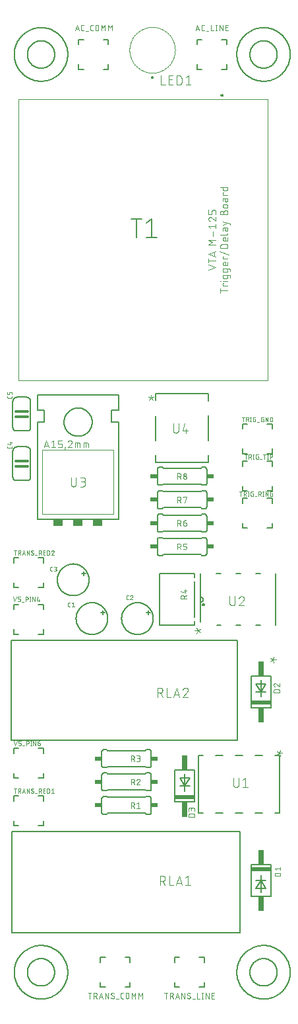
<source format=gbr>
G04 EAGLE Gerber RS-274X export*
G75*
%MOMM*%
%FSLAX34Y34*%
%LPD*%
%INSilkscreen Top*%
%IPPOS*%
%AMOC8*
5,1,8,0,0,1.08239X$1,22.5*%
G01*
%ADD10C,0.076200*%
%ADD11C,0.152400*%
%ADD12C,0.050800*%
%ADD13R,2.540000X0.508000*%
%ADD14R,0.762000X1.905000*%
%ADD15C,0.101600*%
%ADD16R,1.270000X0.889000*%
%ADD17R,0.863600X0.609600*%
%ADD18C,0.100000*%
%ADD19C,0.200000*%
%ADD20C,0.200000*%
%ADD21C,0.203200*%
%ADD22C,0.304800*%
%ADD23C,0.100000*%


D10*
X262681Y946772D02*
X272079Y949904D01*
X262681Y953037D01*
X262681Y958439D02*
X272079Y958439D01*
X262681Y955828D02*
X262681Y961049D01*
X262681Y966973D02*
X272079Y963840D01*
X272079Y970106D02*
X262681Y966973D01*
X269730Y969323D02*
X269730Y964624D01*
X272079Y978776D02*
X262681Y978776D01*
X267902Y981908D01*
X262681Y985041D01*
X272079Y985041D01*
X268424Y989444D02*
X268424Y995709D01*
X264769Y999719D02*
X262681Y1002330D01*
X272079Y1002330D01*
X272079Y1004940D02*
X272079Y999719D01*
X262681Y1011735D02*
X262683Y1011830D01*
X262689Y1011924D01*
X262698Y1012018D01*
X262711Y1012112D01*
X262728Y1012205D01*
X262749Y1012297D01*
X262774Y1012389D01*
X262802Y1012479D01*
X262834Y1012568D01*
X262869Y1012656D01*
X262908Y1012742D01*
X262950Y1012827D01*
X262996Y1012910D01*
X263045Y1012991D01*
X263097Y1013070D01*
X263152Y1013147D01*
X263211Y1013221D01*
X263272Y1013293D01*
X263336Y1013363D01*
X263403Y1013430D01*
X263473Y1013494D01*
X263545Y1013555D01*
X263619Y1013614D01*
X263696Y1013669D01*
X263775Y1013721D01*
X263856Y1013770D01*
X263939Y1013816D01*
X264024Y1013858D01*
X264110Y1013897D01*
X264198Y1013932D01*
X264287Y1013964D01*
X264377Y1013992D01*
X264469Y1014017D01*
X264561Y1014038D01*
X264654Y1014055D01*
X264748Y1014068D01*
X264842Y1014077D01*
X264936Y1014083D01*
X265031Y1014085D01*
X262681Y1011735D02*
X262683Y1011627D01*
X262689Y1011518D01*
X262699Y1011410D01*
X262712Y1011303D01*
X262730Y1011196D01*
X262751Y1011089D01*
X262776Y1010984D01*
X262805Y1010879D01*
X262837Y1010776D01*
X262874Y1010674D01*
X262914Y1010573D01*
X262957Y1010474D01*
X263004Y1010376D01*
X263055Y1010280D01*
X263109Y1010186D01*
X263166Y1010094D01*
X263227Y1010004D01*
X263291Y1009916D01*
X263357Y1009831D01*
X263427Y1009748D01*
X263500Y1009668D01*
X263576Y1009590D01*
X263654Y1009515D01*
X263735Y1009443D01*
X263819Y1009374D01*
X263905Y1009308D01*
X263993Y1009245D01*
X264084Y1009186D01*
X264176Y1009129D01*
X264271Y1009076D01*
X264368Y1009027D01*
X264466Y1008981D01*
X264565Y1008938D01*
X264667Y1008899D01*
X264769Y1008864D01*
X266859Y1013302D02*
X266790Y1013371D01*
X266719Y1013437D01*
X266646Y1013501D01*
X266570Y1013562D01*
X266491Y1013620D01*
X266411Y1013674D01*
X266328Y1013726D01*
X266244Y1013774D01*
X266158Y1013820D01*
X266070Y1013861D01*
X265980Y1013900D01*
X265889Y1013935D01*
X265797Y1013966D01*
X265704Y1013994D01*
X265610Y1014018D01*
X265515Y1014038D01*
X265419Y1014055D01*
X265322Y1014068D01*
X265225Y1014077D01*
X265128Y1014083D01*
X265031Y1014085D01*
X266858Y1013301D02*
X272079Y1008863D01*
X272079Y1014084D01*
X272079Y1018007D02*
X272079Y1021140D01*
X272077Y1021229D01*
X272071Y1021317D01*
X272062Y1021405D01*
X272049Y1021493D01*
X272032Y1021580D01*
X272012Y1021666D01*
X271987Y1021751D01*
X271960Y1021836D01*
X271928Y1021919D01*
X271894Y1022000D01*
X271855Y1022080D01*
X271814Y1022158D01*
X271769Y1022235D01*
X271721Y1022309D01*
X271670Y1022382D01*
X271616Y1022452D01*
X271558Y1022519D01*
X271498Y1022585D01*
X271436Y1022647D01*
X271370Y1022707D01*
X271303Y1022765D01*
X271233Y1022819D01*
X271160Y1022870D01*
X271086Y1022918D01*
X271009Y1022963D01*
X270931Y1023004D01*
X270851Y1023043D01*
X270770Y1023077D01*
X270687Y1023109D01*
X270602Y1023136D01*
X270517Y1023161D01*
X270431Y1023181D01*
X270344Y1023198D01*
X270256Y1023211D01*
X270168Y1023220D01*
X270080Y1023226D01*
X269991Y1023228D01*
X268946Y1023228D01*
X268857Y1023226D01*
X268769Y1023220D01*
X268681Y1023211D01*
X268593Y1023198D01*
X268506Y1023181D01*
X268420Y1023161D01*
X268335Y1023136D01*
X268250Y1023109D01*
X268167Y1023077D01*
X268086Y1023043D01*
X268006Y1023004D01*
X267928Y1022963D01*
X267851Y1022918D01*
X267777Y1022870D01*
X267704Y1022819D01*
X267634Y1022765D01*
X267567Y1022707D01*
X267501Y1022647D01*
X267439Y1022585D01*
X267379Y1022519D01*
X267321Y1022452D01*
X267267Y1022382D01*
X267216Y1022309D01*
X267168Y1022235D01*
X267123Y1022158D01*
X267082Y1022080D01*
X267043Y1022000D01*
X267009Y1021919D01*
X266977Y1021836D01*
X266950Y1021751D01*
X266925Y1021666D01*
X266905Y1021580D01*
X266888Y1021493D01*
X266875Y1021405D01*
X266866Y1021317D01*
X266860Y1021229D01*
X266858Y1021140D01*
X266858Y1018007D01*
X262681Y1018007D01*
X262681Y1023228D01*
X277921Y919905D02*
X287319Y919905D01*
X277921Y917294D02*
X277921Y922515D01*
X281054Y926097D02*
X287319Y926097D01*
X281054Y926097D02*
X281054Y929230D01*
X282098Y929230D01*
X281054Y932097D02*
X287319Y932097D01*
X278443Y931836D02*
X277921Y931836D01*
X277921Y932358D01*
X278443Y932358D01*
X278443Y931836D01*
X287319Y937320D02*
X287319Y939931D01*
X287319Y937320D02*
X287317Y937243D01*
X287311Y937167D01*
X287302Y937090D01*
X287289Y937014D01*
X287272Y936939D01*
X287252Y936865D01*
X287227Y936792D01*
X287200Y936721D01*
X287169Y936650D01*
X287134Y936582D01*
X287096Y936515D01*
X287055Y936450D01*
X287011Y936387D01*
X286964Y936327D01*
X286913Y936268D01*
X286860Y936213D01*
X286805Y936160D01*
X286746Y936109D01*
X286686Y936062D01*
X286623Y936018D01*
X286558Y935977D01*
X286491Y935939D01*
X286423Y935904D01*
X286352Y935873D01*
X286281Y935846D01*
X286208Y935821D01*
X286134Y935801D01*
X286059Y935784D01*
X285983Y935771D01*
X285906Y935762D01*
X285830Y935756D01*
X285753Y935754D01*
X282620Y935754D01*
X282543Y935756D01*
X282467Y935762D01*
X282390Y935771D01*
X282314Y935784D01*
X282239Y935801D01*
X282165Y935821D01*
X282092Y935846D01*
X282021Y935873D01*
X281950Y935904D01*
X281882Y935939D01*
X281815Y935977D01*
X281750Y936018D01*
X281687Y936062D01*
X281627Y936109D01*
X281568Y936160D01*
X281513Y936213D01*
X281460Y936268D01*
X281409Y936327D01*
X281362Y936387D01*
X281318Y936450D01*
X281277Y936515D01*
X281239Y936582D01*
X281204Y936650D01*
X281173Y936721D01*
X281146Y936792D01*
X281121Y936865D01*
X281101Y936939D01*
X281084Y937014D01*
X281071Y937090D01*
X281062Y937167D01*
X281056Y937243D01*
X281054Y937320D01*
X281054Y939931D01*
X288885Y939931D01*
X288885Y939930D02*
X288962Y939928D01*
X289038Y939922D01*
X289115Y939913D01*
X289191Y939900D01*
X289266Y939883D01*
X289340Y939863D01*
X289413Y939838D01*
X289484Y939811D01*
X289555Y939780D01*
X289623Y939745D01*
X289690Y939707D01*
X289755Y939666D01*
X289818Y939622D01*
X289878Y939575D01*
X289937Y939524D01*
X289992Y939471D01*
X290045Y939416D01*
X290096Y939357D01*
X290143Y939297D01*
X290187Y939234D01*
X290228Y939169D01*
X290266Y939102D01*
X290301Y939034D01*
X290332Y938963D01*
X290359Y938892D01*
X290384Y938819D01*
X290404Y938745D01*
X290421Y938670D01*
X290434Y938594D01*
X290443Y938517D01*
X290449Y938441D01*
X290451Y938364D01*
X290452Y938364D02*
X290452Y936276D01*
X287319Y945550D02*
X287319Y948160D01*
X287319Y945550D02*
X287317Y945473D01*
X287311Y945397D01*
X287302Y945320D01*
X287289Y945244D01*
X287272Y945169D01*
X287252Y945095D01*
X287227Y945022D01*
X287200Y944951D01*
X287169Y944880D01*
X287134Y944812D01*
X287096Y944745D01*
X287055Y944680D01*
X287011Y944617D01*
X286964Y944557D01*
X286913Y944498D01*
X286860Y944443D01*
X286805Y944390D01*
X286746Y944339D01*
X286686Y944292D01*
X286623Y944248D01*
X286558Y944207D01*
X286491Y944169D01*
X286423Y944134D01*
X286352Y944103D01*
X286281Y944076D01*
X286208Y944051D01*
X286134Y944031D01*
X286059Y944014D01*
X285983Y944001D01*
X285906Y943992D01*
X285830Y943986D01*
X285753Y943984D01*
X285753Y943983D02*
X282620Y943983D01*
X282620Y943984D02*
X282543Y943986D01*
X282467Y943992D01*
X282390Y944001D01*
X282314Y944014D01*
X282239Y944031D01*
X282165Y944051D01*
X282092Y944076D01*
X282021Y944103D01*
X281950Y944134D01*
X281882Y944169D01*
X281815Y944207D01*
X281750Y944248D01*
X281687Y944292D01*
X281627Y944339D01*
X281568Y944390D01*
X281513Y944443D01*
X281460Y944498D01*
X281409Y944557D01*
X281362Y944617D01*
X281318Y944680D01*
X281277Y944745D01*
X281239Y944812D01*
X281204Y944880D01*
X281173Y944951D01*
X281146Y945022D01*
X281121Y945095D01*
X281101Y945169D01*
X281084Y945244D01*
X281071Y945320D01*
X281062Y945397D01*
X281056Y945473D01*
X281054Y945550D01*
X281054Y948160D01*
X288885Y948160D01*
X288962Y948158D01*
X289038Y948152D01*
X289115Y948143D01*
X289191Y948130D01*
X289266Y948113D01*
X289340Y948093D01*
X289413Y948068D01*
X289484Y948041D01*
X289555Y948010D01*
X289623Y947975D01*
X289690Y947937D01*
X289755Y947896D01*
X289818Y947852D01*
X289878Y947805D01*
X289937Y947754D01*
X289992Y947701D01*
X290045Y947646D01*
X290096Y947587D01*
X290143Y947527D01*
X290187Y947464D01*
X290228Y947399D01*
X290266Y947332D01*
X290301Y947264D01*
X290332Y947193D01*
X290359Y947122D01*
X290384Y947049D01*
X290404Y946975D01*
X290421Y946900D01*
X290434Y946824D01*
X290443Y946747D01*
X290449Y946671D01*
X290451Y946594D01*
X290452Y946594D02*
X290452Y944505D01*
X287319Y953825D02*
X287319Y956435D01*
X287319Y953825D02*
X287317Y953748D01*
X287311Y953672D01*
X287302Y953595D01*
X287289Y953519D01*
X287272Y953444D01*
X287252Y953370D01*
X287227Y953297D01*
X287200Y953226D01*
X287169Y953155D01*
X287134Y953087D01*
X287096Y953020D01*
X287055Y952955D01*
X287011Y952892D01*
X286964Y952832D01*
X286913Y952773D01*
X286860Y952718D01*
X286805Y952665D01*
X286746Y952614D01*
X286686Y952567D01*
X286623Y952523D01*
X286558Y952482D01*
X286491Y952444D01*
X286423Y952409D01*
X286352Y952378D01*
X286281Y952351D01*
X286208Y952326D01*
X286134Y952306D01*
X286059Y952289D01*
X285983Y952276D01*
X285906Y952267D01*
X285830Y952261D01*
X285753Y952259D01*
X285753Y952258D02*
X283142Y952258D01*
X283142Y952259D02*
X283052Y952261D01*
X282963Y952267D01*
X282873Y952276D01*
X282784Y952290D01*
X282696Y952307D01*
X282609Y952328D01*
X282522Y952353D01*
X282437Y952382D01*
X282353Y952414D01*
X282271Y952449D01*
X282190Y952489D01*
X282111Y952531D01*
X282034Y952577D01*
X281959Y952627D01*
X281886Y952679D01*
X281815Y952735D01*
X281747Y952793D01*
X281682Y952855D01*
X281619Y952919D01*
X281559Y952986D01*
X281502Y953055D01*
X281448Y953127D01*
X281397Y953201D01*
X281349Y953277D01*
X281305Y953355D01*
X281264Y953435D01*
X281226Y953517D01*
X281192Y953600D01*
X281162Y953685D01*
X281135Y953771D01*
X281112Y953857D01*
X281093Y953945D01*
X281078Y954034D01*
X281066Y954123D01*
X281058Y954212D01*
X281054Y954302D01*
X281054Y954392D01*
X281058Y954482D01*
X281066Y954571D01*
X281078Y954660D01*
X281093Y954749D01*
X281112Y954837D01*
X281135Y954923D01*
X281162Y955009D01*
X281192Y955094D01*
X281226Y955177D01*
X281264Y955259D01*
X281305Y955339D01*
X281349Y955417D01*
X281397Y955493D01*
X281448Y955567D01*
X281502Y955639D01*
X281559Y955708D01*
X281619Y955775D01*
X281682Y955839D01*
X281747Y955901D01*
X281815Y955959D01*
X281886Y956015D01*
X281959Y956067D01*
X282034Y956117D01*
X282111Y956163D01*
X282190Y956205D01*
X282271Y956245D01*
X282353Y956280D01*
X282437Y956312D01*
X282522Y956341D01*
X282609Y956366D01*
X282696Y956387D01*
X282784Y956404D01*
X282873Y956418D01*
X282963Y956427D01*
X283052Y956433D01*
X283142Y956435D01*
X284186Y956435D01*
X284186Y952258D01*
X287319Y960540D02*
X281054Y960540D01*
X281054Y963672D01*
X282098Y963672D01*
X288363Y966279D02*
X276877Y970456D01*
X277921Y974291D02*
X287319Y974291D01*
X277921Y974291D02*
X277921Y976902D01*
X277923Y977002D01*
X277929Y977102D01*
X277938Y977201D01*
X277952Y977301D01*
X277969Y977399D01*
X277990Y977497D01*
X278014Y977594D01*
X278043Y977690D01*
X278075Y977785D01*
X278110Y977878D01*
X278149Y977970D01*
X278192Y978061D01*
X278238Y978149D01*
X278288Y978236D01*
X278340Y978321D01*
X278396Y978404D01*
X278455Y978485D01*
X278518Y978563D01*
X278583Y978639D01*
X278651Y978713D01*
X278721Y978783D01*
X278795Y978851D01*
X278871Y978916D01*
X278949Y978979D01*
X279030Y979038D01*
X279113Y979094D01*
X279198Y979146D01*
X279285Y979196D01*
X279373Y979242D01*
X279464Y979285D01*
X279556Y979324D01*
X279649Y979359D01*
X279744Y979391D01*
X279840Y979420D01*
X279937Y979444D01*
X280035Y979465D01*
X280133Y979482D01*
X280233Y979496D01*
X280332Y979505D01*
X280432Y979511D01*
X280532Y979513D01*
X284708Y979513D01*
X284808Y979511D01*
X284908Y979505D01*
X285007Y979496D01*
X285107Y979482D01*
X285205Y979465D01*
X285303Y979444D01*
X285400Y979420D01*
X285496Y979391D01*
X285591Y979359D01*
X285684Y979324D01*
X285776Y979285D01*
X285867Y979242D01*
X285955Y979196D01*
X286042Y979146D01*
X286127Y979094D01*
X286210Y979038D01*
X286291Y978979D01*
X286369Y978916D01*
X286445Y978851D01*
X286519Y978783D01*
X286589Y978713D01*
X286657Y978639D01*
X286722Y978563D01*
X286785Y978485D01*
X286844Y978404D01*
X286900Y978321D01*
X286952Y978236D01*
X287002Y978149D01*
X287048Y978061D01*
X287091Y977970D01*
X287130Y977878D01*
X287165Y977785D01*
X287197Y977690D01*
X287226Y977594D01*
X287250Y977497D01*
X287271Y977399D01*
X287288Y977301D01*
X287302Y977201D01*
X287311Y977102D01*
X287317Y977002D01*
X287319Y976902D01*
X287319Y974291D01*
X287319Y985219D02*
X287319Y987830D01*
X287319Y985219D02*
X287317Y985142D01*
X287311Y985066D01*
X287302Y984989D01*
X287289Y984913D01*
X287272Y984838D01*
X287252Y984764D01*
X287227Y984691D01*
X287200Y984620D01*
X287169Y984549D01*
X287134Y984481D01*
X287096Y984414D01*
X287055Y984349D01*
X287011Y984286D01*
X286964Y984226D01*
X286913Y984167D01*
X286860Y984112D01*
X286805Y984059D01*
X286746Y984008D01*
X286686Y983961D01*
X286623Y983917D01*
X286558Y983876D01*
X286491Y983838D01*
X286423Y983803D01*
X286352Y983772D01*
X286281Y983745D01*
X286208Y983720D01*
X286134Y983700D01*
X286059Y983683D01*
X285983Y983670D01*
X285906Y983661D01*
X285830Y983655D01*
X285753Y983653D01*
X283142Y983653D01*
X283052Y983655D01*
X282963Y983661D01*
X282873Y983670D01*
X282784Y983684D01*
X282696Y983701D01*
X282609Y983722D01*
X282522Y983747D01*
X282437Y983776D01*
X282353Y983808D01*
X282271Y983843D01*
X282190Y983883D01*
X282111Y983925D01*
X282034Y983971D01*
X281959Y984021D01*
X281886Y984073D01*
X281815Y984129D01*
X281747Y984187D01*
X281682Y984249D01*
X281619Y984313D01*
X281559Y984380D01*
X281502Y984449D01*
X281448Y984521D01*
X281397Y984595D01*
X281349Y984671D01*
X281305Y984749D01*
X281264Y984829D01*
X281226Y984911D01*
X281192Y984994D01*
X281162Y985079D01*
X281135Y985165D01*
X281112Y985251D01*
X281093Y985339D01*
X281078Y985428D01*
X281066Y985517D01*
X281058Y985606D01*
X281054Y985696D01*
X281054Y985786D01*
X281058Y985876D01*
X281066Y985965D01*
X281078Y986054D01*
X281093Y986143D01*
X281112Y986231D01*
X281135Y986317D01*
X281162Y986403D01*
X281192Y986488D01*
X281226Y986571D01*
X281264Y986653D01*
X281305Y986733D01*
X281349Y986811D01*
X281397Y986887D01*
X281448Y986961D01*
X281502Y987033D01*
X281559Y987102D01*
X281619Y987169D01*
X281682Y987233D01*
X281747Y987295D01*
X281815Y987353D01*
X281886Y987409D01*
X281959Y987461D01*
X282034Y987511D01*
X282111Y987557D01*
X282190Y987599D01*
X282271Y987639D01*
X282353Y987674D01*
X282437Y987706D01*
X282522Y987735D01*
X282609Y987760D01*
X282696Y987781D01*
X282784Y987798D01*
X282873Y987812D01*
X282963Y987821D01*
X283052Y987827D01*
X283142Y987829D01*
X283142Y987830D02*
X284186Y987830D01*
X284186Y983653D01*
X285753Y991703D02*
X277921Y991703D01*
X285753Y991703D02*
X285830Y991705D01*
X285906Y991711D01*
X285983Y991720D01*
X286059Y991733D01*
X286134Y991750D01*
X286208Y991770D01*
X286281Y991795D01*
X286352Y991822D01*
X286423Y991853D01*
X286491Y991888D01*
X286558Y991926D01*
X286623Y991967D01*
X286686Y992011D01*
X286746Y992058D01*
X286805Y992109D01*
X286860Y992162D01*
X286913Y992217D01*
X286964Y992276D01*
X287011Y992336D01*
X287055Y992399D01*
X287096Y992464D01*
X287134Y992531D01*
X287169Y992599D01*
X287200Y992670D01*
X287227Y992741D01*
X287252Y992814D01*
X287272Y992888D01*
X287289Y992963D01*
X287302Y993039D01*
X287311Y993116D01*
X287317Y993192D01*
X287319Y993269D01*
X283664Y998236D02*
X283664Y1000585D01*
X283665Y998236D02*
X283667Y998152D01*
X283673Y998067D01*
X283683Y997984D01*
X283696Y997900D01*
X283714Y997818D01*
X283735Y997736D01*
X283760Y997655D01*
X283788Y997576D01*
X283821Y997498D01*
X283857Y997422D01*
X283896Y997347D01*
X283939Y997274D01*
X283985Y997203D01*
X284034Y997135D01*
X284086Y997069D01*
X284142Y997005D01*
X284200Y996944D01*
X284261Y996886D01*
X284325Y996830D01*
X284391Y996778D01*
X284459Y996729D01*
X284530Y996683D01*
X284603Y996640D01*
X284678Y996601D01*
X284754Y996565D01*
X284832Y996532D01*
X284911Y996504D01*
X284992Y996479D01*
X285074Y996458D01*
X285156Y996440D01*
X285240Y996427D01*
X285323Y996417D01*
X285408Y996411D01*
X285492Y996409D01*
X285576Y996411D01*
X285661Y996417D01*
X285744Y996427D01*
X285828Y996440D01*
X285910Y996458D01*
X285992Y996479D01*
X286073Y996504D01*
X286152Y996532D01*
X286230Y996565D01*
X286306Y996601D01*
X286381Y996640D01*
X286454Y996683D01*
X286525Y996729D01*
X286593Y996778D01*
X286659Y996830D01*
X286723Y996886D01*
X286784Y996944D01*
X286842Y997005D01*
X286898Y997069D01*
X286950Y997135D01*
X286999Y997203D01*
X287045Y997274D01*
X287088Y997347D01*
X287127Y997422D01*
X287163Y997498D01*
X287196Y997576D01*
X287224Y997655D01*
X287249Y997736D01*
X287270Y997818D01*
X287288Y997900D01*
X287301Y997984D01*
X287311Y998067D01*
X287317Y998152D01*
X287319Y998236D01*
X287319Y1000585D01*
X282620Y1000585D01*
X282543Y1000583D01*
X282467Y1000577D01*
X282390Y1000568D01*
X282314Y1000555D01*
X282239Y1000538D01*
X282165Y1000518D01*
X282092Y1000493D01*
X282021Y1000466D01*
X281950Y1000435D01*
X281882Y1000400D01*
X281815Y1000362D01*
X281750Y1000321D01*
X281687Y1000277D01*
X281627Y1000230D01*
X281568Y1000179D01*
X281513Y1000126D01*
X281460Y1000071D01*
X281409Y1000012D01*
X281362Y999952D01*
X281318Y999889D01*
X281277Y999824D01*
X281239Y999757D01*
X281204Y999689D01*
X281173Y999618D01*
X281146Y999547D01*
X281121Y999474D01*
X281101Y999400D01*
X281084Y999325D01*
X281071Y999249D01*
X281062Y999172D01*
X281056Y999096D01*
X281054Y999019D01*
X281054Y996931D01*
X290452Y1004379D02*
X290452Y1005423D01*
X281054Y1008556D01*
X281054Y1004379D02*
X287319Y1006467D01*
X282098Y1017399D02*
X282098Y1020010D01*
X282097Y1020010D02*
X282099Y1020111D01*
X282105Y1020212D01*
X282115Y1020313D01*
X282128Y1020413D01*
X282146Y1020513D01*
X282167Y1020612D01*
X282193Y1020710D01*
X282222Y1020807D01*
X282254Y1020903D01*
X282291Y1020997D01*
X282331Y1021090D01*
X282375Y1021182D01*
X282422Y1021271D01*
X282473Y1021359D01*
X282527Y1021445D01*
X282584Y1021528D01*
X282644Y1021610D01*
X282708Y1021688D01*
X282774Y1021765D01*
X282844Y1021838D01*
X282916Y1021909D01*
X282991Y1021977D01*
X283069Y1022042D01*
X283149Y1022104D01*
X283231Y1022163D01*
X283316Y1022219D01*
X283403Y1022271D01*
X283491Y1022320D01*
X283582Y1022366D01*
X283674Y1022407D01*
X283768Y1022446D01*
X283863Y1022480D01*
X283959Y1022511D01*
X284057Y1022538D01*
X284155Y1022562D01*
X284255Y1022581D01*
X284355Y1022597D01*
X284455Y1022609D01*
X284556Y1022617D01*
X284657Y1022621D01*
X284759Y1022621D01*
X284860Y1022617D01*
X284961Y1022609D01*
X285061Y1022597D01*
X285161Y1022581D01*
X285261Y1022562D01*
X285359Y1022538D01*
X285457Y1022511D01*
X285553Y1022480D01*
X285648Y1022446D01*
X285742Y1022407D01*
X285834Y1022366D01*
X285925Y1022320D01*
X286014Y1022271D01*
X286100Y1022219D01*
X286185Y1022163D01*
X286267Y1022104D01*
X286347Y1022042D01*
X286425Y1021977D01*
X286500Y1021909D01*
X286572Y1021838D01*
X286642Y1021765D01*
X286708Y1021688D01*
X286772Y1021610D01*
X286832Y1021528D01*
X286889Y1021445D01*
X286943Y1021359D01*
X286994Y1021271D01*
X287041Y1021182D01*
X287085Y1021090D01*
X287125Y1020997D01*
X287162Y1020903D01*
X287194Y1020807D01*
X287223Y1020710D01*
X287249Y1020612D01*
X287270Y1020513D01*
X287288Y1020413D01*
X287301Y1020313D01*
X287311Y1020212D01*
X287317Y1020111D01*
X287319Y1020010D01*
X287319Y1017399D01*
X277921Y1017399D01*
X277921Y1020010D01*
X277923Y1020100D01*
X277929Y1020189D01*
X277938Y1020279D01*
X277952Y1020368D01*
X277969Y1020456D01*
X277990Y1020543D01*
X278015Y1020630D01*
X278044Y1020715D01*
X278076Y1020799D01*
X278111Y1020881D01*
X278151Y1020962D01*
X278193Y1021041D01*
X278239Y1021118D01*
X278289Y1021193D01*
X278341Y1021266D01*
X278397Y1021337D01*
X278455Y1021405D01*
X278517Y1021470D01*
X278581Y1021533D01*
X278648Y1021593D01*
X278717Y1021650D01*
X278789Y1021704D01*
X278863Y1021755D01*
X278939Y1021803D01*
X279017Y1021847D01*
X279097Y1021888D01*
X279179Y1021926D01*
X279262Y1021960D01*
X279347Y1021990D01*
X279433Y1022017D01*
X279519Y1022040D01*
X279607Y1022059D01*
X279696Y1022074D01*
X279785Y1022086D01*
X279874Y1022094D01*
X279964Y1022098D01*
X280054Y1022098D01*
X280144Y1022094D01*
X280233Y1022086D01*
X280322Y1022074D01*
X280411Y1022059D01*
X280499Y1022040D01*
X280585Y1022017D01*
X280671Y1021990D01*
X280756Y1021960D01*
X280839Y1021926D01*
X280921Y1021888D01*
X281001Y1021847D01*
X281079Y1021803D01*
X281155Y1021755D01*
X281229Y1021704D01*
X281301Y1021650D01*
X281370Y1021593D01*
X281437Y1021533D01*
X281501Y1021470D01*
X281563Y1021405D01*
X281621Y1021337D01*
X281677Y1021266D01*
X281729Y1021193D01*
X281779Y1021118D01*
X281825Y1021041D01*
X281867Y1020962D01*
X281907Y1020881D01*
X281942Y1020799D01*
X281974Y1020715D01*
X282003Y1020630D01*
X282028Y1020543D01*
X282049Y1020456D01*
X282066Y1020368D01*
X282080Y1020279D01*
X282089Y1020189D01*
X282095Y1020100D01*
X282097Y1020010D01*
X283142Y1026020D02*
X285231Y1026020D01*
X283142Y1026020D02*
X283052Y1026022D01*
X282963Y1026028D01*
X282873Y1026037D01*
X282784Y1026051D01*
X282696Y1026068D01*
X282609Y1026089D01*
X282522Y1026114D01*
X282437Y1026143D01*
X282353Y1026175D01*
X282271Y1026210D01*
X282190Y1026250D01*
X282111Y1026292D01*
X282034Y1026338D01*
X281959Y1026388D01*
X281886Y1026440D01*
X281815Y1026496D01*
X281747Y1026554D01*
X281682Y1026616D01*
X281619Y1026680D01*
X281559Y1026747D01*
X281502Y1026816D01*
X281448Y1026888D01*
X281397Y1026962D01*
X281349Y1027038D01*
X281305Y1027116D01*
X281264Y1027196D01*
X281226Y1027278D01*
X281192Y1027361D01*
X281162Y1027446D01*
X281135Y1027532D01*
X281112Y1027618D01*
X281093Y1027706D01*
X281078Y1027795D01*
X281066Y1027884D01*
X281058Y1027973D01*
X281054Y1028063D01*
X281054Y1028153D01*
X281058Y1028243D01*
X281066Y1028332D01*
X281078Y1028421D01*
X281093Y1028510D01*
X281112Y1028598D01*
X281135Y1028684D01*
X281162Y1028770D01*
X281192Y1028855D01*
X281226Y1028938D01*
X281264Y1029020D01*
X281305Y1029100D01*
X281349Y1029178D01*
X281397Y1029254D01*
X281448Y1029328D01*
X281502Y1029400D01*
X281559Y1029469D01*
X281619Y1029536D01*
X281682Y1029600D01*
X281747Y1029662D01*
X281815Y1029720D01*
X281886Y1029776D01*
X281959Y1029828D01*
X282034Y1029878D01*
X282111Y1029924D01*
X282190Y1029966D01*
X282271Y1030006D01*
X282353Y1030041D01*
X282437Y1030073D01*
X282522Y1030102D01*
X282609Y1030127D01*
X282696Y1030148D01*
X282784Y1030165D01*
X282873Y1030179D01*
X282963Y1030188D01*
X283052Y1030194D01*
X283142Y1030196D01*
X285231Y1030196D01*
X285321Y1030194D01*
X285410Y1030188D01*
X285500Y1030179D01*
X285589Y1030165D01*
X285677Y1030148D01*
X285764Y1030127D01*
X285851Y1030102D01*
X285936Y1030073D01*
X286020Y1030041D01*
X286102Y1030006D01*
X286183Y1029966D01*
X286262Y1029924D01*
X286339Y1029878D01*
X286414Y1029828D01*
X286487Y1029776D01*
X286558Y1029720D01*
X286626Y1029662D01*
X286691Y1029600D01*
X286754Y1029536D01*
X286814Y1029469D01*
X286871Y1029400D01*
X286925Y1029328D01*
X286976Y1029254D01*
X287024Y1029178D01*
X287068Y1029100D01*
X287109Y1029020D01*
X287147Y1028938D01*
X287181Y1028855D01*
X287211Y1028770D01*
X287238Y1028684D01*
X287261Y1028598D01*
X287280Y1028510D01*
X287295Y1028421D01*
X287307Y1028332D01*
X287315Y1028243D01*
X287319Y1028153D01*
X287319Y1028063D01*
X287315Y1027973D01*
X287307Y1027884D01*
X287295Y1027795D01*
X287280Y1027706D01*
X287261Y1027618D01*
X287238Y1027532D01*
X287211Y1027446D01*
X287181Y1027361D01*
X287147Y1027278D01*
X287109Y1027196D01*
X287068Y1027116D01*
X287024Y1027038D01*
X286976Y1026962D01*
X286925Y1026888D01*
X286871Y1026816D01*
X286814Y1026747D01*
X286754Y1026680D01*
X286691Y1026616D01*
X286626Y1026554D01*
X286558Y1026496D01*
X286487Y1026440D01*
X286414Y1026388D01*
X286339Y1026338D01*
X286262Y1026292D01*
X286183Y1026250D01*
X286102Y1026210D01*
X286020Y1026175D01*
X285936Y1026143D01*
X285851Y1026114D01*
X285764Y1026089D01*
X285677Y1026068D01*
X285589Y1026051D01*
X285500Y1026037D01*
X285410Y1026028D01*
X285321Y1026022D01*
X285231Y1026020D01*
X283664Y1035726D02*
X283664Y1038076D01*
X283665Y1035726D02*
X283667Y1035642D01*
X283673Y1035557D01*
X283683Y1035474D01*
X283696Y1035390D01*
X283714Y1035308D01*
X283735Y1035226D01*
X283760Y1035145D01*
X283788Y1035066D01*
X283821Y1034988D01*
X283857Y1034912D01*
X283896Y1034837D01*
X283939Y1034764D01*
X283985Y1034693D01*
X284034Y1034625D01*
X284086Y1034559D01*
X284142Y1034495D01*
X284200Y1034434D01*
X284261Y1034376D01*
X284325Y1034320D01*
X284391Y1034268D01*
X284459Y1034219D01*
X284530Y1034173D01*
X284603Y1034130D01*
X284678Y1034091D01*
X284754Y1034055D01*
X284832Y1034022D01*
X284911Y1033994D01*
X284992Y1033969D01*
X285074Y1033948D01*
X285156Y1033930D01*
X285240Y1033917D01*
X285323Y1033907D01*
X285408Y1033901D01*
X285492Y1033899D01*
X285576Y1033901D01*
X285661Y1033907D01*
X285744Y1033917D01*
X285828Y1033930D01*
X285910Y1033948D01*
X285992Y1033969D01*
X286073Y1033994D01*
X286152Y1034022D01*
X286230Y1034055D01*
X286306Y1034091D01*
X286381Y1034130D01*
X286454Y1034173D01*
X286525Y1034219D01*
X286593Y1034268D01*
X286659Y1034320D01*
X286723Y1034376D01*
X286784Y1034434D01*
X286842Y1034495D01*
X286898Y1034559D01*
X286950Y1034625D01*
X286999Y1034693D01*
X287045Y1034764D01*
X287088Y1034837D01*
X287127Y1034912D01*
X287163Y1034988D01*
X287196Y1035066D01*
X287224Y1035145D01*
X287249Y1035226D01*
X287270Y1035308D01*
X287288Y1035390D01*
X287301Y1035474D01*
X287311Y1035557D01*
X287317Y1035642D01*
X287319Y1035726D01*
X287319Y1038076D01*
X282620Y1038076D01*
X282620Y1038075D02*
X282543Y1038073D01*
X282467Y1038067D01*
X282390Y1038058D01*
X282314Y1038045D01*
X282239Y1038028D01*
X282165Y1038008D01*
X282092Y1037983D01*
X282021Y1037956D01*
X281950Y1037925D01*
X281882Y1037890D01*
X281815Y1037852D01*
X281750Y1037811D01*
X281687Y1037767D01*
X281627Y1037720D01*
X281568Y1037669D01*
X281513Y1037616D01*
X281460Y1037561D01*
X281409Y1037502D01*
X281362Y1037442D01*
X281318Y1037379D01*
X281277Y1037314D01*
X281239Y1037247D01*
X281204Y1037179D01*
X281173Y1037108D01*
X281146Y1037037D01*
X281121Y1036964D01*
X281101Y1036890D01*
X281084Y1036815D01*
X281071Y1036739D01*
X281062Y1036662D01*
X281056Y1036586D01*
X281054Y1036509D01*
X281054Y1034421D01*
X281054Y1042530D02*
X287319Y1042530D01*
X281054Y1042530D02*
X281054Y1045663D01*
X282098Y1045663D01*
X277921Y1052706D02*
X287319Y1052706D01*
X287319Y1050095D01*
X287317Y1050018D01*
X287311Y1049942D01*
X287302Y1049865D01*
X287289Y1049789D01*
X287272Y1049714D01*
X287252Y1049640D01*
X287227Y1049567D01*
X287200Y1049496D01*
X287169Y1049425D01*
X287134Y1049357D01*
X287096Y1049290D01*
X287055Y1049225D01*
X287011Y1049162D01*
X286964Y1049102D01*
X286913Y1049043D01*
X286860Y1048988D01*
X286805Y1048935D01*
X286746Y1048884D01*
X286686Y1048837D01*
X286623Y1048793D01*
X286558Y1048752D01*
X286491Y1048714D01*
X286423Y1048679D01*
X286352Y1048648D01*
X286281Y1048621D01*
X286208Y1048596D01*
X286134Y1048576D01*
X286059Y1048559D01*
X285983Y1048546D01*
X285906Y1048537D01*
X285830Y1048531D01*
X285753Y1048529D01*
X282620Y1048529D01*
X282543Y1048531D01*
X282467Y1048537D01*
X282390Y1048546D01*
X282314Y1048559D01*
X282239Y1048576D01*
X282165Y1048596D01*
X282092Y1048621D01*
X282021Y1048648D01*
X281950Y1048679D01*
X281882Y1048714D01*
X281815Y1048752D01*
X281750Y1048793D01*
X281687Y1048837D01*
X281627Y1048884D01*
X281568Y1048935D01*
X281513Y1048988D01*
X281460Y1049043D01*
X281409Y1049102D01*
X281362Y1049162D01*
X281318Y1049225D01*
X281277Y1049290D01*
X281239Y1049357D01*
X281204Y1049425D01*
X281173Y1049496D01*
X281146Y1049567D01*
X281121Y1049640D01*
X281101Y1049714D01*
X281084Y1049789D01*
X281071Y1049865D01*
X281062Y1049942D01*
X281056Y1050018D01*
X281054Y1050095D01*
X281054Y1052706D01*
D11*
X185420Y510540D02*
X185420Y505460D01*
X182880Y508000D02*
X187960Y508000D01*
X151130Y500380D02*
X151136Y500879D01*
X151154Y501377D01*
X151185Y501875D01*
X151228Y502372D01*
X151283Y502867D01*
X151350Y503362D01*
X151429Y503854D01*
X151520Y504344D01*
X151624Y504832D01*
X151739Y505317D01*
X151866Y505800D01*
X152005Y506279D01*
X152156Y506754D01*
X152318Y507226D01*
X152492Y507693D01*
X152677Y508156D01*
X152873Y508615D01*
X153081Y509068D01*
X153300Y509516D01*
X153529Y509959D01*
X153770Y510396D01*
X154021Y510827D01*
X154283Y511251D01*
X154555Y511669D01*
X154837Y512080D01*
X155129Y512485D01*
X155431Y512882D01*
X155742Y513271D01*
X156064Y513652D01*
X156394Y514026D01*
X156733Y514391D01*
X157082Y514748D01*
X157439Y515097D01*
X157804Y515436D01*
X158178Y515766D01*
X158559Y516088D01*
X158948Y516399D01*
X159345Y516701D01*
X159750Y516993D01*
X160161Y517275D01*
X160579Y517547D01*
X161003Y517809D01*
X161434Y518060D01*
X161871Y518301D01*
X162314Y518530D01*
X162762Y518749D01*
X163215Y518957D01*
X163674Y519153D01*
X164137Y519338D01*
X164604Y519512D01*
X165076Y519674D01*
X165551Y519825D01*
X166030Y519964D01*
X166513Y520091D01*
X166998Y520206D01*
X167486Y520310D01*
X167976Y520401D01*
X168468Y520480D01*
X168963Y520547D01*
X169458Y520602D01*
X169955Y520645D01*
X170453Y520676D01*
X170951Y520694D01*
X171450Y520700D01*
X171949Y520694D01*
X172447Y520676D01*
X172945Y520645D01*
X173442Y520602D01*
X173937Y520547D01*
X174432Y520480D01*
X174924Y520401D01*
X175414Y520310D01*
X175902Y520206D01*
X176387Y520091D01*
X176870Y519964D01*
X177349Y519825D01*
X177824Y519674D01*
X178296Y519512D01*
X178763Y519338D01*
X179226Y519153D01*
X179685Y518957D01*
X180138Y518749D01*
X180586Y518530D01*
X181029Y518301D01*
X181466Y518060D01*
X181897Y517809D01*
X182321Y517547D01*
X182739Y517275D01*
X183150Y516993D01*
X183555Y516701D01*
X183952Y516399D01*
X184341Y516088D01*
X184722Y515766D01*
X185096Y515436D01*
X185461Y515097D01*
X185818Y514748D01*
X186167Y514391D01*
X186506Y514026D01*
X186836Y513652D01*
X187158Y513271D01*
X187469Y512882D01*
X187771Y512485D01*
X188063Y512080D01*
X188345Y511669D01*
X188617Y511251D01*
X188879Y510827D01*
X189130Y510396D01*
X189371Y509959D01*
X189600Y509516D01*
X189819Y509068D01*
X190027Y508615D01*
X190223Y508156D01*
X190408Y507693D01*
X190582Y507226D01*
X190744Y506754D01*
X190895Y506279D01*
X191034Y505800D01*
X191161Y505317D01*
X191276Y504832D01*
X191380Y504344D01*
X191471Y503854D01*
X191550Y503362D01*
X191617Y502867D01*
X191672Y502372D01*
X191715Y501875D01*
X191746Y501377D01*
X191764Y500879D01*
X191770Y500380D01*
X191764Y499881D01*
X191746Y499383D01*
X191715Y498885D01*
X191672Y498388D01*
X191617Y497893D01*
X191550Y497398D01*
X191471Y496906D01*
X191380Y496416D01*
X191276Y495928D01*
X191161Y495443D01*
X191034Y494960D01*
X190895Y494481D01*
X190744Y494006D01*
X190582Y493534D01*
X190408Y493067D01*
X190223Y492604D01*
X190027Y492145D01*
X189819Y491692D01*
X189600Y491244D01*
X189371Y490801D01*
X189130Y490364D01*
X188879Y489933D01*
X188617Y489509D01*
X188345Y489091D01*
X188063Y488680D01*
X187771Y488275D01*
X187469Y487878D01*
X187158Y487489D01*
X186836Y487108D01*
X186506Y486734D01*
X186167Y486369D01*
X185818Y486012D01*
X185461Y485663D01*
X185096Y485324D01*
X184722Y484994D01*
X184341Y484672D01*
X183952Y484361D01*
X183555Y484059D01*
X183150Y483767D01*
X182739Y483485D01*
X182321Y483213D01*
X181897Y482951D01*
X181466Y482700D01*
X181029Y482459D01*
X180586Y482230D01*
X180138Y482011D01*
X179685Y481803D01*
X179226Y481607D01*
X178763Y481422D01*
X178296Y481248D01*
X177824Y481086D01*
X177349Y480935D01*
X176870Y480796D01*
X176387Y480669D01*
X175902Y480554D01*
X175414Y480450D01*
X174924Y480359D01*
X174432Y480280D01*
X173937Y480213D01*
X173442Y480158D01*
X172945Y480115D01*
X172447Y480084D01*
X171949Y480066D01*
X171450Y480060D01*
X170951Y480066D01*
X170453Y480084D01*
X169955Y480115D01*
X169458Y480158D01*
X168963Y480213D01*
X168468Y480280D01*
X167976Y480359D01*
X167486Y480450D01*
X166998Y480554D01*
X166513Y480669D01*
X166030Y480796D01*
X165551Y480935D01*
X165076Y481086D01*
X164604Y481248D01*
X164137Y481422D01*
X163674Y481607D01*
X163215Y481803D01*
X162762Y482011D01*
X162314Y482230D01*
X161871Y482459D01*
X161434Y482700D01*
X161003Y482951D01*
X160579Y483213D01*
X160161Y483485D01*
X159750Y483767D01*
X159345Y484059D01*
X158948Y484361D01*
X158559Y484672D01*
X158178Y484994D01*
X157804Y485324D01*
X157439Y485663D01*
X157082Y486012D01*
X156733Y486369D01*
X156394Y486734D01*
X156064Y487108D01*
X155742Y487489D01*
X155431Y487878D01*
X155129Y488275D01*
X154837Y488680D01*
X154555Y489091D01*
X154283Y489509D01*
X154021Y489933D01*
X153770Y490364D01*
X153529Y490801D01*
X153300Y491244D01*
X153081Y491692D01*
X152873Y492145D01*
X152677Y492604D01*
X152492Y493067D01*
X152318Y493534D01*
X152156Y494006D01*
X152005Y494481D01*
X151866Y494960D01*
X151739Y495443D01*
X151624Y495928D01*
X151520Y496416D01*
X151429Y496906D01*
X151350Y497398D01*
X151283Y497893D01*
X151228Y498388D01*
X151185Y498885D01*
X151154Y499383D01*
X151136Y499881D01*
X151130Y500380D01*
D12*
X158685Y524561D02*
X159927Y524561D01*
X158685Y524561D02*
X158615Y524563D01*
X158546Y524569D01*
X158477Y524579D01*
X158409Y524592D01*
X158341Y524610D01*
X158275Y524631D01*
X158210Y524656D01*
X158146Y524684D01*
X158084Y524716D01*
X158024Y524751D01*
X157966Y524790D01*
X157911Y524832D01*
X157857Y524877D01*
X157807Y524925D01*
X157759Y524975D01*
X157714Y525029D01*
X157672Y525084D01*
X157633Y525142D01*
X157598Y525202D01*
X157566Y525264D01*
X157538Y525328D01*
X157513Y525393D01*
X157492Y525459D01*
X157474Y525527D01*
X157461Y525595D01*
X157451Y525664D01*
X157445Y525733D01*
X157443Y525803D01*
X157444Y525803D02*
X157444Y528907D01*
X157443Y528907D02*
X157445Y528977D01*
X157451Y529046D01*
X157461Y529115D01*
X157474Y529183D01*
X157492Y529251D01*
X157513Y529317D01*
X157538Y529382D01*
X157566Y529446D01*
X157598Y529508D01*
X157633Y529568D01*
X157672Y529626D01*
X157714Y529681D01*
X157759Y529735D01*
X157807Y529785D01*
X157857Y529833D01*
X157911Y529878D01*
X157966Y529920D01*
X158024Y529959D01*
X158084Y529994D01*
X158146Y530026D01*
X158210Y530054D01*
X158275Y530079D01*
X158341Y530100D01*
X158409Y530118D01*
X158477Y530131D01*
X158546Y530141D01*
X158615Y530147D01*
X158685Y530149D01*
X159927Y530149D01*
X163739Y530149D02*
X163812Y530147D01*
X163885Y530141D01*
X163958Y530132D01*
X164029Y530118D01*
X164101Y530101D01*
X164171Y530081D01*
X164240Y530056D01*
X164307Y530028D01*
X164373Y529997D01*
X164438Y529962D01*
X164500Y529924D01*
X164560Y529882D01*
X164618Y529838D01*
X164674Y529790D01*
X164727Y529740D01*
X164777Y529687D01*
X164825Y529631D01*
X164869Y529573D01*
X164911Y529513D01*
X164949Y529451D01*
X164984Y529386D01*
X165015Y529320D01*
X165043Y529253D01*
X165068Y529184D01*
X165088Y529114D01*
X165105Y529042D01*
X165119Y528971D01*
X165128Y528898D01*
X165134Y528825D01*
X165136Y528752D01*
X163739Y530149D02*
X163655Y530147D01*
X163572Y530141D01*
X163489Y530132D01*
X163407Y530118D01*
X163325Y530101D01*
X163244Y530079D01*
X163164Y530054D01*
X163086Y530026D01*
X163008Y529994D01*
X162933Y529958D01*
X162859Y529919D01*
X162787Y529876D01*
X162717Y529830D01*
X162650Y529781D01*
X162584Y529728D01*
X162522Y529673D01*
X162462Y529615D01*
X162404Y529554D01*
X162350Y529491D01*
X162298Y529425D01*
X162250Y529357D01*
X162205Y529286D01*
X162163Y529214D01*
X162125Y529139D01*
X162090Y529063D01*
X162059Y528986D01*
X162031Y528907D01*
X164670Y527666D02*
X164724Y527719D01*
X164775Y527776D01*
X164823Y527835D01*
X164868Y527896D01*
X164909Y527959D01*
X164948Y528025D01*
X164983Y528092D01*
X165015Y528161D01*
X165043Y528232D01*
X165067Y528303D01*
X165088Y528376D01*
X165105Y528450D01*
X165119Y528525D01*
X165128Y528600D01*
X165134Y528676D01*
X165136Y528752D01*
X164671Y527665D02*
X162032Y524561D01*
X165136Y524561D01*
D11*
X102870Y554990D02*
X102870Y560070D01*
X100330Y557530D02*
X105410Y557530D01*
X68580Y549910D02*
X68586Y550409D01*
X68604Y550907D01*
X68635Y551405D01*
X68678Y551902D01*
X68733Y552397D01*
X68800Y552892D01*
X68879Y553384D01*
X68970Y553874D01*
X69074Y554362D01*
X69189Y554847D01*
X69316Y555330D01*
X69455Y555809D01*
X69606Y556284D01*
X69768Y556756D01*
X69942Y557223D01*
X70127Y557686D01*
X70323Y558145D01*
X70531Y558598D01*
X70750Y559046D01*
X70979Y559489D01*
X71220Y559926D01*
X71471Y560357D01*
X71733Y560781D01*
X72005Y561199D01*
X72287Y561610D01*
X72579Y562015D01*
X72881Y562412D01*
X73192Y562801D01*
X73514Y563182D01*
X73844Y563556D01*
X74183Y563921D01*
X74532Y564278D01*
X74889Y564627D01*
X75254Y564966D01*
X75628Y565296D01*
X76009Y565618D01*
X76398Y565929D01*
X76795Y566231D01*
X77200Y566523D01*
X77611Y566805D01*
X78029Y567077D01*
X78453Y567339D01*
X78884Y567590D01*
X79321Y567831D01*
X79764Y568060D01*
X80212Y568279D01*
X80665Y568487D01*
X81124Y568683D01*
X81587Y568868D01*
X82054Y569042D01*
X82526Y569204D01*
X83001Y569355D01*
X83480Y569494D01*
X83963Y569621D01*
X84448Y569736D01*
X84936Y569840D01*
X85426Y569931D01*
X85918Y570010D01*
X86413Y570077D01*
X86908Y570132D01*
X87405Y570175D01*
X87903Y570206D01*
X88401Y570224D01*
X88900Y570230D01*
X89399Y570224D01*
X89897Y570206D01*
X90395Y570175D01*
X90892Y570132D01*
X91387Y570077D01*
X91882Y570010D01*
X92374Y569931D01*
X92864Y569840D01*
X93352Y569736D01*
X93837Y569621D01*
X94320Y569494D01*
X94799Y569355D01*
X95274Y569204D01*
X95746Y569042D01*
X96213Y568868D01*
X96676Y568683D01*
X97135Y568487D01*
X97588Y568279D01*
X98036Y568060D01*
X98479Y567831D01*
X98916Y567590D01*
X99347Y567339D01*
X99771Y567077D01*
X100189Y566805D01*
X100600Y566523D01*
X101005Y566231D01*
X101402Y565929D01*
X101791Y565618D01*
X102172Y565296D01*
X102546Y564966D01*
X102911Y564627D01*
X103268Y564278D01*
X103617Y563921D01*
X103956Y563556D01*
X104286Y563182D01*
X104608Y562801D01*
X104919Y562412D01*
X105221Y562015D01*
X105513Y561610D01*
X105795Y561199D01*
X106067Y560781D01*
X106329Y560357D01*
X106580Y559926D01*
X106821Y559489D01*
X107050Y559046D01*
X107269Y558598D01*
X107477Y558145D01*
X107673Y557686D01*
X107858Y557223D01*
X108032Y556756D01*
X108194Y556284D01*
X108345Y555809D01*
X108484Y555330D01*
X108611Y554847D01*
X108726Y554362D01*
X108830Y553874D01*
X108921Y553384D01*
X109000Y552892D01*
X109067Y552397D01*
X109122Y551902D01*
X109165Y551405D01*
X109196Y550907D01*
X109214Y550409D01*
X109220Y549910D01*
X109214Y549411D01*
X109196Y548913D01*
X109165Y548415D01*
X109122Y547918D01*
X109067Y547423D01*
X109000Y546928D01*
X108921Y546436D01*
X108830Y545946D01*
X108726Y545458D01*
X108611Y544973D01*
X108484Y544490D01*
X108345Y544011D01*
X108194Y543536D01*
X108032Y543064D01*
X107858Y542597D01*
X107673Y542134D01*
X107477Y541675D01*
X107269Y541222D01*
X107050Y540774D01*
X106821Y540331D01*
X106580Y539894D01*
X106329Y539463D01*
X106067Y539039D01*
X105795Y538621D01*
X105513Y538210D01*
X105221Y537805D01*
X104919Y537408D01*
X104608Y537019D01*
X104286Y536638D01*
X103956Y536264D01*
X103617Y535899D01*
X103268Y535542D01*
X102911Y535193D01*
X102546Y534854D01*
X102172Y534524D01*
X101791Y534202D01*
X101402Y533891D01*
X101005Y533589D01*
X100600Y533297D01*
X100189Y533015D01*
X99771Y532743D01*
X99347Y532481D01*
X98916Y532230D01*
X98479Y531989D01*
X98036Y531760D01*
X97588Y531541D01*
X97135Y531333D01*
X96676Y531137D01*
X96213Y530952D01*
X95746Y530778D01*
X95274Y530616D01*
X94799Y530465D01*
X94320Y530326D01*
X93837Y530199D01*
X93352Y530084D01*
X92864Y529980D01*
X92374Y529889D01*
X91882Y529810D01*
X91387Y529743D01*
X90892Y529688D01*
X90395Y529645D01*
X89897Y529614D01*
X89399Y529596D01*
X88900Y529590D01*
X88401Y529596D01*
X87903Y529614D01*
X87405Y529645D01*
X86908Y529688D01*
X86413Y529743D01*
X85918Y529810D01*
X85426Y529889D01*
X84936Y529980D01*
X84448Y530084D01*
X83963Y530199D01*
X83480Y530326D01*
X83001Y530465D01*
X82526Y530616D01*
X82054Y530778D01*
X81587Y530952D01*
X81124Y531137D01*
X80665Y531333D01*
X80212Y531541D01*
X79764Y531760D01*
X79321Y531989D01*
X78884Y532230D01*
X78453Y532481D01*
X78029Y532743D01*
X77611Y533015D01*
X77200Y533297D01*
X76795Y533589D01*
X76398Y533891D01*
X76009Y534202D01*
X75628Y534524D01*
X75254Y534854D01*
X74889Y535193D01*
X74532Y535542D01*
X74183Y535899D01*
X73844Y536264D01*
X73514Y536638D01*
X73192Y537019D01*
X72881Y537408D01*
X72579Y537805D01*
X72287Y538210D01*
X72005Y538621D01*
X71733Y539039D01*
X71471Y539463D01*
X71220Y539894D01*
X70979Y540331D01*
X70750Y540774D01*
X70531Y541222D01*
X70323Y541675D01*
X70127Y542134D01*
X69942Y542597D01*
X69768Y543064D01*
X69606Y543536D01*
X69455Y544011D01*
X69316Y544490D01*
X69189Y544973D01*
X69074Y545458D01*
X68970Y545946D01*
X68879Y546436D01*
X68800Y546928D01*
X68733Y547423D01*
X68678Y547918D01*
X68635Y548415D01*
X68604Y548913D01*
X68586Y549411D01*
X68580Y549910D01*
D12*
X62137Y561086D02*
X60895Y561086D01*
X60825Y561088D01*
X60756Y561094D01*
X60687Y561104D01*
X60619Y561117D01*
X60551Y561135D01*
X60485Y561156D01*
X60420Y561181D01*
X60356Y561209D01*
X60294Y561241D01*
X60234Y561276D01*
X60176Y561315D01*
X60121Y561357D01*
X60067Y561402D01*
X60017Y561450D01*
X59969Y561500D01*
X59924Y561554D01*
X59882Y561609D01*
X59843Y561667D01*
X59808Y561727D01*
X59776Y561789D01*
X59748Y561853D01*
X59723Y561918D01*
X59702Y561984D01*
X59684Y562052D01*
X59671Y562120D01*
X59661Y562189D01*
X59655Y562258D01*
X59653Y562328D01*
X59654Y562328D02*
X59654Y565432D01*
X59653Y565432D02*
X59655Y565502D01*
X59661Y565571D01*
X59671Y565640D01*
X59684Y565708D01*
X59702Y565776D01*
X59723Y565842D01*
X59748Y565907D01*
X59776Y565971D01*
X59808Y566033D01*
X59843Y566093D01*
X59882Y566151D01*
X59924Y566206D01*
X59969Y566260D01*
X60017Y566310D01*
X60067Y566358D01*
X60121Y566403D01*
X60176Y566445D01*
X60234Y566484D01*
X60294Y566519D01*
X60356Y566551D01*
X60420Y566579D01*
X60485Y566604D01*
X60551Y566625D01*
X60619Y566643D01*
X60687Y566656D01*
X60756Y566666D01*
X60825Y566672D01*
X60895Y566674D01*
X62137Y566674D01*
X64242Y561086D02*
X65794Y561086D01*
X65871Y561088D01*
X65949Y561094D01*
X66025Y561103D01*
X66102Y561117D01*
X66177Y561134D01*
X66251Y561155D01*
X66325Y561180D01*
X66397Y561208D01*
X66467Y561240D01*
X66536Y561275D01*
X66603Y561314D01*
X66668Y561356D01*
X66731Y561401D01*
X66792Y561449D01*
X66850Y561500D01*
X66905Y561554D01*
X66958Y561611D01*
X67007Y561670D01*
X67054Y561732D01*
X67098Y561796D01*
X67138Y561862D01*
X67175Y561930D01*
X67209Y562000D01*
X67239Y562071D01*
X67265Y562144D01*
X67288Y562218D01*
X67307Y562293D01*
X67322Y562368D01*
X67334Y562445D01*
X67342Y562522D01*
X67346Y562599D01*
X67346Y562677D01*
X67342Y562754D01*
X67334Y562831D01*
X67322Y562908D01*
X67307Y562983D01*
X67288Y563058D01*
X67265Y563132D01*
X67239Y563205D01*
X67209Y563276D01*
X67175Y563346D01*
X67138Y563414D01*
X67098Y563480D01*
X67054Y563544D01*
X67007Y563606D01*
X66958Y563665D01*
X66905Y563722D01*
X66850Y563776D01*
X66792Y563827D01*
X66731Y563875D01*
X66668Y563920D01*
X66603Y563962D01*
X66536Y564001D01*
X66467Y564036D01*
X66397Y564068D01*
X66325Y564096D01*
X66251Y564121D01*
X66177Y564142D01*
X66102Y564159D01*
X66025Y564173D01*
X65949Y564182D01*
X65871Y564188D01*
X65794Y564190D01*
X66105Y566674D02*
X64242Y566674D01*
X66105Y566674D02*
X66175Y566672D01*
X66244Y566666D01*
X66313Y566656D01*
X66381Y566643D01*
X66449Y566625D01*
X66515Y566604D01*
X66580Y566579D01*
X66644Y566551D01*
X66706Y566519D01*
X66766Y566484D01*
X66824Y566445D01*
X66879Y566403D01*
X66933Y566358D01*
X66983Y566310D01*
X67031Y566260D01*
X67076Y566206D01*
X67118Y566151D01*
X67157Y566093D01*
X67192Y566033D01*
X67224Y565971D01*
X67252Y565907D01*
X67277Y565842D01*
X67298Y565776D01*
X67316Y565708D01*
X67329Y565640D01*
X67339Y565571D01*
X67345Y565502D01*
X67347Y565432D01*
X67345Y565362D01*
X67339Y565293D01*
X67329Y565224D01*
X67316Y565156D01*
X67298Y565088D01*
X67277Y565022D01*
X67252Y564957D01*
X67224Y564893D01*
X67192Y564831D01*
X67157Y564771D01*
X67118Y564713D01*
X67076Y564658D01*
X67031Y564604D01*
X66983Y564554D01*
X66933Y564506D01*
X66879Y564461D01*
X66824Y564419D01*
X66766Y564380D01*
X66706Y564345D01*
X66644Y564313D01*
X66580Y564285D01*
X66515Y564260D01*
X66449Y564239D01*
X66381Y564221D01*
X66313Y564208D01*
X66244Y564198D01*
X66175Y564192D01*
X66105Y564190D01*
X64863Y564190D01*
D11*
X317500Y185420D02*
X317500Y144780D01*
X342900Y144780D01*
X342900Y185420D01*
X317500Y185420D01*
X330200Y171450D02*
X330200Y165100D01*
X336550Y154940D02*
X323850Y154940D01*
X330200Y165100D01*
X330200Y149860D01*
X336550Y154940D02*
X330200Y165100D01*
X336550Y165100D01*
X330200Y165100D02*
X323850Y165100D01*
D13*
X330200Y179070D03*
D14*
X330200Y135255D03*
X330200Y194945D03*
D10*
X347787Y170704D02*
X355153Y170704D01*
X347787Y170704D02*
X347787Y172750D01*
X347789Y172839D01*
X347795Y172928D01*
X347805Y173017D01*
X347818Y173105D01*
X347835Y173193D01*
X347857Y173280D01*
X347882Y173365D01*
X347910Y173450D01*
X347943Y173533D01*
X347979Y173615D01*
X348018Y173695D01*
X348061Y173773D01*
X348107Y173849D01*
X348157Y173924D01*
X348210Y173996D01*
X348266Y174065D01*
X348325Y174132D01*
X348386Y174197D01*
X348451Y174258D01*
X348518Y174317D01*
X348587Y174373D01*
X348659Y174426D01*
X348734Y174476D01*
X348810Y174522D01*
X348888Y174565D01*
X348968Y174604D01*
X349050Y174640D01*
X349133Y174673D01*
X349218Y174701D01*
X349303Y174726D01*
X349390Y174748D01*
X349478Y174765D01*
X349566Y174778D01*
X349655Y174788D01*
X349744Y174794D01*
X349833Y174796D01*
X349833Y174797D02*
X353107Y174797D01*
X353196Y174795D01*
X353285Y174789D01*
X353374Y174779D01*
X353462Y174766D01*
X353550Y174749D01*
X353637Y174727D01*
X353722Y174702D01*
X353807Y174674D01*
X353890Y174641D01*
X353972Y174605D01*
X354052Y174566D01*
X354130Y174523D01*
X354206Y174477D01*
X354281Y174427D01*
X354353Y174374D01*
X354422Y174318D01*
X354489Y174259D01*
X354554Y174198D01*
X354615Y174133D01*
X354674Y174066D01*
X354730Y173997D01*
X354783Y173925D01*
X354833Y173850D01*
X354879Y173774D01*
X354922Y173696D01*
X354961Y173616D01*
X354997Y173534D01*
X355030Y173451D01*
X355058Y173366D01*
X355083Y173281D01*
X355105Y173194D01*
X355122Y173106D01*
X355135Y173018D01*
X355145Y172929D01*
X355151Y172840D01*
X355153Y172751D01*
X355153Y172750D02*
X355153Y170704D01*
X349424Y178263D02*
X347787Y180310D01*
X355153Y180310D01*
X355153Y182356D02*
X355153Y178263D01*
D11*
X147320Y627380D02*
X43180Y627380D01*
X43180Y786130D02*
X147320Y786130D01*
X147320Y751840D02*
X147320Y627380D01*
X147320Y751840D02*
X138430Y751840D01*
X138430Y767080D01*
X147320Y767080D01*
X147320Y786130D01*
X43180Y751840D02*
X43180Y627380D01*
X43180Y751840D02*
X52070Y751840D01*
X52070Y767080D01*
X43180Y767080D01*
X43180Y786130D01*
D12*
X49530Y633730D02*
X140970Y633730D01*
X140970Y716280D01*
X49530Y716280D01*
X49530Y633730D01*
D11*
X77216Y751840D02*
X77221Y752283D01*
X77238Y752725D01*
X77265Y753167D01*
X77303Y753608D01*
X77352Y754048D01*
X77411Y754486D01*
X77482Y754923D01*
X77563Y755358D01*
X77654Y755791D01*
X77756Y756222D01*
X77869Y756650D01*
X77993Y757075D01*
X78126Y757497D01*
X78270Y757915D01*
X78424Y758330D01*
X78589Y758741D01*
X78763Y759148D01*
X78947Y759551D01*
X79142Y759948D01*
X79345Y760341D01*
X79559Y760729D01*
X79782Y761111D01*
X80014Y761488D01*
X80255Y761859D01*
X80506Y762224D01*
X80765Y762583D01*
X81033Y762935D01*
X81310Y763281D01*
X81594Y763619D01*
X81888Y763951D01*
X82189Y764275D01*
X82498Y764592D01*
X82815Y764901D01*
X83139Y765202D01*
X83471Y765496D01*
X83809Y765780D01*
X84155Y766057D01*
X84507Y766325D01*
X84866Y766584D01*
X85231Y766835D01*
X85602Y767076D01*
X85979Y767308D01*
X86361Y767531D01*
X86749Y767745D01*
X87142Y767948D01*
X87539Y768143D01*
X87942Y768327D01*
X88349Y768501D01*
X88760Y768666D01*
X89175Y768820D01*
X89593Y768964D01*
X90015Y769097D01*
X90440Y769221D01*
X90868Y769334D01*
X91299Y769436D01*
X91732Y769527D01*
X92167Y769608D01*
X92604Y769679D01*
X93042Y769738D01*
X93482Y769787D01*
X93923Y769825D01*
X94365Y769852D01*
X94807Y769869D01*
X95250Y769874D01*
X95693Y769869D01*
X96135Y769852D01*
X96577Y769825D01*
X97018Y769787D01*
X97458Y769738D01*
X97896Y769679D01*
X98333Y769608D01*
X98768Y769527D01*
X99201Y769436D01*
X99632Y769334D01*
X100060Y769221D01*
X100485Y769097D01*
X100907Y768964D01*
X101325Y768820D01*
X101740Y768666D01*
X102151Y768501D01*
X102558Y768327D01*
X102961Y768143D01*
X103358Y767948D01*
X103751Y767745D01*
X104139Y767531D01*
X104521Y767308D01*
X104898Y767076D01*
X105269Y766835D01*
X105634Y766584D01*
X105993Y766325D01*
X106345Y766057D01*
X106691Y765780D01*
X107029Y765496D01*
X107361Y765202D01*
X107685Y764901D01*
X108002Y764592D01*
X108311Y764275D01*
X108612Y763951D01*
X108906Y763619D01*
X109190Y763281D01*
X109467Y762935D01*
X109735Y762583D01*
X109994Y762224D01*
X110245Y761859D01*
X110486Y761488D01*
X110718Y761111D01*
X110941Y760729D01*
X111155Y760341D01*
X111358Y759948D01*
X111553Y759551D01*
X111737Y759148D01*
X111911Y758741D01*
X112076Y758330D01*
X112230Y757915D01*
X112374Y757497D01*
X112507Y757075D01*
X112631Y756650D01*
X112744Y756222D01*
X112846Y755791D01*
X112937Y755358D01*
X113018Y754923D01*
X113089Y754486D01*
X113148Y754048D01*
X113197Y753608D01*
X113235Y753167D01*
X113262Y752725D01*
X113279Y752283D01*
X113284Y751840D01*
X113279Y751397D01*
X113262Y750955D01*
X113235Y750513D01*
X113197Y750072D01*
X113148Y749632D01*
X113089Y749194D01*
X113018Y748757D01*
X112937Y748322D01*
X112846Y747889D01*
X112744Y747458D01*
X112631Y747030D01*
X112507Y746605D01*
X112374Y746183D01*
X112230Y745765D01*
X112076Y745350D01*
X111911Y744939D01*
X111737Y744532D01*
X111553Y744129D01*
X111358Y743732D01*
X111155Y743339D01*
X110941Y742951D01*
X110718Y742569D01*
X110486Y742192D01*
X110245Y741821D01*
X109994Y741456D01*
X109735Y741097D01*
X109467Y740745D01*
X109190Y740399D01*
X108906Y740061D01*
X108612Y739729D01*
X108311Y739405D01*
X108002Y739088D01*
X107685Y738779D01*
X107361Y738478D01*
X107029Y738184D01*
X106691Y737900D01*
X106345Y737623D01*
X105993Y737355D01*
X105634Y737096D01*
X105269Y736845D01*
X104898Y736604D01*
X104521Y736372D01*
X104139Y736149D01*
X103751Y735935D01*
X103358Y735732D01*
X102961Y735537D01*
X102558Y735353D01*
X102151Y735179D01*
X101740Y735014D01*
X101325Y734860D01*
X100907Y734716D01*
X100485Y734583D01*
X100060Y734459D01*
X99632Y734346D01*
X99201Y734244D01*
X98768Y734153D01*
X98333Y734072D01*
X97896Y734001D01*
X97458Y733942D01*
X97018Y733893D01*
X96577Y733855D01*
X96135Y733828D01*
X95693Y733811D01*
X95250Y733806D01*
X94807Y733811D01*
X94365Y733828D01*
X93923Y733855D01*
X93482Y733893D01*
X93042Y733942D01*
X92604Y734001D01*
X92167Y734072D01*
X91732Y734153D01*
X91299Y734244D01*
X90868Y734346D01*
X90440Y734459D01*
X90015Y734583D01*
X89593Y734716D01*
X89175Y734860D01*
X88760Y735014D01*
X88349Y735179D01*
X87942Y735353D01*
X87539Y735537D01*
X87142Y735732D01*
X86749Y735935D01*
X86361Y736149D01*
X85979Y736372D01*
X85602Y736604D01*
X85231Y736845D01*
X84866Y737096D01*
X84507Y737355D01*
X84155Y737623D01*
X83809Y737900D01*
X83471Y738184D01*
X83139Y738478D01*
X82815Y738779D01*
X82498Y739088D01*
X82189Y739405D01*
X81888Y739729D01*
X81594Y740061D01*
X81310Y740399D01*
X81033Y740745D01*
X80765Y741097D01*
X80506Y741456D01*
X80255Y741821D01*
X80014Y742192D01*
X79782Y742569D01*
X79559Y742951D01*
X79345Y743339D01*
X79142Y743732D01*
X78947Y744129D01*
X78763Y744532D01*
X78589Y744939D01*
X78424Y745350D01*
X78270Y745765D01*
X78126Y746183D01*
X77993Y746605D01*
X77869Y747030D01*
X77756Y747458D01*
X77654Y747889D01*
X77563Y748322D01*
X77482Y748757D01*
X77411Y749194D01*
X77352Y749632D01*
X77303Y750072D01*
X77265Y750513D01*
X77238Y750955D01*
X77221Y751397D01*
X77216Y751840D01*
D15*
X54271Y728218D02*
X51308Y719328D01*
X57235Y719328D02*
X54271Y728218D01*
X56494Y721551D02*
X52049Y721551D01*
X60717Y726242D02*
X63187Y728218D01*
X63187Y719328D01*
X65656Y719328D02*
X60717Y719328D01*
X69633Y719328D02*
X72596Y719328D01*
X72685Y719330D01*
X72773Y719336D01*
X72861Y719346D01*
X72949Y719360D01*
X73036Y719378D01*
X73122Y719399D01*
X73207Y719425D01*
X73290Y719454D01*
X73373Y719487D01*
X73453Y719524D01*
X73532Y719564D01*
X73609Y719608D01*
X73685Y719655D01*
X73757Y719705D01*
X73828Y719759D01*
X73896Y719816D01*
X73962Y719876D01*
X74024Y719938D01*
X74084Y720004D01*
X74141Y720072D01*
X74195Y720143D01*
X74245Y720215D01*
X74292Y720290D01*
X74336Y720368D01*
X74376Y720447D01*
X74413Y720527D01*
X74446Y720610D01*
X74475Y720693D01*
X74501Y720778D01*
X74522Y720864D01*
X74540Y720951D01*
X74554Y721039D01*
X74564Y721127D01*
X74570Y721215D01*
X74572Y721304D01*
X74572Y722291D01*
X74570Y722377D01*
X74564Y722463D01*
X74555Y722549D01*
X74542Y722634D01*
X74525Y722719D01*
X74505Y722802D01*
X74481Y722885D01*
X74453Y722967D01*
X74422Y723047D01*
X74387Y723126D01*
X74349Y723203D01*
X74307Y723279D01*
X74263Y723353D01*
X74215Y723424D01*
X74164Y723494D01*
X74110Y723561D01*
X74053Y723626D01*
X73993Y723688D01*
X73931Y723748D01*
X73866Y723805D01*
X73799Y723859D01*
X73729Y723910D01*
X73658Y723958D01*
X73584Y724002D01*
X73508Y724044D01*
X73431Y724082D01*
X73352Y724117D01*
X73272Y724148D01*
X73190Y724176D01*
X73107Y724200D01*
X73024Y724220D01*
X72939Y724237D01*
X72854Y724250D01*
X72768Y724259D01*
X72682Y724265D01*
X72596Y724267D01*
X69633Y724267D01*
X69633Y728218D01*
X74572Y728218D01*
X78057Y719328D02*
X78551Y719328D01*
X78057Y719328D02*
X78057Y719822D01*
X78551Y719822D01*
X78551Y719328D01*
X77811Y717352D01*
X87054Y725996D02*
X87052Y726088D01*
X87046Y726180D01*
X87037Y726271D01*
X87024Y726362D01*
X87007Y726452D01*
X86986Y726542D01*
X86962Y726630D01*
X86934Y726718D01*
X86902Y726804D01*
X86867Y726889D01*
X86828Y726972D01*
X86786Y727054D01*
X86741Y727134D01*
X86692Y727212D01*
X86640Y727288D01*
X86585Y727361D01*
X86527Y727433D01*
X86467Y727502D01*
X86403Y727568D01*
X86337Y727632D01*
X86268Y727692D01*
X86196Y727750D01*
X86123Y727805D01*
X86047Y727857D01*
X85969Y727906D01*
X85889Y727951D01*
X85807Y727993D01*
X85724Y728032D01*
X85639Y728067D01*
X85553Y728099D01*
X85465Y728127D01*
X85377Y728151D01*
X85287Y728172D01*
X85197Y728189D01*
X85106Y728202D01*
X85015Y728211D01*
X84923Y728217D01*
X84831Y728219D01*
X84831Y728218D02*
X84725Y728216D01*
X84620Y728210D01*
X84515Y728200D01*
X84410Y728187D01*
X84306Y728169D01*
X84203Y728148D01*
X84100Y728123D01*
X83998Y728094D01*
X83898Y728061D01*
X83799Y728025D01*
X83701Y727985D01*
X83605Y727941D01*
X83510Y727894D01*
X83418Y727844D01*
X83327Y727790D01*
X83238Y727732D01*
X83152Y727672D01*
X83068Y727608D01*
X82986Y727542D01*
X82906Y727472D01*
X82830Y727399D01*
X82756Y727324D01*
X82685Y727246D01*
X82617Y727165D01*
X82551Y727082D01*
X82489Y726996D01*
X82431Y726909D01*
X82375Y726819D01*
X82323Y726727D01*
X82274Y726633D01*
X82229Y726538D01*
X82187Y726441D01*
X82149Y726342D01*
X82115Y726243D01*
X86312Y724267D02*
X86381Y724336D01*
X86447Y724406D01*
X86510Y724480D01*
X86569Y724556D01*
X86626Y724634D01*
X86680Y724714D01*
X86730Y724797D01*
X86777Y724881D01*
X86820Y724968D01*
X86860Y725056D01*
X86896Y725145D01*
X86929Y725236D01*
X86958Y725328D01*
X86983Y725422D01*
X87004Y725516D01*
X87022Y725611D01*
X87035Y725707D01*
X87045Y725803D01*
X87051Y725899D01*
X87053Y725996D01*
X86312Y724267D02*
X82114Y719328D01*
X87053Y719328D01*
X91427Y719328D02*
X91427Y725255D01*
X95872Y725255D01*
X95947Y725253D01*
X96022Y725247D01*
X96096Y725238D01*
X96170Y725225D01*
X96243Y725208D01*
X96316Y725187D01*
X96387Y725163D01*
X96456Y725135D01*
X96525Y725104D01*
X96591Y725069D01*
X96656Y725031D01*
X96719Y724989D01*
X96779Y724945D01*
X96837Y724897D01*
X96893Y724847D01*
X96946Y724794D01*
X96996Y724738D01*
X97044Y724680D01*
X97088Y724620D01*
X97130Y724557D01*
X97168Y724492D01*
X97203Y724426D01*
X97234Y724357D01*
X97262Y724288D01*
X97286Y724217D01*
X97307Y724144D01*
X97324Y724071D01*
X97337Y723997D01*
X97346Y723923D01*
X97352Y723848D01*
X97354Y723773D01*
X97354Y719328D01*
X94390Y719328D02*
X94390Y725255D01*
X102126Y725255D02*
X102126Y719328D01*
X102126Y725255D02*
X106571Y725255D01*
X106646Y725253D01*
X106721Y725247D01*
X106795Y725238D01*
X106869Y725225D01*
X106942Y725208D01*
X107015Y725187D01*
X107086Y725163D01*
X107155Y725135D01*
X107224Y725104D01*
X107290Y725069D01*
X107355Y725031D01*
X107418Y724989D01*
X107478Y724945D01*
X107536Y724897D01*
X107592Y724847D01*
X107645Y724794D01*
X107695Y724738D01*
X107743Y724680D01*
X107787Y724620D01*
X107829Y724557D01*
X107867Y724492D01*
X107902Y724426D01*
X107933Y724357D01*
X107961Y724288D01*
X107985Y724217D01*
X108006Y724144D01*
X108023Y724071D01*
X108036Y723997D01*
X108045Y723923D01*
X108051Y723848D01*
X108053Y723773D01*
X108052Y723773D02*
X108052Y719328D01*
X105089Y719328D02*
X105089Y725255D01*
D16*
X120650Y622935D03*
X95250Y622935D03*
X69850Y622935D03*
D15*
X86099Y672484D02*
X86099Y680922D01*
X86099Y672484D02*
X86101Y672371D01*
X86107Y672258D01*
X86117Y672145D01*
X86131Y672032D01*
X86148Y671920D01*
X86170Y671809D01*
X86195Y671699D01*
X86225Y671589D01*
X86258Y671481D01*
X86295Y671374D01*
X86335Y671268D01*
X86380Y671164D01*
X86428Y671061D01*
X86479Y670960D01*
X86534Y670861D01*
X86592Y670764D01*
X86654Y670669D01*
X86719Y670576D01*
X86787Y670486D01*
X86858Y670398D01*
X86933Y670312D01*
X87010Y670229D01*
X87090Y670149D01*
X87173Y670072D01*
X87259Y669997D01*
X87347Y669926D01*
X87437Y669858D01*
X87530Y669793D01*
X87625Y669731D01*
X87722Y669673D01*
X87821Y669618D01*
X87922Y669567D01*
X88025Y669519D01*
X88129Y669474D01*
X88235Y669434D01*
X88342Y669397D01*
X88450Y669364D01*
X88560Y669334D01*
X88670Y669309D01*
X88781Y669287D01*
X88893Y669270D01*
X89006Y669256D01*
X89119Y669246D01*
X89232Y669240D01*
X89345Y669238D01*
X89458Y669240D01*
X89571Y669246D01*
X89684Y669256D01*
X89797Y669270D01*
X89909Y669287D01*
X90020Y669309D01*
X90130Y669334D01*
X90240Y669364D01*
X90348Y669397D01*
X90455Y669434D01*
X90561Y669474D01*
X90665Y669519D01*
X90768Y669567D01*
X90869Y669618D01*
X90968Y669673D01*
X91065Y669731D01*
X91160Y669793D01*
X91253Y669858D01*
X91343Y669926D01*
X91431Y669997D01*
X91517Y670072D01*
X91600Y670149D01*
X91680Y670229D01*
X91757Y670312D01*
X91832Y670398D01*
X91903Y670486D01*
X91971Y670576D01*
X92036Y670669D01*
X92098Y670764D01*
X92156Y670861D01*
X92211Y670960D01*
X92262Y671061D01*
X92310Y671164D01*
X92355Y671268D01*
X92395Y671374D01*
X92432Y671481D01*
X92465Y671589D01*
X92495Y671699D01*
X92520Y671809D01*
X92542Y671920D01*
X92559Y672032D01*
X92573Y672145D01*
X92583Y672258D01*
X92589Y672371D01*
X92591Y672484D01*
X92590Y672484D02*
X92590Y680922D01*
X97910Y669238D02*
X101155Y669238D01*
X101268Y669240D01*
X101381Y669246D01*
X101494Y669256D01*
X101607Y669270D01*
X101719Y669287D01*
X101830Y669309D01*
X101940Y669334D01*
X102050Y669364D01*
X102158Y669397D01*
X102265Y669434D01*
X102371Y669474D01*
X102475Y669519D01*
X102578Y669567D01*
X102679Y669618D01*
X102778Y669673D01*
X102875Y669731D01*
X102970Y669793D01*
X103063Y669858D01*
X103153Y669926D01*
X103241Y669997D01*
X103327Y670072D01*
X103410Y670149D01*
X103490Y670229D01*
X103567Y670312D01*
X103642Y670398D01*
X103713Y670486D01*
X103781Y670576D01*
X103846Y670669D01*
X103908Y670764D01*
X103966Y670861D01*
X104021Y670960D01*
X104072Y671061D01*
X104120Y671164D01*
X104165Y671268D01*
X104205Y671374D01*
X104242Y671481D01*
X104275Y671589D01*
X104305Y671699D01*
X104330Y671809D01*
X104352Y671920D01*
X104369Y672032D01*
X104383Y672145D01*
X104393Y672258D01*
X104399Y672371D01*
X104401Y672484D01*
X104399Y672597D01*
X104393Y672710D01*
X104383Y672823D01*
X104369Y672936D01*
X104352Y673048D01*
X104330Y673159D01*
X104305Y673269D01*
X104275Y673379D01*
X104242Y673487D01*
X104205Y673594D01*
X104165Y673700D01*
X104120Y673804D01*
X104072Y673907D01*
X104021Y674008D01*
X103966Y674107D01*
X103908Y674204D01*
X103846Y674299D01*
X103781Y674392D01*
X103713Y674482D01*
X103642Y674570D01*
X103567Y674656D01*
X103490Y674739D01*
X103410Y674819D01*
X103327Y674896D01*
X103241Y674971D01*
X103153Y675042D01*
X103063Y675110D01*
X102970Y675175D01*
X102875Y675237D01*
X102778Y675295D01*
X102679Y675350D01*
X102578Y675401D01*
X102475Y675449D01*
X102371Y675494D01*
X102265Y675534D01*
X102158Y675571D01*
X102050Y675604D01*
X101940Y675634D01*
X101830Y675659D01*
X101719Y675681D01*
X101607Y675698D01*
X101494Y675712D01*
X101381Y675722D01*
X101268Y675728D01*
X101155Y675730D01*
X101805Y680922D02*
X97910Y680922D01*
X101805Y680922D02*
X101906Y680920D01*
X102006Y680914D01*
X102106Y680904D01*
X102206Y680891D01*
X102305Y680873D01*
X102404Y680852D01*
X102501Y680827D01*
X102598Y680798D01*
X102693Y680765D01*
X102787Y680729D01*
X102879Y680689D01*
X102970Y680646D01*
X103059Y680599D01*
X103146Y680549D01*
X103232Y680495D01*
X103315Y680438D01*
X103395Y680378D01*
X103474Y680315D01*
X103550Y680248D01*
X103623Y680179D01*
X103693Y680107D01*
X103761Y680033D01*
X103826Y679956D01*
X103887Y679876D01*
X103946Y679794D01*
X104001Y679710D01*
X104053Y679624D01*
X104102Y679536D01*
X104147Y679446D01*
X104189Y679354D01*
X104227Y679261D01*
X104261Y679166D01*
X104292Y679071D01*
X104319Y678974D01*
X104342Y678876D01*
X104362Y678777D01*
X104377Y678677D01*
X104389Y678577D01*
X104397Y678477D01*
X104401Y678376D01*
X104401Y678276D01*
X104397Y678175D01*
X104389Y678075D01*
X104377Y677975D01*
X104362Y677875D01*
X104342Y677776D01*
X104319Y677678D01*
X104292Y677581D01*
X104261Y677486D01*
X104227Y677391D01*
X104189Y677298D01*
X104147Y677206D01*
X104102Y677116D01*
X104053Y677028D01*
X104001Y676942D01*
X103946Y676858D01*
X103887Y676776D01*
X103826Y676696D01*
X103761Y676619D01*
X103693Y676545D01*
X103623Y676473D01*
X103550Y676404D01*
X103474Y676337D01*
X103395Y676274D01*
X103315Y676214D01*
X103232Y676157D01*
X103146Y676103D01*
X103059Y676053D01*
X102970Y676006D01*
X102879Y675963D01*
X102787Y675923D01*
X102693Y675887D01*
X102598Y675854D01*
X102501Y675825D01*
X102404Y675800D01*
X102305Y675779D01*
X102206Y675761D01*
X102106Y675748D01*
X102006Y675738D01*
X101906Y675732D01*
X101805Y675730D01*
X101805Y675729D02*
X99208Y675729D01*
D11*
X196914Y601430D02*
X196916Y601530D01*
X196922Y601629D01*
X196932Y601729D01*
X196945Y601827D01*
X196963Y601926D01*
X196984Y602023D01*
X197009Y602119D01*
X197038Y602215D01*
X197071Y602309D01*
X197107Y602402D01*
X197147Y602493D01*
X197191Y602583D01*
X197238Y602671D01*
X197288Y602757D01*
X197342Y602841D01*
X197399Y602923D01*
X197459Y603002D01*
X197523Y603080D01*
X197589Y603154D01*
X197658Y603226D01*
X197730Y603295D01*
X197804Y603361D01*
X197882Y603425D01*
X197961Y603485D01*
X198043Y603542D01*
X198127Y603596D01*
X198213Y603646D01*
X198301Y603693D01*
X198391Y603737D01*
X198482Y603777D01*
X198575Y603813D01*
X198669Y603846D01*
X198765Y603875D01*
X198861Y603900D01*
X198958Y603921D01*
X199057Y603939D01*
X199155Y603952D01*
X199255Y603962D01*
X199354Y603968D01*
X199454Y603970D01*
X196914Y583650D02*
X196916Y583550D01*
X196922Y583451D01*
X196932Y583351D01*
X196945Y583253D01*
X196963Y583154D01*
X196984Y583057D01*
X197009Y582961D01*
X197038Y582865D01*
X197071Y582771D01*
X197107Y582678D01*
X197147Y582587D01*
X197191Y582497D01*
X197238Y582409D01*
X197288Y582323D01*
X197342Y582239D01*
X197399Y582157D01*
X197459Y582078D01*
X197523Y582000D01*
X197589Y581926D01*
X197658Y581854D01*
X197730Y581785D01*
X197804Y581719D01*
X197882Y581655D01*
X197961Y581595D01*
X198043Y581538D01*
X198127Y581484D01*
X198213Y581434D01*
X198301Y581387D01*
X198391Y581343D01*
X198482Y581303D01*
X198575Y581267D01*
X198669Y581234D01*
X198765Y581205D01*
X198861Y581180D01*
X198958Y581159D01*
X199057Y581141D01*
X199155Y581128D01*
X199255Y581118D01*
X199354Y581112D01*
X199454Y581110D01*
X257874Y581110D02*
X257974Y581112D01*
X258073Y581118D01*
X258173Y581128D01*
X258271Y581141D01*
X258370Y581159D01*
X258467Y581180D01*
X258563Y581205D01*
X258659Y581234D01*
X258753Y581267D01*
X258846Y581303D01*
X258937Y581343D01*
X259027Y581387D01*
X259115Y581434D01*
X259201Y581484D01*
X259285Y581538D01*
X259367Y581595D01*
X259446Y581655D01*
X259524Y581719D01*
X259598Y581785D01*
X259670Y581854D01*
X259739Y581926D01*
X259805Y582000D01*
X259869Y582078D01*
X259929Y582157D01*
X259986Y582239D01*
X260040Y582323D01*
X260090Y582409D01*
X260137Y582497D01*
X260181Y582587D01*
X260221Y582678D01*
X260257Y582771D01*
X260290Y582865D01*
X260319Y582961D01*
X260344Y583057D01*
X260365Y583154D01*
X260383Y583253D01*
X260396Y583351D01*
X260406Y583451D01*
X260412Y583550D01*
X260414Y583650D01*
X260414Y601430D02*
X260412Y601530D01*
X260406Y601629D01*
X260396Y601729D01*
X260383Y601827D01*
X260365Y601926D01*
X260344Y602023D01*
X260319Y602119D01*
X260290Y602215D01*
X260257Y602309D01*
X260221Y602402D01*
X260181Y602493D01*
X260137Y602583D01*
X260090Y602671D01*
X260040Y602757D01*
X259986Y602841D01*
X259929Y602923D01*
X259869Y603002D01*
X259805Y603080D01*
X259739Y603154D01*
X259670Y603226D01*
X259598Y603295D01*
X259524Y603361D01*
X259446Y603425D01*
X259367Y603485D01*
X259285Y603542D01*
X259201Y603596D01*
X259115Y603646D01*
X259027Y603693D01*
X258937Y603737D01*
X258846Y603777D01*
X258753Y603813D01*
X258659Y603846D01*
X258563Y603875D01*
X258467Y603900D01*
X258370Y603921D01*
X258271Y603939D01*
X258173Y603952D01*
X258073Y603962D01*
X257974Y603968D01*
X257874Y603970D01*
X196914Y601430D02*
X196914Y583650D01*
X199454Y603970D02*
X203264Y603970D01*
X204534Y602700D01*
X203264Y581110D02*
X199454Y581110D01*
X203264Y581110D02*
X204534Y582380D01*
X252794Y602700D02*
X254064Y603970D01*
X252794Y602700D02*
X204534Y602700D01*
X252794Y582380D02*
X254064Y581110D01*
X252794Y582380D02*
X204534Y582380D01*
X254064Y603970D02*
X257874Y603970D01*
X257874Y581110D02*
X254064Y581110D01*
X260414Y583650D02*
X260414Y601430D01*
D17*
X264732Y592540D03*
X192596Y592540D03*
D10*
X222986Y588857D02*
X222986Y596223D01*
X225032Y596223D01*
X225121Y596221D01*
X225210Y596215D01*
X225299Y596205D01*
X225387Y596192D01*
X225475Y596175D01*
X225562Y596153D01*
X225647Y596128D01*
X225732Y596100D01*
X225815Y596067D01*
X225897Y596031D01*
X225977Y595992D01*
X226055Y595949D01*
X226131Y595903D01*
X226206Y595853D01*
X226278Y595800D01*
X226347Y595744D01*
X226414Y595685D01*
X226479Y595624D01*
X226540Y595559D01*
X226599Y595492D01*
X226655Y595423D01*
X226708Y595351D01*
X226758Y595276D01*
X226804Y595200D01*
X226847Y595122D01*
X226886Y595042D01*
X226922Y594960D01*
X226955Y594877D01*
X226983Y594792D01*
X227008Y594707D01*
X227030Y594620D01*
X227047Y594532D01*
X227060Y594444D01*
X227070Y594355D01*
X227076Y594266D01*
X227078Y594177D01*
X227076Y594088D01*
X227070Y593999D01*
X227060Y593910D01*
X227047Y593822D01*
X227030Y593734D01*
X227008Y593647D01*
X226983Y593562D01*
X226955Y593477D01*
X226922Y593394D01*
X226886Y593312D01*
X226847Y593232D01*
X226804Y593154D01*
X226758Y593078D01*
X226708Y593003D01*
X226655Y592931D01*
X226599Y592862D01*
X226540Y592795D01*
X226479Y592730D01*
X226414Y592669D01*
X226347Y592610D01*
X226278Y592554D01*
X226206Y592501D01*
X226131Y592451D01*
X226055Y592405D01*
X225977Y592362D01*
X225897Y592323D01*
X225815Y592287D01*
X225732Y592254D01*
X225647Y592226D01*
X225562Y592201D01*
X225475Y592179D01*
X225387Y592162D01*
X225299Y592149D01*
X225210Y592139D01*
X225121Y592133D01*
X225032Y592131D01*
X222986Y592131D01*
X225441Y592131D02*
X227078Y588857D01*
X230250Y588857D02*
X232705Y588857D01*
X232783Y588859D01*
X232861Y588864D01*
X232938Y588874D01*
X233015Y588887D01*
X233091Y588903D01*
X233166Y588923D01*
X233240Y588947D01*
X233313Y588974D01*
X233385Y589005D01*
X233455Y589039D01*
X233524Y589076D01*
X233590Y589117D01*
X233655Y589161D01*
X233717Y589207D01*
X233777Y589257D01*
X233835Y589309D01*
X233890Y589364D01*
X233942Y589422D01*
X233992Y589482D01*
X234038Y589544D01*
X234082Y589609D01*
X234123Y589676D01*
X234160Y589744D01*
X234194Y589814D01*
X234225Y589886D01*
X234252Y589959D01*
X234276Y590033D01*
X234296Y590108D01*
X234312Y590184D01*
X234325Y590261D01*
X234335Y590338D01*
X234340Y590416D01*
X234342Y590494D01*
X234342Y591312D01*
X234340Y591390D01*
X234335Y591468D01*
X234325Y591545D01*
X234312Y591622D01*
X234296Y591698D01*
X234276Y591773D01*
X234252Y591847D01*
X234225Y591920D01*
X234194Y591992D01*
X234160Y592062D01*
X234123Y592131D01*
X234082Y592197D01*
X234038Y592262D01*
X233992Y592324D01*
X233942Y592384D01*
X233890Y592442D01*
X233835Y592497D01*
X233777Y592549D01*
X233717Y592599D01*
X233655Y592645D01*
X233590Y592689D01*
X233524Y592730D01*
X233455Y592767D01*
X233385Y592801D01*
X233313Y592832D01*
X233240Y592859D01*
X233166Y592883D01*
X233091Y592903D01*
X233015Y592919D01*
X232938Y592932D01*
X232861Y592942D01*
X232783Y592947D01*
X232705Y592949D01*
X230250Y592949D01*
X230250Y596223D01*
X234342Y596223D01*
D11*
X128184Y302700D02*
X128084Y302698D01*
X127985Y302692D01*
X127885Y302682D01*
X127787Y302669D01*
X127688Y302651D01*
X127591Y302630D01*
X127495Y302605D01*
X127399Y302576D01*
X127305Y302543D01*
X127212Y302507D01*
X127121Y302467D01*
X127031Y302423D01*
X126943Y302376D01*
X126857Y302326D01*
X126773Y302272D01*
X126691Y302215D01*
X126612Y302155D01*
X126534Y302091D01*
X126460Y302025D01*
X126388Y301956D01*
X126319Y301884D01*
X126253Y301810D01*
X126189Y301732D01*
X126129Y301653D01*
X126072Y301571D01*
X126018Y301487D01*
X125968Y301401D01*
X125921Y301313D01*
X125877Y301223D01*
X125837Y301132D01*
X125801Y301039D01*
X125768Y300945D01*
X125739Y300849D01*
X125714Y300753D01*
X125693Y300656D01*
X125675Y300557D01*
X125662Y300459D01*
X125652Y300359D01*
X125646Y300260D01*
X125644Y300160D01*
X125644Y282380D02*
X125646Y282280D01*
X125652Y282181D01*
X125662Y282081D01*
X125675Y281983D01*
X125693Y281884D01*
X125714Y281787D01*
X125739Y281691D01*
X125768Y281595D01*
X125801Y281501D01*
X125837Y281408D01*
X125877Y281317D01*
X125921Y281227D01*
X125968Y281139D01*
X126018Y281053D01*
X126072Y280969D01*
X126129Y280887D01*
X126189Y280808D01*
X126253Y280730D01*
X126319Y280656D01*
X126388Y280584D01*
X126460Y280515D01*
X126534Y280449D01*
X126612Y280385D01*
X126691Y280325D01*
X126773Y280268D01*
X126857Y280214D01*
X126943Y280164D01*
X127031Y280117D01*
X127121Y280073D01*
X127212Y280033D01*
X127305Y279997D01*
X127399Y279964D01*
X127495Y279935D01*
X127591Y279910D01*
X127688Y279889D01*
X127787Y279871D01*
X127885Y279858D01*
X127985Y279848D01*
X128084Y279842D01*
X128184Y279840D01*
X186604Y279840D02*
X186704Y279842D01*
X186803Y279848D01*
X186903Y279858D01*
X187001Y279871D01*
X187100Y279889D01*
X187197Y279910D01*
X187293Y279935D01*
X187389Y279964D01*
X187483Y279997D01*
X187576Y280033D01*
X187667Y280073D01*
X187757Y280117D01*
X187845Y280164D01*
X187931Y280214D01*
X188015Y280268D01*
X188097Y280325D01*
X188176Y280385D01*
X188254Y280449D01*
X188328Y280515D01*
X188400Y280584D01*
X188469Y280656D01*
X188535Y280730D01*
X188599Y280808D01*
X188659Y280887D01*
X188716Y280969D01*
X188770Y281053D01*
X188820Y281139D01*
X188867Y281227D01*
X188911Y281317D01*
X188951Y281408D01*
X188987Y281501D01*
X189020Y281595D01*
X189049Y281691D01*
X189074Y281787D01*
X189095Y281884D01*
X189113Y281983D01*
X189126Y282081D01*
X189136Y282181D01*
X189142Y282280D01*
X189144Y282380D01*
X189144Y300160D02*
X189142Y300260D01*
X189136Y300359D01*
X189126Y300459D01*
X189113Y300557D01*
X189095Y300656D01*
X189074Y300753D01*
X189049Y300849D01*
X189020Y300945D01*
X188987Y301039D01*
X188951Y301132D01*
X188911Y301223D01*
X188867Y301313D01*
X188820Y301401D01*
X188770Y301487D01*
X188716Y301571D01*
X188659Y301653D01*
X188599Y301732D01*
X188535Y301810D01*
X188469Y301884D01*
X188400Y301956D01*
X188328Y302025D01*
X188254Y302091D01*
X188176Y302155D01*
X188097Y302215D01*
X188015Y302272D01*
X187931Y302326D01*
X187845Y302376D01*
X187757Y302423D01*
X187667Y302467D01*
X187576Y302507D01*
X187483Y302543D01*
X187389Y302576D01*
X187293Y302605D01*
X187197Y302630D01*
X187100Y302651D01*
X187001Y302669D01*
X186903Y302682D01*
X186803Y302692D01*
X186704Y302698D01*
X186604Y302700D01*
X125644Y300160D02*
X125644Y282380D01*
X128184Y302700D02*
X131994Y302700D01*
X133264Y301430D01*
X131994Y279840D02*
X128184Y279840D01*
X131994Y279840D02*
X133264Y281110D01*
X181524Y301430D02*
X182794Y302700D01*
X181524Y301430D02*
X133264Y301430D01*
X181524Y281110D02*
X182794Y279840D01*
X181524Y281110D02*
X133264Y281110D01*
X182794Y302700D02*
X186604Y302700D01*
X186604Y279840D02*
X182794Y279840D01*
X189144Y282380D02*
X189144Y300160D01*
D17*
X193462Y291270D03*
X121326Y291270D03*
D10*
X163232Y287587D02*
X163232Y294953D01*
X165278Y294953D01*
X165367Y294951D01*
X165456Y294945D01*
X165545Y294935D01*
X165633Y294922D01*
X165721Y294905D01*
X165808Y294883D01*
X165893Y294858D01*
X165978Y294830D01*
X166061Y294797D01*
X166143Y294761D01*
X166223Y294722D01*
X166301Y294679D01*
X166377Y294633D01*
X166452Y294583D01*
X166524Y294530D01*
X166593Y294474D01*
X166660Y294415D01*
X166725Y294354D01*
X166786Y294289D01*
X166845Y294222D01*
X166901Y294153D01*
X166954Y294081D01*
X167004Y294006D01*
X167050Y293930D01*
X167093Y293852D01*
X167132Y293772D01*
X167168Y293690D01*
X167201Y293607D01*
X167229Y293522D01*
X167254Y293437D01*
X167276Y293350D01*
X167293Y293262D01*
X167306Y293174D01*
X167316Y293085D01*
X167322Y292996D01*
X167324Y292907D01*
X167322Y292818D01*
X167316Y292729D01*
X167306Y292640D01*
X167293Y292552D01*
X167276Y292464D01*
X167254Y292377D01*
X167229Y292292D01*
X167201Y292207D01*
X167168Y292124D01*
X167132Y292042D01*
X167093Y291962D01*
X167050Y291884D01*
X167004Y291808D01*
X166954Y291733D01*
X166901Y291661D01*
X166845Y291592D01*
X166786Y291525D01*
X166725Y291460D01*
X166660Y291399D01*
X166593Y291340D01*
X166524Y291284D01*
X166452Y291231D01*
X166377Y291181D01*
X166301Y291135D01*
X166223Y291092D01*
X166143Y291053D01*
X166061Y291017D01*
X165978Y290984D01*
X165893Y290956D01*
X165808Y290931D01*
X165721Y290909D01*
X165633Y290892D01*
X165545Y290879D01*
X165456Y290869D01*
X165367Y290863D01*
X165278Y290861D01*
X163232Y290861D01*
X165687Y290861D02*
X167324Y287587D01*
X174589Y293112D02*
X174587Y293197D01*
X174581Y293282D01*
X174571Y293366D01*
X174558Y293450D01*
X174540Y293534D01*
X174519Y293616D01*
X174494Y293697D01*
X174465Y293777D01*
X174432Y293856D01*
X174396Y293933D01*
X174356Y294008D01*
X174313Y294082D01*
X174267Y294153D01*
X174217Y294222D01*
X174164Y294289D01*
X174108Y294353D01*
X174049Y294414D01*
X173988Y294473D01*
X173924Y294529D01*
X173857Y294582D01*
X173788Y294632D01*
X173717Y294678D01*
X173643Y294721D01*
X173568Y294761D01*
X173491Y294797D01*
X173412Y294830D01*
X173332Y294859D01*
X173251Y294884D01*
X173169Y294905D01*
X173085Y294923D01*
X173001Y294936D01*
X172917Y294946D01*
X172832Y294952D01*
X172747Y294954D01*
X172747Y294953D02*
X172651Y294951D01*
X172555Y294945D01*
X172460Y294935D01*
X172365Y294922D01*
X172270Y294904D01*
X172177Y294883D01*
X172084Y294858D01*
X171993Y294829D01*
X171902Y294797D01*
X171813Y294761D01*
X171726Y294721D01*
X171640Y294678D01*
X171556Y294632D01*
X171474Y294582D01*
X171394Y294528D01*
X171317Y294472D01*
X171242Y294412D01*
X171169Y294350D01*
X171099Y294284D01*
X171031Y294216D01*
X170966Y294145D01*
X170905Y294072D01*
X170846Y293996D01*
X170790Y293917D01*
X170738Y293837D01*
X170689Y293754D01*
X170643Y293670D01*
X170601Y293584D01*
X170563Y293496D01*
X170528Y293407D01*
X170496Y293316D01*
X173974Y291680D02*
X174034Y291739D01*
X174091Y291801D01*
X174146Y291865D01*
X174197Y291932D01*
X174246Y292001D01*
X174292Y292071D01*
X174335Y292144D01*
X174375Y292218D01*
X174411Y292294D01*
X174444Y292372D01*
X174474Y292451D01*
X174501Y292531D01*
X174524Y292612D01*
X174543Y292694D01*
X174559Y292776D01*
X174572Y292860D01*
X174581Y292944D01*
X174586Y293028D01*
X174588Y293112D01*
X173974Y291679D02*
X170496Y287587D01*
X174588Y287587D01*
D18*
X19040Y805000D02*
X339030Y805000D01*
X19040Y805000D02*
X19040Y1165000D01*
X339030Y1165000D01*
X339030Y805000D01*
D19*
X281000Y1170000D03*
D20*
X280998Y1170062D01*
X280992Y1170123D01*
X280983Y1170184D01*
X280970Y1170244D01*
X280953Y1170303D01*
X280932Y1170361D01*
X280908Y1170418D01*
X280881Y1170473D01*
X280850Y1170526D01*
X280816Y1170578D01*
X280779Y1170627D01*
X280739Y1170674D01*
X280696Y1170718D01*
X280651Y1170759D01*
X280603Y1170798D01*
X280552Y1170834D01*
X280500Y1170866D01*
X280446Y1170895D01*
X280390Y1170921D01*
X280332Y1170943D01*
X280274Y1170962D01*
X280214Y1170977D01*
X280153Y1170988D01*
X280092Y1170996D01*
X280031Y1171000D01*
X279969Y1171000D01*
X279908Y1170996D01*
X279847Y1170988D01*
X279786Y1170977D01*
X279726Y1170962D01*
X279668Y1170943D01*
X279610Y1170921D01*
X279554Y1170895D01*
X279500Y1170866D01*
X279448Y1170834D01*
X279397Y1170798D01*
X279349Y1170759D01*
X279304Y1170718D01*
X279261Y1170674D01*
X279221Y1170627D01*
X279184Y1170578D01*
X279150Y1170526D01*
X279119Y1170473D01*
X279092Y1170418D01*
X279068Y1170361D01*
X279047Y1170303D01*
X279030Y1170244D01*
X279017Y1170184D01*
X279008Y1170123D01*
X279002Y1170062D01*
X279000Y1170000D01*
D19*
X279000Y1170000D03*
D20*
X279002Y1169938D01*
X279008Y1169877D01*
X279017Y1169816D01*
X279030Y1169756D01*
X279047Y1169697D01*
X279068Y1169639D01*
X279092Y1169582D01*
X279119Y1169527D01*
X279150Y1169474D01*
X279184Y1169422D01*
X279221Y1169373D01*
X279261Y1169326D01*
X279304Y1169282D01*
X279349Y1169241D01*
X279397Y1169202D01*
X279448Y1169166D01*
X279500Y1169134D01*
X279554Y1169105D01*
X279610Y1169079D01*
X279668Y1169057D01*
X279726Y1169038D01*
X279786Y1169023D01*
X279847Y1169012D01*
X279908Y1169004D01*
X279969Y1169000D01*
X280031Y1169000D01*
X280092Y1169004D01*
X280153Y1169012D01*
X280214Y1169023D01*
X280274Y1169038D01*
X280332Y1169057D01*
X280390Y1169079D01*
X280446Y1169105D01*
X280500Y1169134D01*
X280552Y1169166D01*
X280603Y1169202D01*
X280651Y1169241D01*
X280696Y1169282D01*
X280739Y1169326D01*
X280779Y1169373D01*
X280816Y1169422D01*
X280850Y1169474D01*
X280881Y1169527D01*
X280908Y1169582D01*
X280932Y1169639D01*
X280953Y1169697D01*
X280970Y1169756D01*
X280983Y1169816D01*
X280992Y1169877D01*
X280998Y1169938D01*
X281000Y1170000D01*
D21*
X170257Y1011684D02*
X170257Y988316D01*
X176748Y1011684D02*
X163765Y1011684D01*
X183252Y1006491D02*
X189743Y1011684D01*
X189743Y988316D01*
X183252Y988316D02*
X196235Y988316D01*
D11*
X13335Y47625D02*
X13345Y48467D01*
X13376Y49308D01*
X13428Y50148D01*
X13500Y50986D01*
X13593Y51822D01*
X13706Y52656D01*
X13840Y53487D01*
X13994Y54315D01*
X14168Y55138D01*
X14363Y55957D01*
X14577Y56771D01*
X14812Y57579D01*
X15066Y58381D01*
X15339Y59177D01*
X15633Y59966D01*
X15945Y60747D01*
X16277Y61521D01*
X16627Y62286D01*
X16996Y63042D01*
X17384Y63789D01*
X17790Y64526D01*
X18213Y65254D01*
X18655Y65970D01*
X19114Y66676D01*
X19590Y67369D01*
X20083Y68052D01*
X20593Y68721D01*
X21118Y69378D01*
X21660Y70022D01*
X22218Y70653D01*
X22791Y71269D01*
X23378Y71872D01*
X23981Y72459D01*
X24597Y73032D01*
X25228Y73590D01*
X25872Y74132D01*
X26529Y74657D01*
X27198Y75167D01*
X27881Y75660D01*
X28574Y76136D01*
X29280Y76595D01*
X29996Y77037D01*
X30724Y77460D01*
X31461Y77866D01*
X32208Y78254D01*
X32964Y78623D01*
X33729Y78973D01*
X34503Y79305D01*
X35284Y79617D01*
X36073Y79911D01*
X36869Y80184D01*
X37671Y80438D01*
X38479Y80673D01*
X39293Y80887D01*
X40112Y81082D01*
X40935Y81256D01*
X41763Y81410D01*
X42594Y81544D01*
X43428Y81657D01*
X44264Y81750D01*
X45102Y81822D01*
X45942Y81874D01*
X46783Y81905D01*
X47625Y81915D01*
X48467Y81905D01*
X49308Y81874D01*
X50148Y81822D01*
X50986Y81750D01*
X51822Y81657D01*
X52656Y81544D01*
X53487Y81410D01*
X54315Y81256D01*
X55138Y81082D01*
X55957Y80887D01*
X56771Y80673D01*
X57579Y80438D01*
X58381Y80184D01*
X59177Y79911D01*
X59966Y79617D01*
X60747Y79305D01*
X61521Y78973D01*
X62286Y78623D01*
X63042Y78254D01*
X63789Y77866D01*
X64526Y77460D01*
X65254Y77037D01*
X65970Y76595D01*
X66676Y76136D01*
X67369Y75660D01*
X68052Y75167D01*
X68721Y74657D01*
X69378Y74132D01*
X70022Y73590D01*
X70653Y73032D01*
X71269Y72459D01*
X71872Y71872D01*
X72459Y71269D01*
X73032Y70653D01*
X73590Y70022D01*
X74132Y69378D01*
X74657Y68721D01*
X75167Y68052D01*
X75660Y67369D01*
X76136Y66676D01*
X76595Y65970D01*
X77037Y65254D01*
X77460Y64526D01*
X77866Y63789D01*
X78254Y63042D01*
X78623Y62286D01*
X78973Y61521D01*
X79305Y60747D01*
X79617Y59966D01*
X79911Y59177D01*
X80184Y58381D01*
X80438Y57579D01*
X80673Y56771D01*
X80887Y55957D01*
X81082Y55138D01*
X81256Y54315D01*
X81410Y53487D01*
X81544Y52656D01*
X81657Y51822D01*
X81750Y50986D01*
X81822Y50148D01*
X81874Y49308D01*
X81905Y48467D01*
X81915Y47625D01*
X81905Y46783D01*
X81874Y45942D01*
X81822Y45102D01*
X81750Y44264D01*
X81657Y43428D01*
X81544Y42594D01*
X81410Y41763D01*
X81256Y40935D01*
X81082Y40112D01*
X80887Y39293D01*
X80673Y38479D01*
X80438Y37671D01*
X80184Y36869D01*
X79911Y36073D01*
X79617Y35284D01*
X79305Y34503D01*
X78973Y33729D01*
X78623Y32964D01*
X78254Y32208D01*
X77866Y31461D01*
X77460Y30724D01*
X77037Y29996D01*
X76595Y29280D01*
X76136Y28574D01*
X75660Y27881D01*
X75167Y27198D01*
X74657Y26529D01*
X74132Y25872D01*
X73590Y25228D01*
X73032Y24597D01*
X72459Y23981D01*
X71872Y23378D01*
X71269Y22791D01*
X70653Y22218D01*
X70022Y21660D01*
X69378Y21118D01*
X68721Y20593D01*
X68052Y20083D01*
X67369Y19590D01*
X66676Y19114D01*
X65970Y18655D01*
X65254Y18213D01*
X64526Y17790D01*
X63789Y17384D01*
X63042Y16996D01*
X62286Y16627D01*
X61521Y16277D01*
X60747Y15945D01*
X59966Y15633D01*
X59177Y15339D01*
X58381Y15066D01*
X57579Y14812D01*
X56771Y14577D01*
X55957Y14363D01*
X55138Y14168D01*
X54315Y13994D01*
X53487Y13840D01*
X52656Y13706D01*
X51822Y13593D01*
X50986Y13500D01*
X50148Y13428D01*
X49308Y13376D01*
X48467Y13345D01*
X47625Y13335D01*
X46783Y13345D01*
X45942Y13376D01*
X45102Y13428D01*
X44264Y13500D01*
X43428Y13593D01*
X42594Y13706D01*
X41763Y13840D01*
X40935Y13994D01*
X40112Y14168D01*
X39293Y14363D01*
X38479Y14577D01*
X37671Y14812D01*
X36869Y15066D01*
X36073Y15339D01*
X35284Y15633D01*
X34503Y15945D01*
X33729Y16277D01*
X32964Y16627D01*
X32208Y16996D01*
X31461Y17384D01*
X30724Y17790D01*
X29996Y18213D01*
X29280Y18655D01*
X28574Y19114D01*
X27881Y19590D01*
X27198Y20083D01*
X26529Y20593D01*
X25872Y21118D01*
X25228Y21660D01*
X24597Y22218D01*
X23981Y22791D01*
X23378Y23378D01*
X22791Y23981D01*
X22218Y24597D01*
X21660Y25228D01*
X21118Y25872D01*
X20593Y26529D01*
X20083Y27198D01*
X19590Y27881D01*
X19114Y28574D01*
X18655Y29280D01*
X18213Y29996D01*
X17790Y30724D01*
X17384Y31461D01*
X16996Y32208D01*
X16627Y32964D01*
X16277Y33729D01*
X15945Y34503D01*
X15633Y35284D01*
X15339Y36073D01*
X15066Y36869D01*
X14812Y37671D01*
X14577Y38479D01*
X14363Y39293D01*
X14168Y40112D01*
X13994Y40935D01*
X13840Y41763D01*
X13706Y42594D01*
X13593Y43428D01*
X13500Y44264D01*
X13428Y45102D01*
X13376Y45942D01*
X13345Y46783D01*
X13335Y47625D01*
D21*
X30125Y47625D02*
X30130Y48054D01*
X30146Y48484D01*
X30172Y48912D01*
X30209Y49340D01*
X30257Y49767D01*
X30314Y50193D01*
X30383Y50617D01*
X30461Y51039D01*
X30550Y51459D01*
X30649Y51877D01*
X30759Y52292D01*
X30879Y52705D01*
X31008Y53114D01*
X31148Y53521D01*
X31298Y53923D01*
X31457Y54322D01*
X31626Y54717D01*
X31805Y55107D01*
X31994Y55493D01*
X32191Y55874D01*
X32398Y56251D01*
X32615Y56622D01*
X32840Y56987D01*
X33074Y57347D01*
X33317Y57702D01*
X33569Y58050D01*
X33829Y58392D01*
X34097Y58727D01*
X34374Y59056D01*
X34658Y59377D01*
X34951Y59692D01*
X35251Y59999D01*
X35558Y60299D01*
X35873Y60592D01*
X36194Y60876D01*
X36523Y61153D01*
X36858Y61421D01*
X37200Y61681D01*
X37548Y61933D01*
X37903Y62176D01*
X38263Y62410D01*
X38628Y62635D01*
X38999Y62852D01*
X39376Y63059D01*
X39757Y63256D01*
X40143Y63445D01*
X40533Y63624D01*
X40928Y63793D01*
X41327Y63952D01*
X41729Y64102D01*
X42136Y64242D01*
X42545Y64371D01*
X42958Y64491D01*
X43373Y64601D01*
X43791Y64700D01*
X44211Y64789D01*
X44633Y64867D01*
X45057Y64936D01*
X45483Y64993D01*
X45910Y65041D01*
X46338Y65078D01*
X46766Y65104D01*
X47196Y65120D01*
X47625Y65125D01*
X48054Y65120D01*
X48484Y65104D01*
X48912Y65078D01*
X49340Y65041D01*
X49767Y64993D01*
X50193Y64936D01*
X50617Y64867D01*
X51039Y64789D01*
X51459Y64700D01*
X51877Y64601D01*
X52292Y64491D01*
X52705Y64371D01*
X53114Y64242D01*
X53521Y64102D01*
X53923Y63952D01*
X54322Y63793D01*
X54717Y63624D01*
X55107Y63445D01*
X55493Y63256D01*
X55874Y63059D01*
X56251Y62852D01*
X56622Y62635D01*
X56987Y62410D01*
X57347Y62176D01*
X57702Y61933D01*
X58050Y61681D01*
X58392Y61421D01*
X58727Y61153D01*
X59056Y60876D01*
X59377Y60592D01*
X59692Y60299D01*
X59999Y59999D01*
X60299Y59692D01*
X60592Y59377D01*
X60876Y59056D01*
X61153Y58727D01*
X61421Y58392D01*
X61681Y58050D01*
X61933Y57702D01*
X62176Y57347D01*
X62410Y56987D01*
X62635Y56622D01*
X62852Y56251D01*
X63059Y55874D01*
X63256Y55493D01*
X63445Y55107D01*
X63624Y54717D01*
X63793Y54322D01*
X63952Y53923D01*
X64102Y53521D01*
X64242Y53114D01*
X64371Y52705D01*
X64491Y52292D01*
X64601Y51877D01*
X64700Y51459D01*
X64789Y51039D01*
X64867Y50617D01*
X64936Y50193D01*
X64993Y49767D01*
X65041Y49340D01*
X65078Y48912D01*
X65104Y48484D01*
X65120Y48054D01*
X65125Y47625D01*
X65120Y47196D01*
X65104Y46766D01*
X65078Y46338D01*
X65041Y45910D01*
X64993Y45483D01*
X64936Y45057D01*
X64867Y44633D01*
X64789Y44211D01*
X64700Y43791D01*
X64601Y43373D01*
X64491Y42958D01*
X64371Y42545D01*
X64242Y42136D01*
X64102Y41729D01*
X63952Y41327D01*
X63793Y40928D01*
X63624Y40533D01*
X63445Y40143D01*
X63256Y39757D01*
X63059Y39376D01*
X62852Y38999D01*
X62635Y38628D01*
X62410Y38263D01*
X62176Y37903D01*
X61933Y37548D01*
X61681Y37200D01*
X61421Y36858D01*
X61153Y36523D01*
X60876Y36194D01*
X60592Y35873D01*
X60299Y35558D01*
X59999Y35251D01*
X59692Y34951D01*
X59377Y34658D01*
X59056Y34374D01*
X58727Y34097D01*
X58392Y33829D01*
X58050Y33569D01*
X57702Y33317D01*
X57347Y33074D01*
X56987Y32840D01*
X56622Y32615D01*
X56251Y32398D01*
X55874Y32191D01*
X55493Y31994D01*
X55107Y31805D01*
X54717Y31626D01*
X54322Y31457D01*
X53923Y31298D01*
X53521Y31148D01*
X53114Y31008D01*
X52705Y30879D01*
X52292Y30759D01*
X51877Y30649D01*
X51459Y30550D01*
X51039Y30461D01*
X50617Y30383D01*
X50193Y30314D01*
X49767Y30257D01*
X49340Y30209D01*
X48912Y30172D01*
X48484Y30146D01*
X48054Y30130D01*
X47625Y30125D01*
X47196Y30130D01*
X46766Y30146D01*
X46338Y30172D01*
X45910Y30209D01*
X45483Y30257D01*
X45057Y30314D01*
X44633Y30383D01*
X44211Y30461D01*
X43791Y30550D01*
X43373Y30649D01*
X42958Y30759D01*
X42545Y30879D01*
X42136Y31008D01*
X41729Y31148D01*
X41327Y31298D01*
X40928Y31457D01*
X40533Y31626D01*
X40143Y31805D01*
X39757Y31994D01*
X39376Y32191D01*
X38999Y32398D01*
X38628Y32615D01*
X38263Y32840D01*
X37903Y33074D01*
X37548Y33317D01*
X37200Y33569D01*
X36858Y33829D01*
X36523Y34097D01*
X36194Y34374D01*
X35873Y34658D01*
X35558Y34951D01*
X35251Y35251D01*
X34951Y35558D01*
X34658Y35873D01*
X34374Y36194D01*
X34097Y36523D01*
X33829Y36858D01*
X33569Y37200D01*
X33317Y37548D01*
X33074Y37903D01*
X32840Y38263D01*
X32615Y38628D01*
X32398Y38999D01*
X32191Y39376D01*
X31994Y39757D01*
X31805Y40143D01*
X31626Y40533D01*
X31457Y40928D01*
X31298Y41327D01*
X31148Y41729D01*
X31008Y42136D01*
X30879Y42545D01*
X30759Y42958D01*
X30649Y43373D01*
X30550Y43791D01*
X30461Y44211D01*
X30383Y44633D01*
X30314Y45057D01*
X30257Y45483D01*
X30209Y45910D01*
X30172Y46338D01*
X30146Y46766D01*
X30130Y47196D01*
X30125Y47625D01*
D11*
X299085Y47625D02*
X299095Y48467D01*
X299126Y49308D01*
X299178Y50148D01*
X299250Y50986D01*
X299343Y51822D01*
X299456Y52656D01*
X299590Y53487D01*
X299744Y54315D01*
X299918Y55138D01*
X300113Y55957D01*
X300327Y56771D01*
X300562Y57579D01*
X300816Y58381D01*
X301089Y59177D01*
X301383Y59966D01*
X301695Y60747D01*
X302027Y61521D01*
X302377Y62286D01*
X302746Y63042D01*
X303134Y63789D01*
X303540Y64526D01*
X303963Y65254D01*
X304405Y65970D01*
X304864Y66676D01*
X305340Y67369D01*
X305833Y68052D01*
X306343Y68721D01*
X306868Y69378D01*
X307410Y70022D01*
X307968Y70653D01*
X308541Y71269D01*
X309128Y71872D01*
X309731Y72459D01*
X310347Y73032D01*
X310978Y73590D01*
X311622Y74132D01*
X312279Y74657D01*
X312948Y75167D01*
X313631Y75660D01*
X314324Y76136D01*
X315030Y76595D01*
X315746Y77037D01*
X316474Y77460D01*
X317211Y77866D01*
X317958Y78254D01*
X318714Y78623D01*
X319479Y78973D01*
X320253Y79305D01*
X321034Y79617D01*
X321823Y79911D01*
X322619Y80184D01*
X323421Y80438D01*
X324229Y80673D01*
X325043Y80887D01*
X325862Y81082D01*
X326685Y81256D01*
X327513Y81410D01*
X328344Y81544D01*
X329178Y81657D01*
X330014Y81750D01*
X330852Y81822D01*
X331692Y81874D01*
X332533Y81905D01*
X333375Y81915D01*
X334217Y81905D01*
X335058Y81874D01*
X335898Y81822D01*
X336736Y81750D01*
X337572Y81657D01*
X338406Y81544D01*
X339237Y81410D01*
X340065Y81256D01*
X340888Y81082D01*
X341707Y80887D01*
X342521Y80673D01*
X343329Y80438D01*
X344131Y80184D01*
X344927Y79911D01*
X345716Y79617D01*
X346497Y79305D01*
X347271Y78973D01*
X348036Y78623D01*
X348792Y78254D01*
X349539Y77866D01*
X350276Y77460D01*
X351004Y77037D01*
X351720Y76595D01*
X352426Y76136D01*
X353119Y75660D01*
X353802Y75167D01*
X354471Y74657D01*
X355128Y74132D01*
X355772Y73590D01*
X356403Y73032D01*
X357019Y72459D01*
X357622Y71872D01*
X358209Y71269D01*
X358782Y70653D01*
X359340Y70022D01*
X359882Y69378D01*
X360407Y68721D01*
X360917Y68052D01*
X361410Y67369D01*
X361886Y66676D01*
X362345Y65970D01*
X362787Y65254D01*
X363210Y64526D01*
X363616Y63789D01*
X364004Y63042D01*
X364373Y62286D01*
X364723Y61521D01*
X365055Y60747D01*
X365367Y59966D01*
X365661Y59177D01*
X365934Y58381D01*
X366188Y57579D01*
X366423Y56771D01*
X366637Y55957D01*
X366832Y55138D01*
X367006Y54315D01*
X367160Y53487D01*
X367294Y52656D01*
X367407Y51822D01*
X367500Y50986D01*
X367572Y50148D01*
X367624Y49308D01*
X367655Y48467D01*
X367665Y47625D01*
X367655Y46783D01*
X367624Y45942D01*
X367572Y45102D01*
X367500Y44264D01*
X367407Y43428D01*
X367294Y42594D01*
X367160Y41763D01*
X367006Y40935D01*
X366832Y40112D01*
X366637Y39293D01*
X366423Y38479D01*
X366188Y37671D01*
X365934Y36869D01*
X365661Y36073D01*
X365367Y35284D01*
X365055Y34503D01*
X364723Y33729D01*
X364373Y32964D01*
X364004Y32208D01*
X363616Y31461D01*
X363210Y30724D01*
X362787Y29996D01*
X362345Y29280D01*
X361886Y28574D01*
X361410Y27881D01*
X360917Y27198D01*
X360407Y26529D01*
X359882Y25872D01*
X359340Y25228D01*
X358782Y24597D01*
X358209Y23981D01*
X357622Y23378D01*
X357019Y22791D01*
X356403Y22218D01*
X355772Y21660D01*
X355128Y21118D01*
X354471Y20593D01*
X353802Y20083D01*
X353119Y19590D01*
X352426Y19114D01*
X351720Y18655D01*
X351004Y18213D01*
X350276Y17790D01*
X349539Y17384D01*
X348792Y16996D01*
X348036Y16627D01*
X347271Y16277D01*
X346497Y15945D01*
X345716Y15633D01*
X344927Y15339D01*
X344131Y15066D01*
X343329Y14812D01*
X342521Y14577D01*
X341707Y14363D01*
X340888Y14168D01*
X340065Y13994D01*
X339237Y13840D01*
X338406Y13706D01*
X337572Y13593D01*
X336736Y13500D01*
X335898Y13428D01*
X335058Y13376D01*
X334217Y13345D01*
X333375Y13335D01*
X332533Y13345D01*
X331692Y13376D01*
X330852Y13428D01*
X330014Y13500D01*
X329178Y13593D01*
X328344Y13706D01*
X327513Y13840D01*
X326685Y13994D01*
X325862Y14168D01*
X325043Y14363D01*
X324229Y14577D01*
X323421Y14812D01*
X322619Y15066D01*
X321823Y15339D01*
X321034Y15633D01*
X320253Y15945D01*
X319479Y16277D01*
X318714Y16627D01*
X317958Y16996D01*
X317211Y17384D01*
X316474Y17790D01*
X315746Y18213D01*
X315030Y18655D01*
X314324Y19114D01*
X313631Y19590D01*
X312948Y20083D01*
X312279Y20593D01*
X311622Y21118D01*
X310978Y21660D01*
X310347Y22218D01*
X309731Y22791D01*
X309128Y23378D01*
X308541Y23981D01*
X307968Y24597D01*
X307410Y25228D01*
X306868Y25872D01*
X306343Y26529D01*
X305833Y27198D01*
X305340Y27881D01*
X304864Y28574D01*
X304405Y29280D01*
X303963Y29996D01*
X303540Y30724D01*
X303134Y31461D01*
X302746Y32208D01*
X302377Y32964D01*
X302027Y33729D01*
X301695Y34503D01*
X301383Y35284D01*
X301089Y36073D01*
X300816Y36869D01*
X300562Y37671D01*
X300327Y38479D01*
X300113Y39293D01*
X299918Y40112D01*
X299744Y40935D01*
X299590Y41763D01*
X299456Y42594D01*
X299343Y43428D01*
X299250Y44264D01*
X299178Y45102D01*
X299126Y45942D01*
X299095Y46783D01*
X299085Y47625D01*
D21*
X315875Y47625D02*
X315880Y48054D01*
X315896Y48484D01*
X315922Y48912D01*
X315959Y49340D01*
X316007Y49767D01*
X316064Y50193D01*
X316133Y50617D01*
X316211Y51039D01*
X316300Y51459D01*
X316399Y51877D01*
X316509Y52292D01*
X316629Y52705D01*
X316758Y53114D01*
X316898Y53521D01*
X317048Y53923D01*
X317207Y54322D01*
X317376Y54717D01*
X317555Y55107D01*
X317744Y55493D01*
X317941Y55874D01*
X318148Y56251D01*
X318365Y56622D01*
X318590Y56987D01*
X318824Y57347D01*
X319067Y57702D01*
X319319Y58050D01*
X319579Y58392D01*
X319847Y58727D01*
X320124Y59056D01*
X320408Y59377D01*
X320701Y59692D01*
X321001Y59999D01*
X321308Y60299D01*
X321623Y60592D01*
X321944Y60876D01*
X322273Y61153D01*
X322608Y61421D01*
X322950Y61681D01*
X323298Y61933D01*
X323653Y62176D01*
X324013Y62410D01*
X324378Y62635D01*
X324749Y62852D01*
X325126Y63059D01*
X325507Y63256D01*
X325893Y63445D01*
X326283Y63624D01*
X326678Y63793D01*
X327077Y63952D01*
X327479Y64102D01*
X327886Y64242D01*
X328295Y64371D01*
X328708Y64491D01*
X329123Y64601D01*
X329541Y64700D01*
X329961Y64789D01*
X330383Y64867D01*
X330807Y64936D01*
X331233Y64993D01*
X331660Y65041D01*
X332088Y65078D01*
X332516Y65104D01*
X332946Y65120D01*
X333375Y65125D01*
X333804Y65120D01*
X334234Y65104D01*
X334662Y65078D01*
X335090Y65041D01*
X335517Y64993D01*
X335943Y64936D01*
X336367Y64867D01*
X336789Y64789D01*
X337209Y64700D01*
X337627Y64601D01*
X338042Y64491D01*
X338455Y64371D01*
X338864Y64242D01*
X339271Y64102D01*
X339673Y63952D01*
X340072Y63793D01*
X340467Y63624D01*
X340857Y63445D01*
X341243Y63256D01*
X341624Y63059D01*
X342001Y62852D01*
X342372Y62635D01*
X342737Y62410D01*
X343097Y62176D01*
X343452Y61933D01*
X343800Y61681D01*
X344142Y61421D01*
X344477Y61153D01*
X344806Y60876D01*
X345127Y60592D01*
X345442Y60299D01*
X345749Y59999D01*
X346049Y59692D01*
X346342Y59377D01*
X346626Y59056D01*
X346903Y58727D01*
X347171Y58392D01*
X347431Y58050D01*
X347683Y57702D01*
X347926Y57347D01*
X348160Y56987D01*
X348385Y56622D01*
X348602Y56251D01*
X348809Y55874D01*
X349006Y55493D01*
X349195Y55107D01*
X349374Y54717D01*
X349543Y54322D01*
X349702Y53923D01*
X349852Y53521D01*
X349992Y53114D01*
X350121Y52705D01*
X350241Y52292D01*
X350351Y51877D01*
X350450Y51459D01*
X350539Y51039D01*
X350617Y50617D01*
X350686Y50193D01*
X350743Y49767D01*
X350791Y49340D01*
X350828Y48912D01*
X350854Y48484D01*
X350870Y48054D01*
X350875Y47625D01*
X350870Y47196D01*
X350854Y46766D01*
X350828Y46338D01*
X350791Y45910D01*
X350743Y45483D01*
X350686Y45057D01*
X350617Y44633D01*
X350539Y44211D01*
X350450Y43791D01*
X350351Y43373D01*
X350241Y42958D01*
X350121Y42545D01*
X349992Y42136D01*
X349852Y41729D01*
X349702Y41327D01*
X349543Y40928D01*
X349374Y40533D01*
X349195Y40143D01*
X349006Y39757D01*
X348809Y39376D01*
X348602Y38999D01*
X348385Y38628D01*
X348160Y38263D01*
X347926Y37903D01*
X347683Y37548D01*
X347431Y37200D01*
X347171Y36858D01*
X346903Y36523D01*
X346626Y36194D01*
X346342Y35873D01*
X346049Y35558D01*
X345749Y35251D01*
X345442Y34951D01*
X345127Y34658D01*
X344806Y34374D01*
X344477Y34097D01*
X344142Y33829D01*
X343800Y33569D01*
X343452Y33317D01*
X343097Y33074D01*
X342737Y32840D01*
X342372Y32615D01*
X342001Y32398D01*
X341624Y32191D01*
X341243Y31994D01*
X340857Y31805D01*
X340467Y31626D01*
X340072Y31457D01*
X339673Y31298D01*
X339271Y31148D01*
X338864Y31008D01*
X338455Y30879D01*
X338042Y30759D01*
X337627Y30649D01*
X337209Y30550D01*
X336789Y30461D01*
X336367Y30383D01*
X335943Y30314D01*
X335517Y30257D01*
X335090Y30209D01*
X334662Y30172D01*
X334234Y30146D01*
X333804Y30130D01*
X333375Y30125D01*
X332946Y30130D01*
X332516Y30146D01*
X332088Y30172D01*
X331660Y30209D01*
X331233Y30257D01*
X330807Y30314D01*
X330383Y30383D01*
X329961Y30461D01*
X329541Y30550D01*
X329123Y30649D01*
X328708Y30759D01*
X328295Y30879D01*
X327886Y31008D01*
X327479Y31148D01*
X327077Y31298D01*
X326678Y31457D01*
X326283Y31626D01*
X325893Y31805D01*
X325507Y31994D01*
X325126Y32191D01*
X324749Y32398D01*
X324378Y32615D01*
X324013Y32840D01*
X323653Y33074D01*
X323298Y33317D01*
X322950Y33569D01*
X322608Y33829D01*
X322273Y34097D01*
X321944Y34374D01*
X321623Y34658D01*
X321308Y34951D01*
X321001Y35251D01*
X320701Y35558D01*
X320408Y35873D01*
X320124Y36194D01*
X319847Y36523D01*
X319579Y36858D01*
X319319Y37200D01*
X319067Y37548D01*
X318824Y37903D01*
X318590Y38263D01*
X318365Y38628D01*
X318148Y38999D01*
X317941Y39376D01*
X317744Y39757D01*
X317555Y40143D01*
X317376Y40533D01*
X317207Y40928D01*
X317048Y41327D01*
X316898Y41729D01*
X316758Y42136D01*
X316629Y42545D01*
X316509Y42958D01*
X316399Y43373D01*
X316300Y43791D01*
X316211Y44211D01*
X316133Y44633D01*
X316064Y45057D01*
X316007Y45483D01*
X315959Y45910D01*
X315922Y46338D01*
X315896Y46766D01*
X315880Y47196D01*
X315875Y47625D01*
D11*
X13335Y1222375D02*
X13345Y1223217D01*
X13376Y1224058D01*
X13428Y1224898D01*
X13500Y1225736D01*
X13593Y1226572D01*
X13706Y1227406D01*
X13840Y1228237D01*
X13994Y1229065D01*
X14168Y1229888D01*
X14363Y1230707D01*
X14577Y1231521D01*
X14812Y1232329D01*
X15066Y1233131D01*
X15339Y1233927D01*
X15633Y1234716D01*
X15945Y1235497D01*
X16277Y1236271D01*
X16627Y1237036D01*
X16996Y1237792D01*
X17384Y1238539D01*
X17790Y1239276D01*
X18213Y1240004D01*
X18655Y1240720D01*
X19114Y1241426D01*
X19590Y1242119D01*
X20083Y1242802D01*
X20593Y1243471D01*
X21118Y1244128D01*
X21660Y1244772D01*
X22218Y1245403D01*
X22791Y1246019D01*
X23378Y1246622D01*
X23981Y1247209D01*
X24597Y1247782D01*
X25228Y1248340D01*
X25872Y1248882D01*
X26529Y1249407D01*
X27198Y1249917D01*
X27881Y1250410D01*
X28574Y1250886D01*
X29280Y1251345D01*
X29996Y1251787D01*
X30724Y1252210D01*
X31461Y1252616D01*
X32208Y1253004D01*
X32964Y1253373D01*
X33729Y1253723D01*
X34503Y1254055D01*
X35284Y1254367D01*
X36073Y1254661D01*
X36869Y1254934D01*
X37671Y1255188D01*
X38479Y1255423D01*
X39293Y1255637D01*
X40112Y1255832D01*
X40935Y1256006D01*
X41763Y1256160D01*
X42594Y1256294D01*
X43428Y1256407D01*
X44264Y1256500D01*
X45102Y1256572D01*
X45942Y1256624D01*
X46783Y1256655D01*
X47625Y1256665D01*
X48467Y1256655D01*
X49308Y1256624D01*
X50148Y1256572D01*
X50986Y1256500D01*
X51822Y1256407D01*
X52656Y1256294D01*
X53487Y1256160D01*
X54315Y1256006D01*
X55138Y1255832D01*
X55957Y1255637D01*
X56771Y1255423D01*
X57579Y1255188D01*
X58381Y1254934D01*
X59177Y1254661D01*
X59966Y1254367D01*
X60747Y1254055D01*
X61521Y1253723D01*
X62286Y1253373D01*
X63042Y1253004D01*
X63789Y1252616D01*
X64526Y1252210D01*
X65254Y1251787D01*
X65970Y1251345D01*
X66676Y1250886D01*
X67369Y1250410D01*
X68052Y1249917D01*
X68721Y1249407D01*
X69378Y1248882D01*
X70022Y1248340D01*
X70653Y1247782D01*
X71269Y1247209D01*
X71872Y1246622D01*
X72459Y1246019D01*
X73032Y1245403D01*
X73590Y1244772D01*
X74132Y1244128D01*
X74657Y1243471D01*
X75167Y1242802D01*
X75660Y1242119D01*
X76136Y1241426D01*
X76595Y1240720D01*
X77037Y1240004D01*
X77460Y1239276D01*
X77866Y1238539D01*
X78254Y1237792D01*
X78623Y1237036D01*
X78973Y1236271D01*
X79305Y1235497D01*
X79617Y1234716D01*
X79911Y1233927D01*
X80184Y1233131D01*
X80438Y1232329D01*
X80673Y1231521D01*
X80887Y1230707D01*
X81082Y1229888D01*
X81256Y1229065D01*
X81410Y1228237D01*
X81544Y1227406D01*
X81657Y1226572D01*
X81750Y1225736D01*
X81822Y1224898D01*
X81874Y1224058D01*
X81905Y1223217D01*
X81915Y1222375D01*
X81905Y1221533D01*
X81874Y1220692D01*
X81822Y1219852D01*
X81750Y1219014D01*
X81657Y1218178D01*
X81544Y1217344D01*
X81410Y1216513D01*
X81256Y1215685D01*
X81082Y1214862D01*
X80887Y1214043D01*
X80673Y1213229D01*
X80438Y1212421D01*
X80184Y1211619D01*
X79911Y1210823D01*
X79617Y1210034D01*
X79305Y1209253D01*
X78973Y1208479D01*
X78623Y1207714D01*
X78254Y1206958D01*
X77866Y1206211D01*
X77460Y1205474D01*
X77037Y1204746D01*
X76595Y1204030D01*
X76136Y1203324D01*
X75660Y1202631D01*
X75167Y1201948D01*
X74657Y1201279D01*
X74132Y1200622D01*
X73590Y1199978D01*
X73032Y1199347D01*
X72459Y1198731D01*
X71872Y1198128D01*
X71269Y1197541D01*
X70653Y1196968D01*
X70022Y1196410D01*
X69378Y1195868D01*
X68721Y1195343D01*
X68052Y1194833D01*
X67369Y1194340D01*
X66676Y1193864D01*
X65970Y1193405D01*
X65254Y1192963D01*
X64526Y1192540D01*
X63789Y1192134D01*
X63042Y1191746D01*
X62286Y1191377D01*
X61521Y1191027D01*
X60747Y1190695D01*
X59966Y1190383D01*
X59177Y1190089D01*
X58381Y1189816D01*
X57579Y1189562D01*
X56771Y1189327D01*
X55957Y1189113D01*
X55138Y1188918D01*
X54315Y1188744D01*
X53487Y1188590D01*
X52656Y1188456D01*
X51822Y1188343D01*
X50986Y1188250D01*
X50148Y1188178D01*
X49308Y1188126D01*
X48467Y1188095D01*
X47625Y1188085D01*
X46783Y1188095D01*
X45942Y1188126D01*
X45102Y1188178D01*
X44264Y1188250D01*
X43428Y1188343D01*
X42594Y1188456D01*
X41763Y1188590D01*
X40935Y1188744D01*
X40112Y1188918D01*
X39293Y1189113D01*
X38479Y1189327D01*
X37671Y1189562D01*
X36869Y1189816D01*
X36073Y1190089D01*
X35284Y1190383D01*
X34503Y1190695D01*
X33729Y1191027D01*
X32964Y1191377D01*
X32208Y1191746D01*
X31461Y1192134D01*
X30724Y1192540D01*
X29996Y1192963D01*
X29280Y1193405D01*
X28574Y1193864D01*
X27881Y1194340D01*
X27198Y1194833D01*
X26529Y1195343D01*
X25872Y1195868D01*
X25228Y1196410D01*
X24597Y1196968D01*
X23981Y1197541D01*
X23378Y1198128D01*
X22791Y1198731D01*
X22218Y1199347D01*
X21660Y1199978D01*
X21118Y1200622D01*
X20593Y1201279D01*
X20083Y1201948D01*
X19590Y1202631D01*
X19114Y1203324D01*
X18655Y1204030D01*
X18213Y1204746D01*
X17790Y1205474D01*
X17384Y1206211D01*
X16996Y1206958D01*
X16627Y1207714D01*
X16277Y1208479D01*
X15945Y1209253D01*
X15633Y1210034D01*
X15339Y1210823D01*
X15066Y1211619D01*
X14812Y1212421D01*
X14577Y1213229D01*
X14363Y1214043D01*
X14168Y1214862D01*
X13994Y1215685D01*
X13840Y1216513D01*
X13706Y1217344D01*
X13593Y1218178D01*
X13500Y1219014D01*
X13428Y1219852D01*
X13376Y1220692D01*
X13345Y1221533D01*
X13335Y1222375D01*
D21*
X30125Y1222375D02*
X30130Y1222804D01*
X30146Y1223234D01*
X30172Y1223662D01*
X30209Y1224090D01*
X30257Y1224517D01*
X30314Y1224943D01*
X30383Y1225367D01*
X30461Y1225789D01*
X30550Y1226209D01*
X30649Y1226627D01*
X30759Y1227042D01*
X30879Y1227455D01*
X31008Y1227864D01*
X31148Y1228271D01*
X31298Y1228673D01*
X31457Y1229072D01*
X31626Y1229467D01*
X31805Y1229857D01*
X31994Y1230243D01*
X32191Y1230624D01*
X32398Y1231001D01*
X32615Y1231372D01*
X32840Y1231737D01*
X33074Y1232097D01*
X33317Y1232452D01*
X33569Y1232800D01*
X33829Y1233142D01*
X34097Y1233477D01*
X34374Y1233806D01*
X34658Y1234127D01*
X34951Y1234442D01*
X35251Y1234749D01*
X35558Y1235049D01*
X35873Y1235342D01*
X36194Y1235626D01*
X36523Y1235903D01*
X36858Y1236171D01*
X37200Y1236431D01*
X37548Y1236683D01*
X37903Y1236926D01*
X38263Y1237160D01*
X38628Y1237385D01*
X38999Y1237602D01*
X39376Y1237809D01*
X39757Y1238006D01*
X40143Y1238195D01*
X40533Y1238374D01*
X40928Y1238543D01*
X41327Y1238702D01*
X41729Y1238852D01*
X42136Y1238992D01*
X42545Y1239121D01*
X42958Y1239241D01*
X43373Y1239351D01*
X43791Y1239450D01*
X44211Y1239539D01*
X44633Y1239617D01*
X45057Y1239686D01*
X45483Y1239743D01*
X45910Y1239791D01*
X46338Y1239828D01*
X46766Y1239854D01*
X47196Y1239870D01*
X47625Y1239875D01*
X48054Y1239870D01*
X48484Y1239854D01*
X48912Y1239828D01*
X49340Y1239791D01*
X49767Y1239743D01*
X50193Y1239686D01*
X50617Y1239617D01*
X51039Y1239539D01*
X51459Y1239450D01*
X51877Y1239351D01*
X52292Y1239241D01*
X52705Y1239121D01*
X53114Y1238992D01*
X53521Y1238852D01*
X53923Y1238702D01*
X54322Y1238543D01*
X54717Y1238374D01*
X55107Y1238195D01*
X55493Y1238006D01*
X55874Y1237809D01*
X56251Y1237602D01*
X56622Y1237385D01*
X56987Y1237160D01*
X57347Y1236926D01*
X57702Y1236683D01*
X58050Y1236431D01*
X58392Y1236171D01*
X58727Y1235903D01*
X59056Y1235626D01*
X59377Y1235342D01*
X59692Y1235049D01*
X59999Y1234749D01*
X60299Y1234442D01*
X60592Y1234127D01*
X60876Y1233806D01*
X61153Y1233477D01*
X61421Y1233142D01*
X61681Y1232800D01*
X61933Y1232452D01*
X62176Y1232097D01*
X62410Y1231737D01*
X62635Y1231372D01*
X62852Y1231001D01*
X63059Y1230624D01*
X63256Y1230243D01*
X63445Y1229857D01*
X63624Y1229467D01*
X63793Y1229072D01*
X63952Y1228673D01*
X64102Y1228271D01*
X64242Y1227864D01*
X64371Y1227455D01*
X64491Y1227042D01*
X64601Y1226627D01*
X64700Y1226209D01*
X64789Y1225789D01*
X64867Y1225367D01*
X64936Y1224943D01*
X64993Y1224517D01*
X65041Y1224090D01*
X65078Y1223662D01*
X65104Y1223234D01*
X65120Y1222804D01*
X65125Y1222375D01*
X65120Y1221946D01*
X65104Y1221516D01*
X65078Y1221088D01*
X65041Y1220660D01*
X64993Y1220233D01*
X64936Y1219807D01*
X64867Y1219383D01*
X64789Y1218961D01*
X64700Y1218541D01*
X64601Y1218123D01*
X64491Y1217708D01*
X64371Y1217295D01*
X64242Y1216886D01*
X64102Y1216479D01*
X63952Y1216077D01*
X63793Y1215678D01*
X63624Y1215283D01*
X63445Y1214893D01*
X63256Y1214507D01*
X63059Y1214126D01*
X62852Y1213749D01*
X62635Y1213378D01*
X62410Y1213013D01*
X62176Y1212653D01*
X61933Y1212298D01*
X61681Y1211950D01*
X61421Y1211608D01*
X61153Y1211273D01*
X60876Y1210944D01*
X60592Y1210623D01*
X60299Y1210308D01*
X59999Y1210001D01*
X59692Y1209701D01*
X59377Y1209408D01*
X59056Y1209124D01*
X58727Y1208847D01*
X58392Y1208579D01*
X58050Y1208319D01*
X57702Y1208067D01*
X57347Y1207824D01*
X56987Y1207590D01*
X56622Y1207365D01*
X56251Y1207148D01*
X55874Y1206941D01*
X55493Y1206744D01*
X55107Y1206555D01*
X54717Y1206376D01*
X54322Y1206207D01*
X53923Y1206048D01*
X53521Y1205898D01*
X53114Y1205758D01*
X52705Y1205629D01*
X52292Y1205509D01*
X51877Y1205399D01*
X51459Y1205300D01*
X51039Y1205211D01*
X50617Y1205133D01*
X50193Y1205064D01*
X49767Y1205007D01*
X49340Y1204959D01*
X48912Y1204922D01*
X48484Y1204896D01*
X48054Y1204880D01*
X47625Y1204875D01*
X47196Y1204880D01*
X46766Y1204896D01*
X46338Y1204922D01*
X45910Y1204959D01*
X45483Y1205007D01*
X45057Y1205064D01*
X44633Y1205133D01*
X44211Y1205211D01*
X43791Y1205300D01*
X43373Y1205399D01*
X42958Y1205509D01*
X42545Y1205629D01*
X42136Y1205758D01*
X41729Y1205898D01*
X41327Y1206048D01*
X40928Y1206207D01*
X40533Y1206376D01*
X40143Y1206555D01*
X39757Y1206744D01*
X39376Y1206941D01*
X38999Y1207148D01*
X38628Y1207365D01*
X38263Y1207590D01*
X37903Y1207824D01*
X37548Y1208067D01*
X37200Y1208319D01*
X36858Y1208579D01*
X36523Y1208847D01*
X36194Y1209124D01*
X35873Y1209408D01*
X35558Y1209701D01*
X35251Y1210001D01*
X34951Y1210308D01*
X34658Y1210623D01*
X34374Y1210944D01*
X34097Y1211273D01*
X33829Y1211608D01*
X33569Y1211950D01*
X33317Y1212298D01*
X33074Y1212653D01*
X32840Y1213013D01*
X32615Y1213378D01*
X32398Y1213749D01*
X32191Y1214126D01*
X31994Y1214507D01*
X31805Y1214893D01*
X31626Y1215283D01*
X31457Y1215678D01*
X31298Y1216077D01*
X31148Y1216479D01*
X31008Y1216886D01*
X30879Y1217295D01*
X30759Y1217708D01*
X30649Y1218123D01*
X30550Y1218541D01*
X30461Y1218961D01*
X30383Y1219383D01*
X30314Y1219807D01*
X30257Y1220233D01*
X30209Y1220660D01*
X30172Y1221088D01*
X30146Y1221516D01*
X30130Y1221946D01*
X30125Y1222375D01*
D11*
X299085Y1222375D02*
X299095Y1223217D01*
X299126Y1224058D01*
X299178Y1224898D01*
X299250Y1225736D01*
X299343Y1226572D01*
X299456Y1227406D01*
X299590Y1228237D01*
X299744Y1229065D01*
X299918Y1229888D01*
X300113Y1230707D01*
X300327Y1231521D01*
X300562Y1232329D01*
X300816Y1233131D01*
X301089Y1233927D01*
X301383Y1234716D01*
X301695Y1235497D01*
X302027Y1236271D01*
X302377Y1237036D01*
X302746Y1237792D01*
X303134Y1238539D01*
X303540Y1239276D01*
X303963Y1240004D01*
X304405Y1240720D01*
X304864Y1241426D01*
X305340Y1242119D01*
X305833Y1242802D01*
X306343Y1243471D01*
X306868Y1244128D01*
X307410Y1244772D01*
X307968Y1245403D01*
X308541Y1246019D01*
X309128Y1246622D01*
X309731Y1247209D01*
X310347Y1247782D01*
X310978Y1248340D01*
X311622Y1248882D01*
X312279Y1249407D01*
X312948Y1249917D01*
X313631Y1250410D01*
X314324Y1250886D01*
X315030Y1251345D01*
X315746Y1251787D01*
X316474Y1252210D01*
X317211Y1252616D01*
X317958Y1253004D01*
X318714Y1253373D01*
X319479Y1253723D01*
X320253Y1254055D01*
X321034Y1254367D01*
X321823Y1254661D01*
X322619Y1254934D01*
X323421Y1255188D01*
X324229Y1255423D01*
X325043Y1255637D01*
X325862Y1255832D01*
X326685Y1256006D01*
X327513Y1256160D01*
X328344Y1256294D01*
X329178Y1256407D01*
X330014Y1256500D01*
X330852Y1256572D01*
X331692Y1256624D01*
X332533Y1256655D01*
X333375Y1256665D01*
X334217Y1256655D01*
X335058Y1256624D01*
X335898Y1256572D01*
X336736Y1256500D01*
X337572Y1256407D01*
X338406Y1256294D01*
X339237Y1256160D01*
X340065Y1256006D01*
X340888Y1255832D01*
X341707Y1255637D01*
X342521Y1255423D01*
X343329Y1255188D01*
X344131Y1254934D01*
X344927Y1254661D01*
X345716Y1254367D01*
X346497Y1254055D01*
X347271Y1253723D01*
X348036Y1253373D01*
X348792Y1253004D01*
X349539Y1252616D01*
X350276Y1252210D01*
X351004Y1251787D01*
X351720Y1251345D01*
X352426Y1250886D01*
X353119Y1250410D01*
X353802Y1249917D01*
X354471Y1249407D01*
X355128Y1248882D01*
X355772Y1248340D01*
X356403Y1247782D01*
X357019Y1247209D01*
X357622Y1246622D01*
X358209Y1246019D01*
X358782Y1245403D01*
X359340Y1244772D01*
X359882Y1244128D01*
X360407Y1243471D01*
X360917Y1242802D01*
X361410Y1242119D01*
X361886Y1241426D01*
X362345Y1240720D01*
X362787Y1240004D01*
X363210Y1239276D01*
X363616Y1238539D01*
X364004Y1237792D01*
X364373Y1237036D01*
X364723Y1236271D01*
X365055Y1235497D01*
X365367Y1234716D01*
X365661Y1233927D01*
X365934Y1233131D01*
X366188Y1232329D01*
X366423Y1231521D01*
X366637Y1230707D01*
X366832Y1229888D01*
X367006Y1229065D01*
X367160Y1228237D01*
X367294Y1227406D01*
X367407Y1226572D01*
X367500Y1225736D01*
X367572Y1224898D01*
X367624Y1224058D01*
X367655Y1223217D01*
X367665Y1222375D01*
X367655Y1221533D01*
X367624Y1220692D01*
X367572Y1219852D01*
X367500Y1219014D01*
X367407Y1218178D01*
X367294Y1217344D01*
X367160Y1216513D01*
X367006Y1215685D01*
X366832Y1214862D01*
X366637Y1214043D01*
X366423Y1213229D01*
X366188Y1212421D01*
X365934Y1211619D01*
X365661Y1210823D01*
X365367Y1210034D01*
X365055Y1209253D01*
X364723Y1208479D01*
X364373Y1207714D01*
X364004Y1206958D01*
X363616Y1206211D01*
X363210Y1205474D01*
X362787Y1204746D01*
X362345Y1204030D01*
X361886Y1203324D01*
X361410Y1202631D01*
X360917Y1201948D01*
X360407Y1201279D01*
X359882Y1200622D01*
X359340Y1199978D01*
X358782Y1199347D01*
X358209Y1198731D01*
X357622Y1198128D01*
X357019Y1197541D01*
X356403Y1196968D01*
X355772Y1196410D01*
X355128Y1195868D01*
X354471Y1195343D01*
X353802Y1194833D01*
X353119Y1194340D01*
X352426Y1193864D01*
X351720Y1193405D01*
X351004Y1192963D01*
X350276Y1192540D01*
X349539Y1192134D01*
X348792Y1191746D01*
X348036Y1191377D01*
X347271Y1191027D01*
X346497Y1190695D01*
X345716Y1190383D01*
X344927Y1190089D01*
X344131Y1189816D01*
X343329Y1189562D01*
X342521Y1189327D01*
X341707Y1189113D01*
X340888Y1188918D01*
X340065Y1188744D01*
X339237Y1188590D01*
X338406Y1188456D01*
X337572Y1188343D01*
X336736Y1188250D01*
X335898Y1188178D01*
X335058Y1188126D01*
X334217Y1188095D01*
X333375Y1188085D01*
X332533Y1188095D01*
X331692Y1188126D01*
X330852Y1188178D01*
X330014Y1188250D01*
X329178Y1188343D01*
X328344Y1188456D01*
X327513Y1188590D01*
X326685Y1188744D01*
X325862Y1188918D01*
X325043Y1189113D01*
X324229Y1189327D01*
X323421Y1189562D01*
X322619Y1189816D01*
X321823Y1190089D01*
X321034Y1190383D01*
X320253Y1190695D01*
X319479Y1191027D01*
X318714Y1191377D01*
X317958Y1191746D01*
X317211Y1192134D01*
X316474Y1192540D01*
X315746Y1192963D01*
X315030Y1193405D01*
X314324Y1193864D01*
X313631Y1194340D01*
X312948Y1194833D01*
X312279Y1195343D01*
X311622Y1195868D01*
X310978Y1196410D01*
X310347Y1196968D01*
X309731Y1197541D01*
X309128Y1198128D01*
X308541Y1198731D01*
X307968Y1199347D01*
X307410Y1199978D01*
X306868Y1200622D01*
X306343Y1201279D01*
X305833Y1201948D01*
X305340Y1202631D01*
X304864Y1203324D01*
X304405Y1204030D01*
X303963Y1204746D01*
X303540Y1205474D01*
X303134Y1206211D01*
X302746Y1206958D01*
X302377Y1207714D01*
X302027Y1208479D01*
X301695Y1209253D01*
X301383Y1210034D01*
X301089Y1210823D01*
X300816Y1211619D01*
X300562Y1212421D01*
X300327Y1213229D01*
X300113Y1214043D01*
X299918Y1214862D01*
X299744Y1215685D01*
X299590Y1216513D01*
X299456Y1217344D01*
X299343Y1218178D01*
X299250Y1219014D01*
X299178Y1219852D01*
X299126Y1220692D01*
X299095Y1221533D01*
X299085Y1222375D01*
D21*
X315875Y1222375D02*
X315880Y1222804D01*
X315896Y1223234D01*
X315922Y1223662D01*
X315959Y1224090D01*
X316007Y1224517D01*
X316064Y1224943D01*
X316133Y1225367D01*
X316211Y1225789D01*
X316300Y1226209D01*
X316399Y1226627D01*
X316509Y1227042D01*
X316629Y1227455D01*
X316758Y1227864D01*
X316898Y1228271D01*
X317048Y1228673D01*
X317207Y1229072D01*
X317376Y1229467D01*
X317555Y1229857D01*
X317744Y1230243D01*
X317941Y1230624D01*
X318148Y1231001D01*
X318365Y1231372D01*
X318590Y1231737D01*
X318824Y1232097D01*
X319067Y1232452D01*
X319319Y1232800D01*
X319579Y1233142D01*
X319847Y1233477D01*
X320124Y1233806D01*
X320408Y1234127D01*
X320701Y1234442D01*
X321001Y1234749D01*
X321308Y1235049D01*
X321623Y1235342D01*
X321944Y1235626D01*
X322273Y1235903D01*
X322608Y1236171D01*
X322950Y1236431D01*
X323298Y1236683D01*
X323653Y1236926D01*
X324013Y1237160D01*
X324378Y1237385D01*
X324749Y1237602D01*
X325126Y1237809D01*
X325507Y1238006D01*
X325893Y1238195D01*
X326283Y1238374D01*
X326678Y1238543D01*
X327077Y1238702D01*
X327479Y1238852D01*
X327886Y1238992D01*
X328295Y1239121D01*
X328708Y1239241D01*
X329123Y1239351D01*
X329541Y1239450D01*
X329961Y1239539D01*
X330383Y1239617D01*
X330807Y1239686D01*
X331233Y1239743D01*
X331660Y1239791D01*
X332088Y1239828D01*
X332516Y1239854D01*
X332946Y1239870D01*
X333375Y1239875D01*
X333804Y1239870D01*
X334234Y1239854D01*
X334662Y1239828D01*
X335090Y1239791D01*
X335517Y1239743D01*
X335943Y1239686D01*
X336367Y1239617D01*
X336789Y1239539D01*
X337209Y1239450D01*
X337627Y1239351D01*
X338042Y1239241D01*
X338455Y1239121D01*
X338864Y1238992D01*
X339271Y1238852D01*
X339673Y1238702D01*
X340072Y1238543D01*
X340467Y1238374D01*
X340857Y1238195D01*
X341243Y1238006D01*
X341624Y1237809D01*
X342001Y1237602D01*
X342372Y1237385D01*
X342737Y1237160D01*
X343097Y1236926D01*
X343452Y1236683D01*
X343800Y1236431D01*
X344142Y1236171D01*
X344477Y1235903D01*
X344806Y1235626D01*
X345127Y1235342D01*
X345442Y1235049D01*
X345749Y1234749D01*
X346049Y1234442D01*
X346342Y1234127D01*
X346626Y1233806D01*
X346903Y1233477D01*
X347171Y1233142D01*
X347431Y1232800D01*
X347683Y1232452D01*
X347926Y1232097D01*
X348160Y1231737D01*
X348385Y1231372D01*
X348602Y1231001D01*
X348809Y1230624D01*
X349006Y1230243D01*
X349195Y1229857D01*
X349374Y1229467D01*
X349543Y1229072D01*
X349702Y1228673D01*
X349852Y1228271D01*
X349992Y1227864D01*
X350121Y1227455D01*
X350241Y1227042D01*
X350351Y1226627D01*
X350450Y1226209D01*
X350539Y1225789D01*
X350617Y1225367D01*
X350686Y1224943D01*
X350743Y1224517D01*
X350791Y1224090D01*
X350828Y1223662D01*
X350854Y1223234D01*
X350870Y1222804D01*
X350875Y1222375D01*
X350870Y1221946D01*
X350854Y1221516D01*
X350828Y1221088D01*
X350791Y1220660D01*
X350743Y1220233D01*
X350686Y1219807D01*
X350617Y1219383D01*
X350539Y1218961D01*
X350450Y1218541D01*
X350351Y1218123D01*
X350241Y1217708D01*
X350121Y1217295D01*
X349992Y1216886D01*
X349852Y1216479D01*
X349702Y1216077D01*
X349543Y1215678D01*
X349374Y1215283D01*
X349195Y1214893D01*
X349006Y1214507D01*
X348809Y1214126D01*
X348602Y1213749D01*
X348385Y1213378D01*
X348160Y1213013D01*
X347926Y1212653D01*
X347683Y1212298D01*
X347431Y1211950D01*
X347171Y1211608D01*
X346903Y1211273D01*
X346626Y1210944D01*
X346342Y1210623D01*
X346049Y1210308D01*
X345749Y1210001D01*
X345442Y1209701D01*
X345127Y1209408D01*
X344806Y1209124D01*
X344477Y1208847D01*
X344142Y1208579D01*
X343800Y1208319D01*
X343452Y1208067D01*
X343097Y1207824D01*
X342737Y1207590D01*
X342372Y1207365D01*
X342001Y1207148D01*
X341624Y1206941D01*
X341243Y1206744D01*
X340857Y1206555D01*
X340467Y1206376D01*
X340072Y1206207D01*
X339673Y1206048D01*
X339271Y1205898D01*
X338864Y1205758D01*
X338455Y1205629D01*
X338042Y1205509D01*
X337627Y1205399D01*
X337209Y1205300D01*
X336789Y1205211D01*
X336367Y1205133D01*
X335943Y1205064D01*
X335517Y1205007D01*
X335090Y1204959D01*
X334662Y1204922D01*
X334234Y1204896D01*
X333804Y1204880D01*
X333375Y1204875D01*
X332946Y1204880D01*
X332516Y1204896D01*
X332088Y1204922D01*
X331660Y1204959D01*
X331233Y1205007D01*
X330807Y1205064D01*
X330383Y1205133D01*
X329961Y1205211D01*
X329541Y1205300D01*
X329123Y1205399D01*
X328708Y1205509D01*
X328295Y1205629D01*
X327886Y1205758D01*
X327479Y1205898D01*
X327077Y1206048D01*
X326678Y1206207D01*
X326283Y1206376D01*
X325893Y1206555D01*
X325507Y1206744D01*
X325126Y1206941D01*
X324749Y1207148D01*
X324378Y1207365D01*
X324013Y1207590D01*
X323653Y1207824D01*
X323298Y1208067D01*
X322950Y1208319D01*
X322608Y1208579D01*
X322273Y1208847D01*
X321944Y1209124D01*
X321623Y1209408D01*
X321308Y1209701D01*
X321001Y1210001D01*
X320701Y1210308D01*
X320408Y1210623D01*
X320124Y1210944D01*
X319847Y1211273D01*
X319579Y1211608D01*
X319319Y1211950D01*
X319067Y1212298D01*
X318824Y1212653D01*
X318590Y1213013D01*
X318365Y1213378D01*
X318148Y1213749D01*
X317941Y1214126D01*
X317744Y1214507D01*
X317555Y1214893D01*
X317376Y1215283D01*
X317207Y1215678D01*
X317048Y1216077D01*
X316898Y1216479D01*
X316758Y1216886D01*
X316629Y1217295D01*
X316509Y1217708D01*
X316399Y1218123D01*
X316300Y1218541D01*
X316211Y1218961D01*
X316133Y1219383D01*
X316064Y1219807D01*
X316007Y1220233D01*
X315959Y1220660D01*
X315922Y1221088D01*
X315896Y1221516D01*
X315880Y1221946D01*
X315875Y1222375D01*
D11*
X10160Y227584D02*
X10160Y98044D01*
X302768Y98044D01*
X302768Y227584D01*
X10160Y227584D01*
D10*
X200385Y170937D02*
X200385Y158999D01*
X200385Y170937D02*
X203701Y170937D01*
X203815Y170935D01*
X203930Y170929D01*
X204044Y170919D01*
X204157Y170905D01*
X204271Y170888D01*
X204383Y170866D01*
X204495Y170841D01*
X204605Y170811D01*
X204715Y170778D01*
X204823Y170741D01*
X204930Y170701D01*
X205036Y170656D01*
X205140Y170609D01*
X205242Y170557D01*
X205342Y170502D01*
X205441Y170444D01*
X205537Y170382D01*
X205632Y170317D01*
X205723Y170249D01*
X205813Y170177D01*
X205900Y170103D01*
X205984Y170026D01*
X206066Y169945D01*
X206145Y169862D01*
X206221Y169777D01*
X206294Y169688D01*
X206363Y169598D01*
X206430Y169505D01*
X206493Y169409D01*
X206553Y169312D01*
X206610Y169212D01*
X206663Y169111D01*
X206713Y169008D01*
X206759Y168903D01*
X206802Y168797D01*
X206840Y168689D01*
X206875Y168580D01*
X206906Y168470D01*
X206934Y168359D01*
X206957Y168247D01*
X206977Y168134D01*
X206993Y168021D01*
X207005Y167907D01*
X207013Y167793D01*
X207017Y167678D01*
X207017Y167564D01*
X207013Y167449D01*
X207005Y167335D01*
X206993Y167221D01*
X206977Y167108D01*
X206957Y166995D01*
X206934Y166883D01*
X206906Y166772D01*
X206875Y166662D01*
X206840Y166553D01*
X206802Y166445D01*
X206759Y166339D01*
X206713Y166234D01*
X206663Y166131D01*
X206610Y166030D01*
X206553Y165930D01*
X206493Y165833D01*
X206430Y165737D01*
X206363Y165644D01*
X206294Y165554D01*
X206221Y165465D01*
X206145Y165380D01*
X206066Y165297D01*
X205984Y165216D01*
X205900Y165139D01*
X205813Y165065D01*
X205723Y164993D01*
X205632Y164925D01*
X205537Y164860D01*
X205441Y164798D01*
X205342Y164740D01*
X205242Y164685D01*
X205140Y164633D01*
X205036Y164586D01*
X204930Y164541D01*
X204823Y164501D01*
X204715Y164464D01*
X204605Y164431D01*
X204495Y164401D01*
X204383Y164376D01*
X204271Y164354D01*
X204157Y164337D01*
X204044Y164323D01*
X203930Y164313D01*
X203815Y164307D01*
X203701Y164305D01*
X200385Y164305D01*
X204364Y164305D02*
X207017Y158999D01*
X212152Y158999D02*
X212152Y170937D01*
X212152Y158999D02*
X217457Y158999D01*
X220993Y158999D02*
X224973Y170937D01*
X228952Y158999D01*
X227957Y161984D02*
X221988Y161984D01*
X233087Y168284D02*
X236403Y170937D01*
X236403Y158999D01*
X233087Y158999D02*
X239719Y158999D01*
D11*
X285979Y1203452D02*
X285979Y1209802D01*
X285979Y1203452D02*
X279629Y1203452D01*
X254229Y1203452D02*
X247879Y1203452D01*
X247879Y1209802D01*
X247879Y1235202D02*
X247879Y1241552D01*
X254229Y1241552D01*
X279629Y1241552D02*
X285979Y1241552D01*
X285979Y1235202D01*
D10*
X246060Y1252883D02*
X248515Y1260249D01*
X250970Y1252883D01*
X250357Y1254725D02*
X246674Y1254725D01*
X255398Y1252883D02*
X257035Y1252883D01*
X255398Y1252883D02*
X255320Y1252885D01*
X255242Y1252890D01*
X255165Y1252900D01*
X255088Y1252913D01*
X255012Y1252929D01*
X254937Y1252949D01*
X254863Y1252973D01*
X254790Y1253000D01*
X254718Y1253031D01*
X254648Y1253065D01*
X254580Y1253102D01*
X254513Y1253143D01*
X254448Y1253187D01*
X254386Y1253233D01*
X254326Y1253283D01*
X254268Y1253335D01*
X254213Y1253390D01*
X254161Y1253448D01*
X254111Y1253508D01*
X254065Y1253570D01*
X254021Y1253635D01*
X253980Y1253702D01*
X253943Y1253770D01*
X253909Y1253840D01*
X253878Y1253912D01*
X253851Y1253985D01*
X253827Y1254059D01*
X253807Y1254134D01*
X253791Y1254210D01*
X253778Y1254287D01*
X253768Y1254364D01*
X253763Y1254442D01*
X253761Y1254520D01*
X253761Y1258612D01*
X253763Y1258692D01*
X253769Y1258772D01*
X253779Y1258852D01*
X253792Y1258931D01*
X253810Y1259010D01*
X253831Y1259087D01*
X253857Y1259163D01*
X253886Y1259238D01*
X253918Y1259312D01*
X253954Y1259384D01*
X253994Y1259454D01*
X254037Y1259521D01*
X254083Y1259587D01*
X254133Y1259650D01*
X254185Y1259711D01*
X254240Y1259770D01*
X254299Y1259825D01*
X254359Y1259877D01*
X254423Y1259927D01*
X254489Y1259973D01*
X254556Y1260016D01*
X254626Y1260056D01*
X254698Y1260092D01*
X254772Y1260124D01*
X254846Y1260153D01*
X254923Y1260179D01*
X255000Y1260200D01*
X255079Y1260218D01*
X255158Y1260231D01*
X255238Y1260241D01*
X255318Y1260247D01*
X255398Y1260249D01*
X257035Y1260249D01*
X259558Y1252065D02*
X262832Y1252065D01*
X265992Y1252883D02*
X265992Y1260249D01*
X265992Y1252883D02*
X269266Y1252883D01*
X272655Y1252883D02*
X272655Y1260249D01*
X271837Y1252883D02*
X273474Y1252883D01*
X273474Y1260249D02*
X271837Y1260249D01*
X276705Y1260249D02*
X276705Y1252883D01*
X280797Y1252883D02*
X276705Y1260249D01*
X280797Y1260249D02*
X280797Y1252883D01*
X284524Y1252883D02*
X287797Y1252883D01*
X284524Y1252883D02*
X284524Y1260249D01*
X287797Y1260249D01*
X286979Y1256975D02*
X284524Y1256975D01*
D11*
X134137Y1209802D02*
X134137Y1203452D01*
X127787Y1203452D01*
X102387Y1203452D02*
X96037Y1203452D01*
X96037Y1209802D01*
X96037Y1235202D02*
X96037Y1241552D01*
X102387Y1241552D01*
X127787Y1241552D02*
X134137Y1241552D01*
X134137Y1235202D01*
D10*
X91540Y1252883D02*
X93995Y1260249D01*
X96451Y1252883D01*
X95837Y1254725D02*
X92154Y1254725D01*
X100878Y1252883D02*
X102515Y1252883D01*
X100878Y1252883D02*
X100800Y1252885D01*
X100722Y1252890D01*
X100645Y1252900D01*
X100568Y1252913D01*
X100492Y1252929D01*
X100417Y1252949D01*
X100343Y1252973D01*
X100270Y1253000D01*
X100198Y1253031D01*
X100128Y1253065D01*
X100060Y1253102D01*
X99993Y1253143D01*
X99928Y1253187D01*
X99866Y1253233D01*
X99806Y1253283D01*
X99748Y1253335D01*
X99693Y1253390D01*
X99641Y1253448D01*
X99591Y1253508D01*
X99545Y1253570D01*
X99501Y1253635D01*
X99460Y1253702D01*
X99423Y1253770D01*
X99389Y1253840D01*
X99358Y1253912D01*
X99331Y1253985D01*
X99307Y1254059D01*
X99287Y1254134D01*
X99271Y1254210D01*
X99258Y1254287D01*
X99248Y1254364D01*
X99243Y1254442D01*
X99241Y1254520D01*
X99241Y1258612D01*
X99243Y1258692D01*
X99249Y1258772D01*
X99259Y1258852D01*
X99272Y1258931D01*
X99290Y1259010D01*
X99311Y1259087D01*
X99337Y1259163D01*
X99366Y1259238D01*
X99398Y1259312D01*
X99434Y1259384D01*
X99474Y1259454D01*
X99517Y1259521D01*
X99563Y1259587D01*
X99613Y1259650D01*
X99665Y1259711D01*
X99720Y1259770D01*
X99779Y1259825D01*
X99839Y1259877D01*
X99903Y1259927D01*
X99969Y1259973D01*
X100036Y1260016D01*
X100106Y1260056D01*
X100178Y1260092D01*
X100252Y1260124D01*
X100326Y1260153D01*
X100403Y1260179D01*
X100480Y1260200D01*
X100559Y1260218D01*
X100638Y1260231D01*
X100718Y1260241D01*
X100798Y1260247D01*
X100878Y1260249D01*
X102515Y1260249D01*
X105038Y1252065D02*
X108312Y1252065D01*
X112826Y1252883D02*
X114463Y1252883D01*
X112826Y1252883D02*
X112748Y1252885D01*
X112670Y1252890D01*
X112593Y1252900D01*
X112516Y1252913D01*
X112440Y1252929D01*
X112365Y1252949D01*
X112291Y1252973D01*
X112218Y1253000D01*
X112146Y1253031D01*
X112076Y1253065D01*
X112008Y1253102D01*
X111941Y1253143D01*
X111876Y1253187D01*
X111814Y1253233D01*
X111754Y1253283D01*
X111696Y1253335D01*
X111641Y1253390D01*
X111589Y1253448D01*
X111539Y1253508D01*
X111493Y1253570D01*
X111449Y1253635D01*
X111408Y1253702D01*
X111371Y1253770D01*
X111337Y1253840D01*
X111306Y1253912D01*
X111279Y1253985D01*
X111255Y1254059D01*
X111235Y1254134D01*
X111219Y1254210D01*
X111206Y1254287D01*
X111196Y1254364D01*
X111191Y1254442D01*
X111189Y1254520D01*
X111189Y1258612D01*
X111191Y1258692D01*
X111197Y1258772D01*
X111207Y1258852D01*
X111220Y1258931D01*
X111238Y1259010D01*
X111259Y1259087D01*
X111285Y1259163D01*
X111314Y1259238D01*
X111346Y1259312D01*
X111382Y1259384D01*
X111422Y1259454D01*
X111465Y1259521D01*
X111511Y1259587D01*
X111561Y1259650D01*
X111613Y1259711D01*
X111668Y1259770D01*
X111727Y1259825D01*
X111787Y1259877D01*
X111851Y1259927D01*
X111917Y1259973D01*
X111984Y1260016D01*
X112054Y1260056D01*
X112126Y1260092D01*
X112200Y1260124D01*
X112274Y1260153D01*
X112351Y1260179D01*
X112428Y1260200D01*
X112507Y1260218D01*
X112586Y1260231D01*
X112666Y1260241D01*
X112746Y1260247D01*
X112826Y1260249D01*
X114463Y1260249D01*
X117308Y1258203D02*
X117308Y1254929D01*
X117309Y1258203D02*
X117311Y1258292D01*
X117317Y1258381D01*
X117327Y1258470D01*
X117340Y1258558D01*
X117357Y1258646D01*
X117379Y1258733D01*
X117404Y1258818D01*
X117432Y1258903D01*
X117465Y1258986D01*
X117501Y1259068D01*
X117540Y1259148D01*
X117583Y1259226D01*
X117629Y1259302D01*
X117679Y1259377D01*
X117732Y1259449D01*
X117788Y1259518D01*
X117847Y1259585D01*
X117908Y1259650D01*
X117973Y1259711D01*
X118040Y1259770D01*
X118109Y1259826D01*
X118181Y1259879D01*
X118256Y1259929D01*
X118332Y1259975D01*
X118410Y1260018D01*
X118490Y1260057D01*
X118572Y1260093D01*
X118655Y1260126D01*
X118740Y1260154D01*
X118825Y1260179D01*
X118912Y1260201D01*
X119000Y1260218D01*
X119088Y1260231D01*
X119177Y1260241D01*
X119266Y1260247D01*
X119355Y1260249D01*
X119444Y1260247D01*
X119533Y1260241D01*
X119622Y1260231D01*
X119710Y1260218D01*
X119798Y1260201D01*
X119885Y1260179D01*
X119970Y1260154D01*
X120055Y1260126D01*
X120138Y1260093D01*
X120220Y1260057D01*
X120300Y1260018D01*
X120378Y1259975D01*
X120454Y1259929D01*
X120529Y1259879D01*
X120601Y1259826D01*
X120670Y1259770D01*
X120737Y1259711D01*
X120802Y1259650D01*
X120863Y1259585D01*
X120922Y1259518D01*
X120978Y1259449D01*
X121031Y1259377D01*
X121081Y1259302D01*
X121127Y1259226D01*
X121170Y1259148D01*
X121209Y1259068D01*
X121245Y1258986D01*
X121278Y1258903D01*
X121306Y1258818D01*
X121331Y1258733D01*
X121353Y1258646D01*
X121370Y1258558D01*
X121383Y1258470D01*
X121393Y1258381D01*
X121399Y1258292D01*
X121401Y1258203D01*
X121401Y1254929D01*
X121399Y1254840D01*
X121393Y1254751D01*
X121383Y1254662D01*
X121370Y1254574D01*
X121353Y1254486D01*
X121331Y1254399D01*
X121306Y1254314D01*
X121278Y1254229D01*
X121245Y1254146D01*
X121209Y1254064D01*
X121170Y1253984D01*
X121127Y1253906D01*
X121081Y1253830D01*
X121031Y1253755D01*
X120978Y1253683D01*
X120922Y1253614D01*
X120863Y1253547D01*
X120802Y1253482D01*
X120737Y1253421D01*
X120670Y1253362D01*
X120601Y1253306D01*
X120529Y1253253D01*
X120454Y1253203D01*
X120378Y1253157D01*
X120300Y1253114D01*
X120220Y1253075D01*
X120138Y1253039D01*
X120055Y1253006D01*
X119970Y1252978D01*
X119885Y1252953D01*
X119798Y1252931D01*
X119710Y1252914D01*
X119622Y1252901D01*
X119533Y1252891D01*
X119444Y1252885D01*
X119355Y1252883D01*
X119266Y1252885D01*
X119177Y1252891D01*
X119088Y1252901D01*
X119000Y1252914D01*
X118912Y1252931D01*
X118825Y1252953D01*
X118740Y1252978D01*
X118655Y1253006D01*
X118572Y1253039D01*
X118490Y1253075D01*
X118410Y1253114D01*
X118332Y1253157D01*
X118256Y1253203D01*
X118181Y1253253D01*
X118109Y1253306D01*
X118040Y1253362D01*
X117973Y1253421D01*
X117908Y1253482D01*
X117847Y1253547D01*
X117788Y1253614D01*
X117732Y1253683D01*
X117679Y1253755D01*
X117629Y1253830D01*
X117583Y1253906D01*
X117540Y1253984D01*
X117501Y1254064D01*
X117465Y1254146D01*
X117432Y1254229D01*
X117404Y1254314D01*
X117379Y1254399D01*
X117357Y1254486D01*
X117340Y1254574D01*
X117327Y1254662D01*
X117317Y1254751D01*
X117311Y1254840D01*
X117309Y1254929D01*
X124946Y1252883D02*
X124946Y1260249D01*
X127401Y1256157D01*
X129857Y1260249D01*
X129857Y1252883D01*
X133724Y1252883D02*
X133724Y1260249D01*
X136180Y1256157D01*
X138635Y1260249D01*
X138635Y1252883D01*
D11*
X344246Y622300D02*
X344246Y615950D01*
X337896Y615950D01*
X312496Y615950D02*
X306146Y615950D01*
X306146Y622300D01*
X306146Y647700D02*
X306146Y654050D01*
X312496Y654050D01*
X337896Y654050D02*
X344246Y654050D01*
X344246Y647700D01*
D12*
X304071Y657206D02*
X304071Y662794D01*
X302519Y662794D02*
X305623Y662794D01*
X307858Y662794D02*
X307858Y657206D01*
X307858Y662794D02*
X309411Y662794D01*
X309488Y662792D01*
X309566Y662786D01*
X309642Y662777D01*
X309719Y662763D01*
X309794Y662746D01*
X309868Y662725D01*
X309942Y662700D01*
X310014Y662672D01*
X310084Y662640D01*
X310153Y662605D01*
X310220Y662566D01*
X310285Y662524D01*
X310348Y662479D01*
X310409Y662431D01*
X310467Y662380D01*
X310522Y662326D01*
X310575Y662269D01*
X310624Y662210D01*
X310671Y662148D01*
X310715Y662084D01*
X310755Y662018D01*
X310792Y661950D01*
X310826Y661880D01*
X310856Y661809D01*
X310882Y661736D01*
X310905Y661662D01*
X310924Y661587D01*
X310939Y661512D01*
X310951Y661435D01*
X310959Y661358D01*
X310963Y661281D01*
X310963Y661203D01*
X310959Y661126D01*
X310951Y661049D01*
X310939Y660972D01*
X310924Y660897D01*
X310905Y660822D01*
X310882Y660748D01*
X310856Y660675D01*
X310826Y660604D01*
X310792Y660534D01*
X310755Y660466D01*
X310715Y660400D01*
X310671Y660336D01*
X310624Y660274D01*
X310575Y660215D01*
X310522Y660158D01*
X310467Y660104D01*
X310409Y660053D01*
X310348Y660005D01*
X310285Y659960D01*
X310220Y659918D01*
X310153Y659879D01*
X310084Y659844D01*
X310014Y659812D01*
X309942Y659784D01*
X309868Y659759D01*
X309794Y659738D01*
X309719Y659721D01*
X309642Y659707D01*
X309566Y659698D01*
X309488Y659692D01*
X309411Y659690D01*
X307858Y659690D01*
X309721Y659690D02*
X310963Y657206D01*
X313764Y657206D02*
X313764Y662794D01*
X313143Y657206D02*
X314384Y657206D01*
X314384Y662794D02*
X313143Y662794D01*
X318956Y660310D02*
X319888Y660310D01*
X319888Y657206D01*
X318025Y657206D01*
X317955Y657208D01*
X317886Y657214D01*
X317817Y657224D01*
X317749Y657237D01*
X317681Y657255D01*
X317615Y657276D01*
X317550Y657301D01*
X317486Y657329D01*
X317424Y657361D01*
X317364Y657396D01*
X317306Y657435D01*
X317251Y657477D01*
X317197Y657522D01*
X317147Y657570D01*
X317099Y657620D01*
X317054Y657674D01*
X317012Y657729D01*
X316973Y657787D01*
X316938Y657847D01*
X316906Y657909D01*
X316878Y657973D01*
X316853Y658038D01*
X316832Y658104D01*
X316814Y658172D01*
X316801Y658240D01*
X316791Y658309D01*
X316785Y658378D01*
X316783Y658448D01*
X316783Y661552D01*
X316785Y661622D01*
X316791Y661691D01*
X316801Y661760D01*
X316814Y661828D01*
X316832Y661896D01*
X316853Y661962D01*
X316878Y662027D01*
X316906Y662091D01*
X316938Y662153D01*
X316973Y662213D01*
X317012Y662271D01*
X317054Y662326D01*
X317099Y662380D01*
X317147Y662430D01*
X317197Y662478D01*
X317251Y662523D01*
X317306Y662565D01*
X317364Y662604D01*
X317424Y662639D01*
X317486Y662671D01*
X317550Y662699D01*
X317615Y662724D01*
X317681Y662745D01*
X317749Y662763D01*
X317817Y662776D01*
X317886Y662786D01*
X317955Y662792D01*
X318025Y662794D01*
X319888Y662794D01*
X322214Y656585D02*
X324698Y656585D01*
X327061Y657206D02*
X327061Y662794D01*
X328613Y662794D01*
X328690Y662792D01*
X328768Y662786D01*
X328844Y662777D01*
X328921Y662763D01*
X328996Y662746D01*
X329070Y662725D01*
X329144Y662700D01*
X329216Y662672D01*
X329286Y662640D01*
X329355Y662605D01*
X329422Y662566D01*
X329487Y662524D01*
X329550Y662479D01*
X329611Y662431D01*
X329669Y662380D01*
X329724Y662326D01*
X329777Y662269D01*
X329826Y662210D01*
X329873Y662148D01*
X329917Y662084D01*
X329957Y662018D01*
X329994Y661950D01*
X330028Y661880D01*
X330058Y661809D01*
X330084Y661736D01*
X330107Y661662D01*
X330126Y661587D01*
X330141Y661512D01*
X330153Y661435D01*
X330161Y661358D01*
X330165Y661281D01*
X330165Y661203D01*
X330161Y661126D01*
X330153Y661049D01*
X330141Y660972D01*
X330126Y660897D01*
X330107Y660822D01*
X330084Y660748D01*
X330058Y660675D01*
X330028Y660604D01*
X329994Y660534D01*
X329957Y660466D01*
X329917Y660400D01*
X329873Y660336D01*
X329826Y660274D01*
X329777Y660215D01*
X329724Y660158D01*
X329669Y660104D01*
X329611Y660053D01*
X329550Y660005D01*
X329487Y659960D01*
X329422Y659918D01*
X329355Y659879D01*
X329286Y659844D01*
X329216Y659812D01*
X329144Y659784D01*
X329070Y659759D01*
X328996Y659738D01*
X328921Y659721D01*
X328844Y659707D01*
X328768Y659698D01*
X328690Y659692D01*
X328613Y659690D01*
X327061Y659690D01*
X328923Y659690D02*
X330165Y657206D01*
X332966Y657206D02*
X332966Y662794D01*
X332345Y657206D02*
X333587Y657206D01*
X333587Y662794D02*
X332345Y662794D01*
X335986Y662794D02*
X335986Y657206D01*
X339090Y657206D02*
X335986Y662794D01*
X339090Y662794D02*
X339090Y657206D01*
X344011Y660310D02*
X344942Y660310D01*
X344942Y657206D01*
X343080Y657206D01*
X343010Y657208D01*
X342941Y657214D01*
X342872Y657224D01*
X342804Y657237D01*
X342736Y657255D01*
X342670Y657276D01*
X342605Y657301D01*
X342541Y657329D01*
X342479Y657361D01*
X342419Y657396D01*
X342361Y657435D01*
X342306Y657477D01*
X342252Y657522D01*
X342202Y657570D01*
X342154Y657620D01*
X342109Y657674D01*
X342067Y657729D01*
X342028Y657787D01*
X341993Y657847D01*
X341961Y657909D01*
X341933Y657973D01*
X341908Y658038D01*
X341887Y658104D01*
X341869Y658172D01*
X341856Y658240D01*
X341846Y658309D01*
X341840Y658378D01*
X341838Y658448D01*
X341838Y661552D01*
X341840Y661622D01*
X341846Y661691D01*
X341856Y661760D01*
X341869Y661828D01*
X341887Y661896D01*
X341908Y661962D01*
X341933Y662027D01*
X341961Y662091D01*
X341993Y662153D01*
X342028Y662213D01*
X342067Y662271D01*
X342109Y662326D01*
X342154Y662380D01*
X342202Y662430D01*
X342252Y662478D01*
X342306Y662523D01*
X342361Y662565D01*
X342419Y662604D01*
X342479Y662639D01*
X342541Y662671D01*
X342605Y662699D01*
X342670Y662724D01*
X342736Y662745D01*
X342804Y662763D01*
X342872Y662776D01*
X342941Y662786D01*
X343010Y662792D01*
X343080Y662794D01*
X344942Y662794D01*
D11*
X344246Y663575D02*
X344246Y669925D01*
X344246Y663575D02*
X337896Y663575D01*
X312496Y663575D02*
X306146Y663575D01*
X306146Y669925D01*
X306146Y695325D02*
X306146Y701675D01*
X312496Y701675D01*
X337896Y701675D02*
X344246Y701675D01*
X344246Y695325D01*
D12*
X310755Y704831D02*
X310755Y710419D01*
X312307Y710419D02*
X309202Y710419D01*
X314542Y710419D02*
X314542Y704831D01*
X314542Y710419D02*
X316094Y710419D01*
X316171Y710417D01*
X316249Y710411D01*
X316325Y710402D01*
X316402Y710388D01*
X316477Y710371D01*
X316551Y710350D01*
X316625Y710325D01*
X316697Y710297D01*
X316767Y710265D01*
X316836Y710230D01*
X316903Y710191D01*
X316968Y710149D01*
X317031Y710104D01*
X317092Y710056D01*
X317150Y710005D01*
X317205Y709951D01*
X317258Y709894D01*
X317307Y709835D01*
X317354Y709773D01*
X317398Y709709D01*
X317438Y709643D01*
X317475Y709575D01*
X317509Y709505D01*
X317539Y709434D01*
X317565Y709361D01*
X317588Y709287D01*
X317607Y709212D01*
X317622Y709137D01*
X317634Y709060D01*
X317642Y708983D01*
X317646Y708906D01*
X317646Y708828D01*
X317642Y708751D01*
X317634Y708674D01*
X317622Y708597D01*
X317607Y708522D01*
X317588Y708447D01*
X317565Y708373D01*
X317539Y708300D01*
X317509Y708229D01*
X317475Y708159D01*
X317438Y708091D01*
X317398Y708025D01*
X317354Y707961D01*
X317307Y707899D01*
X317258Y707840D01*
X317205Y707783D01*
X317150Y707729D01*
X317092Y707678D01*
X317031Y707630D01*
X316968Y707585D01*
X316903Y707543D01*
X316836Y707504D01*
X316767Y707469D01*
X316697Y707437D01*
X316625Y707409D01*
X316551Y707384D01*
X316477Y707363D01*
X316402Y707346D01*
X316325Y707332D01*
X316249Y707323D01*
X316171Y707317D01*
X316094Y707315D01*
X314542Y707315D01*
X316405Y707315D02*
X317646Y704831D01*
X320447Y704831D02*
X320447Y710419D01*
X319826Y704831D02*
X321068Y704831D01*
X321068Y710419D02*
X319826Y710419D01*
X325640Y707935D02*
X326571Y707935D01*
X326571Y704831D01*
X324709Y704831D01*
X324639Y704833D01*
X324570Y704839D01*
X324501Y704849D01*
X324433Y704862D01*
X324365Y704880D01*
X324299Y704901D01*
X324234Y704926D01*
X324170Y704954D01*
X324108Y704986D01*
X324048Y705021D01*
X323990Y705060D01*
X323935Y705102D01*
X323881Y705147D01*
X323831Y705195D01*
X323783Y705245D01*
X323738Y705299D01*
X323696Y705354D01*
X323657Y705412D01*
X323622Y705472D01*
X323590Y705534D01*
X323562Y705598D01*
X323537Y705663D01*
X323516Y705729D01*
X323498Y705797D01*
X323485Y705865D01*
X323475Y705934D01*
X323469Y706003D01*
X323467Y706073D01*
X323467Y709177D01*
X323469Y709247D01*
X323475Y709316D01*
X323485Y709385D01*
X323498Y709453D01*
X323516Y709521D01*
X323537Y709587D01*
X323562Y709652D01*
X323590Y709716D01*
X323622Y709778D01*
X323657Y709838D01*
X323696Y709896D01*
X323738Y709951D01*
X323783Y710005D01*
X323831Y710055D01*
X323881Y710103D01*
X323935Y710148D01*
X323990Y710190D01*
X324048Y710229D01*
X324108Y710264D01*
X324170Y710296D01*
X324234Y710324D01*
X324299Y710349D01*
X324365Y710370D01*
X324433Y710388D01*
X324501Y710401D01*
X324570Y710411D01*
X324639Y710417D01*
X324709Y710419D01*
X326571Y710419D01*
X328898Y704210D02*
X331381Y704210D01*
X334712Y704831D02*
X334712Y710419D01*
X336264Y710419D02*
X333159Y710419D01*
X338735Y710419D02*
X338735Y704831D01*
X338114Y704831D02*
X339356Y704831D01*
X339356Y710419D02*
X338114Y710419D01*
X341838Y710419D02*
X341838Y704831D01*
X341838Y710419D02*
X343390Y710419D01*
X343467Y710417D01*
X343545Y710411D01*
X343621Y710402D01*
X343698Y710388D01*
X343773Y710371D01*
X343847Y710350D01*
X343921Y710325D01*
X343993Y710297D01*
X344063Y710265D01*
X344132Y710230D01*
X344199Y710191D01*
X344264Y710149D01*
X344327Y710104D01*
X344388Y710056D01*
X344446Y710005D01*
X344501Y709951D01*
X344554Y709894D01*
X344603Y709835D01*
X344650Y709773D01*
X344694Y709709D01*
X344734Y709643D01*
X344771Y709575D01*
X344805Y709505D01*
X344835Y709434D01*
X344861Y709361D01*
X344884Y709287D01*
X344903Y709212D01*
X344918Y709137D01*
X344930Y709060D01*
X344938Y708983D01*
X344942Y708906D01*
X344942Y708828D01*
X344938Y708751D01*
X344930Y708674D01*
X344918Y708597D01*
X344903Y708522D01*
X344884Y708447D01*
X344861Y708373D01*
X344835Y708300D01*
X344805Y708229D01*
X344771Y708159D01*
X344734Y708091D01*
X344694Y708025D01*
X344650Y707961D01*
X344603Y707899D01*
X344554Y707840D01*
X344501Y707783D01*
X344446Y707729D01*
X344388Y707678D01*
X344327Y707630D01*
X344264Y707585D01*
X344199Y707543D01*
X344132Y707504D01*
X344063Y707469D01*
X343993Y707437D01*
X343921Y707409D01*
X343847Y707384D01*
X343773Y707363D01*
X343698Y707346D01*
X343621Y707332D01*
X343545Y707323D01*
X343467Y707317D01*
X343390Y707315D01*
X341838Y707315D01*
D11*
X344246Y711200D02*
X344246Y717550D01*
X344246Y711200D02*
X337896Y711200D01*
X312496Y711200D02*
X306146Y711200D01*
X306146Y717550D01*
X306146Y742950D02*
X306146Y749300D01*
X312496Y749300D01*
X337896Y749300D02*
X344246Y749300D01*
X344246Y742950D01*
D12*
X307180Y752456D02*
X307180Y758044D01*
X305628Y758044D02*
X308732Y758044D01*
X310967Y758044D02*
X310967Y752456D01*
X310967Y758044D02*
X312520Y758044D01*
X312597Y758042D01*
X312675Y758036D01*
X312751Y758027D01*
X312828Y758013D01*
X312903Y757996D01*
X312977Y757975D01*
X313051Y757950D01*
X313123Y757922D01*
X313193Y757890D01*
X313262Y757855D01*
X313329Y757816D01*
X313394Y757774D01*
X313457Y757729D01*
X313518Y757681D01*
X313576Y757630D01*
X313631Y757576D01*
X313684Y757519D01*
X313733Y757460D01*
X313780Y757398D01*
X313824Y757334D01*
X313864Y757268D01*
X313901Y757200D01*
X313935Y757130D01*
X313965Y757059D01*
X313991Y756986D01*
X314014Y756912D01*
X314033Y756837D01*
X314048Y756762D01*
X314060Y756685D01*
X314068Y756608D01*
X314072Y756531D01*
X314072Y756453D01*
X314068Y756376D01*
X314060Y756299D01*
X314048Y756222D01*
X314033Y756147D01*
X314014Y756072D01*
X313991Y755998D01*
X313965Y755925D01*
X313935Y755854D01*
X313901Y755784D01*
X313864Y755716D01*
X313824Y755650D01*
X313780Y755586D01*
X313733Y755524D01*
X313684Y755465D01*
X313631Y755408D01*
X313576Y755354D01*
X313518Y755303D01*
X313457Y755255D01*
X313394Y755210D01*
X313329Y755168D01*
X313262Y755129D01*
X313193Y755094D01*
X313123Y755062D01*
X313051Y755034D01*
X312977Y755009D01*
X312903Y754988D01*
X312828Y754971D01*
X312751Y754957D01*
X312675Y754948D01*
X312597Y754942D01*
X312520Y754940D01*
X310967Y754940D01*
X312830Y754940D02*
X314072Y752456D01*
X316873Y752456D02*
X316873Y758044D01*
X316252Y752456D02*
X317493Y752456D01*
X317493Y758044D02*
X316252Y758044D01*
X322065Y755560D02*
X322997Y755560D01*
X322997Y752456D01*
X321134Y752456D01*
X321064Y752458D01*
X320995Y752464D01*
X320926Y752474D01*
X320858Y752487D01*
X320790Y752505D01*
X320724Y752526D01*
X320659Y752551D01*
X320595Y752579D01*
X320533Y752611D01*
X320473Y752646D01*
X320415Y752685D01*
X320360Y752727D01*
X320306Y752772D01*
X320256Y752820D01*
X320208Y752870D01*
X320163Y752924D01*
X320121Y752979D01*
X320082Y753037D01*
X320047Y753097D01*
X320015Y753159D01*
X319987Y753223D01*
X319962Y753288D01*
X319941Y753354D01*
X319923Y753422D01*
X319910Y753490D01*
X319900Y753559D01*
X319894Y753628D01*
X319892Y753698D01*
X319892Y756802D01*
X319894Y756872D01*
X319900Y756941D01*
X319910Y757010D01*
X319923Y757078D01*
X319941Y757146D01*
X319962Y757212D01*
X319987Y757277D01*
X320015Y757341D01*
X320047Y757403D01*
X320082Y757463D01*
X320121Y757521D01*
X320163Y757576D01*
X320208Y757630D01*
X320256Y757680D01*
X320306Y757728D01*
X320360Y757773D01*
X320415Y757815D01*
X320473Y757854D01*
X320533Y757889D01*
X320595Y757921D01*
X320659Y757949D01*
X320724Y757974D01*
X320790Y757995D01*
X320858Y758013D01*
X320926Y758026D01*
X320995Y758036D01*
X321064Y758042D01*
X321134Y758044D01*
X322997Y758044D01*
X325323Y751835D02*
X327807Y751835D01*
X332307Y755560D02*
X333238Y755560D01*
X333238Y752456D01*
X331375Y752456D01*
X331305Y752458D01*
X331236Y752464D01*
X331167Y752474D01*
X331099Y752487D01*
X331031Y752505D01*
X330965Y752526D01*
X330900Y752551D01*
X330836Y752579D01*
X330774Y752611D01*
X330714Y752646D01*
X330656Y752685D01*
X330601Y752727D01*
X330547Y752772D01*
X330497Y752820D01*
X330449Y752870D01*
X330404Y752924D01*
X330362Y752979D01*
X330323Y753037D01*
X330288Y753097D01*
X330256Y753159D01*
X330228Y753223D01*
X330203Y753288D01*
X330182Y753354D01*
X330164Y753422D01*
X330151Y753490D01*
X330141Y753559D01*
X330135Y753628D01*
X330133Y753698D01*
X330134Y753698D02*
X330134Y756802D01*
X330133Y756802D02*
X330135Y756872D01*
X330141Y756941D01*
X330151Y757010D01*
X330164Y757078D01*
X330182Y757146D01*
X330203Y757212D01*
X330228Y757277D01*
X330256Y757341D01*
X330288Y757403D01*
X330323Y757463D01*
X330362Y757521D01*
X330404Y757576D01*
X330449Y757630D01*
X330497Y757680D01*
X330547Y757728D01*
X330601Y757773D01*
X330656Y757815D01*
X330714Y757854D01*
X330774Y757889D01*
X330836Y757921D01*
X330900Y757949D01*
X330965Y757974D01*
X331031Y757995D01*
X331099Y758013D01*
X331167Y758026D01*
X331236Y758036D01*
X331305Y758042D01*
X331375Y758044D01*
X333238Y758044D01*
X335986Y758044D02*
X335986Y752456D01*
X339090Y752456D02*
X335986Y758044D01*
X339090Y758044D02*
X339090Y752456D01*
X341838Y752456D02*
X341838Y758044D01*
X343390Y758044D01*
X343466Y758042D01*
X343542Y758037D01*
X343618Y758027D01*
X343693Y758014D01*
X343767Y757997D01*
X343841Y757977D01*
X343913Y757953D01*
X343984Y757926D01*
X344054Y757895D01*
X344122Y757861D01*
X344188Y757823D01*
X344252Y757782D01*
X344315Y757739D01*
X344375Y757692D01*
X344432Y757642D01*
X344487Y757589D01*
X344540Y757534D01*
X344590Y757477D01*
X344637Y757417D01*
X344680Y757354D01*
X344721Y757290D01*
X344759Y757224D01*
X344793Y757156D01*
X344824Y757086D01*
X344851Y757015D01*
X344875Y756942D01*
X344895Y756869D01*
X344912Y756795D01*
X344925Y756720D01*
X344935Y756644D01*
X344940Y756568D01*
X344942Y756492D01*
X344942Y754008D01*
X344940Y753929D01*
X344934Y753851D01*
X344924Y753773D01*
X344910Y753696D01*
X344892Y753619D01*
X344871Y753543D01*
X344845Y753469D01*
X344816Y753396D01*
X344783Y753325D01*
X344747Y753255D01*
X344707Y753187D01*
X344664Y753121D01*
X344617Y753058D01*
X344568Y752997D01*
X344515Y752939D01*
X344459Y752883D01*
X344401Y752830D01*
X344340Y752781D01*
X344277Y752734D01*
X344211Y752691D01*
X344143Y752651D01*
X344074Y752615D01*
X344002Y752582D01*
X343929Y752553D01*
X343855Y752527D01*
X343779Y752506D01*
X343702Y752488D01*
X343625Y752474D01*
X343547Y752464D01*
X343469Y752458D01*
X343390Y752456D01*
X341838Y752456D01*
D11*
X257175Y34925D02*
X257175Y28575D01*
X250825Y28575D01*
X225425Y28575D02*
X219075Y28575D01*
X219075Y34925D01*
X219075Y60325D02*
X219075Y66675D01*
X225425Y66675D01*
X250825Y66675D02*
X257175Y66675D01*
X257175Y60325D01*
D10*
X208046Y21308D02*
X208046Y13942D01*
X206000Y21308D02*
X210093Y21308D01*
X213123Y21308D02*
X213123Y13942D01*
X213123Y21308D02*
X215169Y21308D01*
X215258Y21306D01*
X215347Y21300D01*
X215436Y21290D01*
X215524Y21277D01*
X215612Y21260D01*
X215699Y21238D01*
X215784Y21213D01*
X215869Y21185D01*
X215952Y21152D01*
X216034Y21116D01*
X216114Y21077D01*
X216192Y21034D01*
X216268Y20988D01*
X216343Y20938D01*
X216415Y20885D01*
X216484Y20829D01*
X216551Y20770D01*
X216616Y20709D01*
X216677Y20644D01*
X216736Y20577D01*
X216792Y20508D01*
X216845Y20436D01*
X216895Y20361D01*
X216941Y20285D01*
X216984Y20207D01*
X217023Y20127D01*
X217059Y20045D01*
X217092Y19962D01*
X217120Y19877D01*
X217145Y19792D01*
X217167Y19705D01*
X217184Y19617D01*
X217197Y19529D01*
X217207Y19440D01*
X217213Y19351D01*
X217215Y19262D01*
X217213Y19173D01*
X217207Y19084D01*
X217197Y18995D01*
X217184Y18907D01*
X217167Y18819D01*
X217145Y18732D01*
X217120Y18647D01*
X217092Y18562D01*
X217059Y18479D01*
X217023Y18397D01*
X216984Y18317D01*
X216941Y18239D01*
X216895Y18163D01*
X216845Y18088D01*
X216792Y18016D01*
X216736Y17947D01*
X216677Y17880D01*
X216616Y17815D01*
X216551Y17754D01*
X216484Y17695D01*
X216415Y17639D01*
X216343Y17586D01*
X216268Y17536D01*
X216192Y17490D01*
X216114Y17447D01*
X216034Y17408D01*
X215952Y17372D01*
X215869Y17339D01*
X215784Y17311D01*
X215699Y17286D01*
X215612Y17264D01*
X215524Y17247D01*
X215436Y17234D01*
X215347Y17224D01*
X215258Y17218D01*
X215169Y17216D01*
X213123Y17216D01*
X215578Y17216D02*
X217215Y13942D01*
X219978Y13942D02*
X222433Y21308D01*
X224888Y13942D01*
X224275Y15784D02*
X220592Y15784D01*
X227946Y13942D02*
X227946Y21308D01*
X232038Y13942D01*
X232038Y21308D01*
X239353Y15579D02*
X239351Y15501D01*
X239346Y15423D01*
X239336Y15346D01*
X239323Y15269D01*
X239307Y15193D01*
X239287Y15118D01*
X239263Y15044D01*
X239236Y14971D01*
X239205Y14899D01*
X239171Y14829D01*
X239134Y14761D01*
X239093Y14694D01*
X239049Y14629D01*
X239003Y14567D01*
X238953Y14507D01*
X238901Y14449D01*
X238846Y14394D01*
X238788Y14342D01*
X238728Y14292D01*
X238666Y14246D01*
X238601Y14202D01*
X238535Y14161D01*
X238466Y14124D01*
X238396Y14090D01*
X238324Y14059D01*
X238251Y14032D01*
X238177Y14008D01*
X238102Y13988D01*
X238026Y13972D01*
X237949Y13959D01*
X237872Y13949D01*
X237794Y13944D01*
X237716Y13942D01*
X237602Y13944D01*
X237489Y13949D01*
X237375Y13959D01*
X237262Y13972D01*
X237150Y13989D01*
X237038Y14009D01*
X236927Y14033D01*
X236816Y14061D01*
X236707Y14092D01*
X236599Y14127D01*
X236492Y14166D01*
X236386Y14208D01*
X236282Y14253D01*
X236179Y14302D01*
X236078Y14355D01*
X235979Y14410D01*
X235881Y14469D01*
X235786Y14531D01*
X235693Y14596D01*
X235601Y14664D01*
X235513Y14735D01*
X235426Y14809D01*
X235342Y14886D01*
X235261Y14965D01*
X235466Y19671D02*
X235468Y19749D01*
X235473Y19827D01*
X235483Y19904D01*
X235496Y19981D01*
X235512Y20057D01*
X235532Y20132D01*
X235556Y20206D01*
X235583Y20279D01*
X235614Y20351D01*
X235648Y20421D01*
X235685Y20490D01*
X235726Y20556D01*
X235770Y20621D01*
X235816Y20683D01*
X235866Y20743D01*
X235918Y20801D01*
X235973Y20856D01*
X236031Y20908D01*
X236091Y20958D01*
X236153Y21004D01*
X236218Y21048D01*
X236285Y21089D01*
X236353Y21126D01*
X236423Y21160D01*
X236495Y21191D01*
X236568Y21218D01*
X236642Y21242D01*
X236717Y21262D01*
X236793Y21278D01*
X236870Y21291D01*
X236947Y21301D01*
X237025Y21306D01*
X237103Y21308D01*
X237213Y21306D01*
X237322Y21300D01*
X237432Y21290D01*
X237540Y21277D01*
X237649Y21259D01*
X237756Y21238D01*
X237863Y21212D01*
X237969Y21183D01*
X238074Y21151D01*
X238177Y21114D01*
X238279Y21074D01*
X238380Y21030D01*
X238479Y20982D01*
X238576Y20932D01*
X238671Y20877D01*
X238764Y20819D01*
X238855Y20758D01*
X238944Y20694D01*
X236284Y18238D02*
X236217Y18280D01*
X236152Y18324D01*
X236090Y18372D01*
X236030Y18422D01*
X235972Y18475D01*
X235917Y18531D01*
X235865Y18590D01*
X235815Y18650D01*
X235768Y18714D01*
X235725Y18779D01*
X235684Y18846D01*
X235647Y18915D01*
X235613Y18986D01*
X235582Y19058D01*
X235555Y19132D01*
X235531Y19206D01*
X235511Y19282D01*
X235495Y19359D01*
X235482Y19436D01*
X235472Y19514D01*
X235467Y19593D01*
X235465Y19671D01*
X238535Y17011D02*
X238601Y16969D01*
X238666Y16925D01*
X238728Y16878D01*
X238788Y16827D01*
X238846Y16774D01*
X238901Y16718D01*
X238954Y16660D01*
X239003Y16599D01*
X239050Y16536D01*
X239093Y16471D01*
X239134Y16404D01*
X239171Y16335D01*
X239205Y16264D01*
X239236Y16192D01*
X239263Y16118D01*
X239287Y16043D01*
X239307Y15968D01*
X239323Y15891D01*
X239336Y15814D01*
X239346Y15736D01*
X239351Y15657D01*
X239353Y15579D01*
X238535Y17011D02*
X236284Y18239D01*
X242010Y13124D02*
X245284Y13124D01*
X248444Y13942D02*
X248444Y21308D01*
X248444Y13942D02*
X251718Y13942D01*
X255107Y13942D02*
X255107Y21308D01*
X254289Y13942D02*
X255926Y13942D01*
X255926Y21308D02*
X254289Y21308D01*
X259157Y21308D02*
X259157Y13942D01*
X263250Y13942D02*
X259157Y21308D01*
X263250Y21308D02*
X263250Y13942D01*
X266976Y13942D02*
X270250Y13942D01*
X266976Y13942D02*
X266976Y21308D01*
X270250Y21308D01*
X269431Y18034D02*
X266976Y18034D01*
D11*
X161925Y28575D02*
X161925Y34925D01*
X161925Y28575D02*
X155575Y28575D01*
X130175Y28575D02*
X123825Y28575D01*
X123825Y34925D01*
X123825Y60325D02*
X123825Y66675D01*
X130175Y66675D01*
X155575Y66675D02*
X161925Y66675D01*
X161925Y60325D01*
D10*
X110118Y21308D02*
X110118Y13942D01*
X108072Y21308D02*
X112164Y21308D01*
X115194Y21308D02*
X115194Y13942D01*
X115194Y21308D02*
X117240Y21308D01*
X117329Y21306D01*
X117418Y21300D01*
X117507Y21290D01*
X117595Y21277D01*
X117683Y21260D01*
X117770Y21238D01*
X117855Y21213D01*
X117940Y21185D01*
X118023Y21152D01*
X118105Y21116D01*
X118185Y21077D01*
X118263Y21034D01*
X118339Y20988D01*
X118414Y20938D01*
X118486Y20885D01*
X118555Y20829D01*
X118622Y20770D01*
X118687Y20709D01*
X118748Y20644D01*
X118807Y20577D01*
X118863Y20508D01*
X118916Y20436D01*
X118966Y20361D01*
X119012Y20285D01*
X119055Y20207D01*
X119094Y20127D01*
X119130Y20045D01*
X119163Y19962D01*
X119191Y19877D01*
X119216Y19792D01*
X119238Y19705D01*
X119255Y19617D01*
X119268Y19529D01*
X119278Y19440D01*
X119284Y19351D01*
X119286Y19262D01*
X119284Y19173D01*
X119278Y19084D01*
X119268Y18995D01*
X119255Y18907D01*
X119238Y18819D01*
X119216Y18732D01*
X119191Y18647D01*
X119163Y18562D01*
X119130Y18479D01*
X119094Y18397D01*
X119055Y18317D01*
X119012Y18239D01*
X118966Y18163D01*
X118916Y18088D01*
X118863Y18016D01*
X118807Y17947D01*
X118748Y17880D01*
X118687Y17815D01*
X118622Y17754D01*
X118555Y17695D01*
X118486Y17639D01*
X118414Y17586D01*
X118339Y17536D01*
X118263Y17490D01*
X118185Y17447D01*
X118105Y17408D01*
X118023Y17372D01*
X117940Y17339D01*
X117855Y17311D01*
X117770Y17286D01*
X117683Y17264D01*
X117595Y17247D01*
X117507Y17234D01*
X117418Y17224D01*
X117329Y17218D01*
X117240Y17216D01*
X115194Y17216D01*
X117650Y17216D02*
X119286Y13942D01*
X122049Y13942D02*
X124504Y21308D01*
X126960Y13942D01*
X126346Y15784D02*
X122663Y15784D01*
X130017Y13942D02*
X130017Y21308D01*
X134109Y13942D01*
X134109Y21308D01*
X141425Y15579D02*
X141423Y15501D01*
X141418Y15423D01*
X141408Y15346D01*
X141395Y15269D01*
X141379Y15193D01*
X141359Y15118D01*
X141335Y15044D01*
X141308Y14971D01*
X141277Y14899D01*
X141243Y14829D01*
X141206Y14761D01*
X141165Y14694D01*
X141121Y14629D01*
X141075Y14567D01*
X141025Y14507D01*
X140973Y14449D01*
X140918Y14394D01*
X140860Y14342D01*
X140800Y14292D01*
X140738Y14246D01*
X140673Y14202D01*
X140607Y14161D01*
X140538Y14124D01*
X140468Y14090D01*
X140396Y14059D01*
X140323Y14032D01*
X140249Y14008D01*
X140174Y13988D01*
X140098Y13972D01*
X140021Y13959D01*
X139944Y13949D01*
X139866Y13944D01*
X139788Y13942D01*
X139674Y13944D01*
X139561Y13949D01*
X139447Y13959D01*
X139334Y13972D01*
X139222Y13989D01*
X139110Y14009D01*
X138999Y14033D01*
X138888Y14061D01*
X138779Y14092D01*
X138671Y14127D01*
X138564Y14166D01*
X138458Y14208D01*
X138354Y14253D01*
X138251Y14302D01*
X138150Y14355D01*
X138051Y14410D01*
X137953Y14469D01*
X137858Y14531D01*
X137765Y14596D01*
X137673Y14664D01*
X137585Y14735D01*
X137498Y14809D01*
X137414Y14886D01*
X137333Y14965D01*
X137537Y19671D02*
X137539Y19749D01*
X137544Y19827D01*
X137554Y19904D01*
X137567Y19981D01*
X137583Y20057D01*
X137603Y20132D01*
X137627Y20206D01*
X137654Y20279D01*
X137685Y20351D01*
X137719Y20421D01*
X137756Y20490D01*
X137797Y20556D01*
X137841Y20621D01*
X137887Y20683D01*
X137937Y20743D01*
X137989Y20801D01*
X138044Y20856D01*
X138102Y20908D01*
X138162Y20958D01*
X138224Y21004D01*
X138289Y21048D01*
X138356Y21089D01*
X138424Y21126D01*
X138494Y21160D01*
X138566Y21191D01*
X138639Y21218D01*
X138713Y21242D01*
X138788Y21262D01*
X138864Y21278D01*
X138941Y21291D01*
X139018Y21301D01*
X139096Y21306D01*
X139174Y21308D01*
X139284Y21306D01*
X139393Y21300D01*
X139503Y21290D01*
X139611Y21277D01*
X139720Y21259D01*
X139827Y21238D01*
X139934Y21212D01*
X140040Y21183D01*
X140145Y21151D01*
X140248Y21114D01*
X140350Y21074D01*
X140451Y21030D01*
X140550Y20982D01*
X140647Y20932D01*
X140742Y20877D01*
X140835Y20819D01*
X140926Y20758D01*
X141015Y20694D01*
X138356Y18238D02*
X138289Y18280D01*
X138224Y18324D01*
X138162Y18372D01*
X138102Y18422D01*
X138044Y18475D01*
X137989Y18531D01*
X137937Y18590D01*
X137887Y18650D01*
X137840Y18714D01*
X137797Y18779D01*
X137756Y18846D01*
X137719Y18915D01*
X137685Y18986D01*
X137654Y19058D01*
X137627Y19132D01*
X137603Y19206D01*
X137583Y19282D01*
X137567Y19359D01*
X137554Y19436D01*
X137544Y19514D01*
X137539Y19593D01*
X137537Y19671D01*
X140606Y17011D02*
X140672Y16969D01*
X140737Y16925D01*
X140799Y16878D01*
X140859Y16827D01*
X140917Y16774D01*
X140972Y16718D01*
X141025Y16660D01*
X141074Y16599D01*
X141121Y16536D01*
X141164Y16471D01*
X141205Y16404D01*
X141242Y16335D01*
X141276Y16264D01*
X141307Y16192D01*
X141334Y16118D01*
X141358Y16043D01*
X141378Y15968D01*
X141394Y15891D01*
X141407Y15814D01*
X141417Y15736D01*
X141422Y15657D01*
X141424Y15579D01*
X140606Y17011D02*
X138355Y18239D01*
X144082Y13124D02*
X147355Y13124D01*
X151870Y13942D02*
X153507Y13942D01*
X151870Y13942D02*
X151792Y13944D01*
X151714Y13949D01*
X151637Y13959D01*
X151560Y13972D01*
X151484Y13988D01*
X151409Y14008D01*
X151335Y14032D01*
X151262Y14059D01*
X151190Y14090D01*
X151120Y14124D01*
X151052Y14161D01*
X150985Y14202D01*
X150920Y14246D01*
X150858Y14292D01*
X150798Y14342D01*
X150740Y14394D01*
X150685Y14449D01*
X150633Y14507D01*
X150583Y14567D01*
X150537Y14629D01*
X150493Y14694D01*
X150452Y14761D01*
X150415Y14829D01*
X150381Y14899D01*
X150350Y14971D01*
X150323Y15044D01*
X150299Y15118D01*
X150279Y15193D01*
X150263Y15269D01*
X150250Y15346D01*
X150240Y15423D01*
X150235Y15501D01*
X150233Y15579D01*
X150233Y19671D01*
X150235Y19751D01*
X150241Y19831D01*
X150251Y19911D01*
X150264Y19990D01*
X150282Y20069D01*
X150303Y20146D01*
X150329Y20222D01*
X150358Y20297D01*
X150390Y20371D01*
X150426Y20443D01*
X150466Y20513D01*
X150509Y20580D01*
X150555Y20646D01*
X150605Y20709D01*
X150657Y20770D01*
X150712Y20829D01*
X150771Y20884D01*
X150831Y20936D01*
X150895Y20986D01*
X150961Y21032D01*
X151028Y21075D01*
X151098Y21115D01*
X151170Y21151D01*
X151244Y21183D01*
X151318Y21212D01*
X151395Y21238D01*
X151472Y21259D01*
X151551Y21277D01*
X151630Y21290D01*
X151710Y21300D01*
X151790Y21306D01*
X151870Y21308D01*
X153507Y21308D01*
X156352Y19262D02*
X156352Y15988D01*
X156352Y19262D02*
X156354Y19351D01*
X156360Y19440D01*
X156370Y19529D01*
X156383Y19617D01*
X156400Y19705D01*
X156422Y19792D01*
X156447Y19877D01*
X156475Y19962D01*
X156508Y20045D01*
X156544Y20127D01*
X156583Y20207D01*
X156626Y20285D01*
X156672Y20361D01*
X156722Y20436D01*
X156775Y20508D01*
X156831Y20577D01*
X156890Y20644D01*
X156951Y20709D01*
X157016Y20770D01*
X157083Y20829D01*
X157152Y20885D01*
X157224Y20938D01*
X157299Y20988D01*
X157375Y21034D01*
X157453Y21077D01*
X157533Y21116D01*
X157615Y21152D01*
X157698Y21185D01*
X157783Y21213D01*
X157868Y21238D01*
X157955Y21260D01*
X158043Y21277D01*
X158131Y21290D01*
X158220Y21300D01*
X158309Y21306D01*
X158398Y21308D01*
X158487Y21306D01*
X158576Y21300D01*
X158665Y21290D01*
X158753Y21277D01*
X158841Y21260D01*
X158928Y21238D01*
X159013Y21213D01*
X159098Y21185D01*
X159181Y21152D01*
X159263Y21116D01*
X159343Y21077D01*
X159421Y21034D01*
X159497Y20988D01*
X159572Y20938D01*
X159644Y20885D01*
X159713Y20829D01*
X159780Y20770D01*
X159845Y20709D01*
X159906Y20644D01*
X159965Y20577D01*
X160021Y20508D01*
X160074Y20436D01*
X160124Y20361D01*
X160170Y20285D01*
X160213Y20207D01*
X160252Y20127D01*
X160288Y20045D01*
X160321Y19962D01*
X160349Y19877D01*
X160374Y19792D01*
X160396Y19705D01*
X160413Y19617D01*
X160426Y19529D01*
X160436Y19440D01*
X160442Y19351D01*
X160444Y19262D01*
X160444Y15988D01*
X160442Y15899D01*
X160436Y15810D01*
X160426Y15721D01*
X160413Y15633D01*
X160396Y15545D01*
X160374Y15458D01*
X160349Y15373D01*
X160321Y15288D01*
X160288Y15205D01*
X160252Y15123D01*
X160213Y15043D01*
X160170Y14965D01*
X160124Y14889D01*
X160074Y14814D01*
X160021Y14742D01*
X159965Y14673D01*
X159906Y14606D01*
X159845Y14541D01*
X159780Y14480D01*
X159713Y14421D01*
X159644Y14365D01*
X159572Y14312D01*
X159497Y14262D01*
X159421Y14216D01*
X159343Y14173D01*
X159263Y14134D01*
X159181Y14098D01*
X159098Y14065D01*
X159013Y14037D01*
X158928Y14012D01*
X158841Y13990D01*
X158753Y13973D01*
X158665Y13960D01*
X158576Y13950D01*
X158487Y13944D01*
X158398Y13942D01*
X158309Y13944D01*
X158220Y13950D01*
X158131Y13960D01*
X158043Y13973D01*
X157955Y13990D01*
X157868Y14012D01*
X157783Y14037D01*
X157698Y14065D01*
X157615Y14098D01*
X157533Y14134D01*
X157453Y14173D01*
X157375Y14216D01*
X157299Y14262D01*
X157224Y14312D01*
X157152Y14365D01*
X157083Y14421D01*
X157016Y14480D01*
X156951Y14541D01*
X156890Y14606D01*
X156831Y14673D01*
X156775Y14742D01*
X156722Y14814D01*
X156672Y14889D01*
X156626Y14965D01*
X156583Y15043D01*
X156544Y15123D01*
X156508Y15205D01*
X156475Y15288D01*
X156447Y15373D01*
X156422Y15458D01*
X156400Y15545D01*
X156383Y15633D01*
X156370Y15721D01*
X156360Y15810D01*
X156354Y15899D01*
X156352Y15988D01*
X163989Y13942D02*
X163989Y21308D01*
X166445Y17216D01*
X168900Y21308D01*
X168900Y13942D01*
X172768Y13942D02*
X172768Y21308D01*
X175223Y17216D01*
X177678Y21308D01*
X177678Y13942D01*
D11*
X349250Y491744D02*
X349250Y557784D01*
X329438Y557784D02*
X323342Y557784D01*
X252730Y557784D02*
X252730Y527812D01*
X252730Y521716D01*
X252730Y496316D01*
X273812Y491744D02*
X278638Y491744D01*
X297942Y491744D02*
X304038Y491744D01*
X323342Y491744D02*
X329438Y491744D01*
X304038Y557784D02*
X297942Y557784D01*
X278638Y557784D02*
X272542Y557784D01*
X252730Y527812D02*
X252839Y527810D01*
X252947Y527804D01*
X253056Y527795D01*
X253164Y527781D01*
X253271Y527764D01*
X253378Y527742D01*
X253484Y527717D01*
X253589Y527689D01*
X253693Y527656D01*
X253795Y527620D01*
X253896Y527580D01*
X253996Y527537D01*
X254094Y527490D01*
X254191Y527439D01*
X254285Y527385D01*
X254378Y527328D01*
X254468Y527268D01*
X254557Y527204D01*
X254643Y527137D01*
X254726Y527068D01*
X254807Y526995D01*
X254885Y526919D01*
X254961Y526841D01*
X255034Y526760D01*
X255103Y526677D01*
X255170Y526591D01*
X255234Y526502D01*
X255294Y526412D01*
X255351Y526319D01*
X255405Y526225D01*
X255456Y526128D01*
X255503Y526030D01*
X255546Y525930D01*
X255586Y525829D01*
X255622Y525727D01*
X255655Y525623D01*
X255683Y525518D01*
X255708Y525412D01*
X255730Y525305D01*
X255747Y525198D01*
X255761Y525090D01*
X255770Y524981D01*
X255776Y524873D01*
X255778Y524764D01*
X255776Y524655D01*
X255770Y524547D01*
X255761Y524438D01*
X255747Y524330D01*
X255730Y524223D01*
X255708Y524116D01*
X255683Y524010D01*
X255655Y523905D01*
X255622Y523801D01*
X255586Y523699D01*
X255546Y523598D01*
X255503Y523498D01*
X255456Y523400D01*
X255405Y523303D01*
X255351Y523209D01*
X255294Y523116D01*
X255234Y523026D01*
X255170Y522937D01*
X255103Y522851D01*
X255034Y522768D01*
X254961Y522687D01*
X254885Y522609D01*
X254807Y522533D01*
X254726Y522460D01*
X254643Y522391D01*
X254557Y522324D01*
X254468Y522260D01*
X254378Y522200D01*
X254285Y522143D01*
X254191Y522089D01*
X254094Y522038D01*
X253996Y521991D01*
X253896Y521948D01*
X253795Y521908D01*
X253693Y521872D01*
X253589Y521839D01*
X253484Y521811D01*
X253378Y521786D01*
X253271Y521764D01*
X253164Y521747D01*
X253056Y521733D01*
X252947Y521724D01*
X252839Y521718D01*
X252730Y521716D01*
D10*
X248976Y484851D02*
X244997Y484851D01*
X248976Y484851D02*
X251961Y487172D01*
X248976Y484851D02*
X251961Y482529D01*
X248976Y484851D02*
X247650Y488498D01*
X248976Y484851D02*
X247650Y481203D01*
X289868Y520211D02*
X289868Y528833D01*
X289869Y520211D02*
X289871Y520097D01*
X289877Y519982D01*
X289887Y519868D01*
X289901Y519755D01*
X289918Y519641D01*
X289940Y519529D01*
X289965Y519417D01*
X289995Y519307D01*
X290028Y519197D01*
X290065Y519089D01*
X290105Y518982D01*
X290150Y518876D01*
X290197Y518772D01*
X290249Y518670D01*
X290304Y518570D01*
X290362Y518471D01*
X290424Y518375D01*
X290489Y518280D01*
X290557Y518189D01*
X290629Y518099D01*
X290703Y518012D01*
X290780Y517928D01*
X290861Y517846D01*
X290944Y517767D01*
X291029Y517691D01*
X291118Y517618D01*
X291208Y517549D01*
X291301Y517482D01*
X291397Y517419D01*
X291494Y517359D01*
X291594Y517302D01*
X291695Y517249D01*
X291798Y517199D01*
X291903Y517153D01*
X292009Y517110D01*
X292117Y517072D01*
X292226Y517037D01*
X292336Y517006D01*
X292447Y516978D01*
X292559Y516955D01*
X292672Y516935D01*
X292785Y516919D01*
X292899Y516907D01*
X293013Y516899D01*
X293128Y516895D01*
X293242Y516895D01*
X293357Y516899D01*
X293471Y516907D01*
X293585Y516919D01*
X293698Y516935D01*
X293811Y516955D01*
X293923Y516978D01*
X294034Y517006D01*
X294144Y517037D01*
X294253Y517072D01*
X294361Y517110D01*
X294467Y517153D01*
X294572Y517199D01*
X294675Y517249D01*
X294776Y517302D01*
X294876Y517359D01*
X294973Y517419D01*
X295069Y517482D01*
X295162Y517549D01*
X295252Y517618D01*
X295341Y517691D01*
X295426Y517767D01*
X295509Y517846D01*
X295590Y517928D01*
X295667Y518012D01*
X295741Y518099D01*
X295813Y518189D01*
X295881Y518280D01*
X295946Y518375D01*
X296008Y518471D01*
X296066Y518570D01*
X296121Y518670D01*
X296173Y518772D01*
X296220Y518876D01*
X296265Y518982D01*
X296305Y519089D01*
X296342Y519197D01*
X296375Y519307D01*
X296405Y519417D01*
X296430Y519529D01*
X296452Y519641D01*
X296469Y519755D01*
X296483Y519868D01*
X296493Y519982D01*
X296499Y520097D01*
X296501Y520211D01*
X296501Y528833D01*
X305327Y528834D02*
X305434Y528832D01*
X305540Y528826D01*
X305646Y528817D01*
X305752Y528804D01*
X305857Y528787D01*
X305962Y528766D01*
X306065Y528741D01*
X306168Y528713D01*
X306270Y528681D01*
X306370Y528646D01*
X306469Y528607D01*
X306567Y528564D01*
X306663Y528518D01*
X306758Y528469D01*
X306850Y528416D01*
X306941Y528360D01*
X307029Y528301D01*
X307116Y528239D01*
X307200Y528173D01*
X307282Y528105D01*
X307361Y528034D01*
X307438Y527960D01*
X307512Y527883D01*
X307583Y527804D01*
X307651Y527722D01*
X307717Y527638D01*
X307779Y527551D01*
X307838Y527463D01*
X307894Y527372D01*
X307947Y527280D01*
X307996Y527185D01*
X308042Y527089D01*
X308085Y526991D01*
X308124Y526892D01*
X308159Y526792D01*
X308191Y526690D01*
X308219Y526587D01*
X308244Y526484D01*
X308265Y526379D01*
X308282Y526274D01*
X308295Y526168D01*
X308304Y526062D01*
X308310Y525956D01*
X308312Y525849D01*
X305327Y528833D02*
X305206Y528831D01*
X305086Y528825D01*
X304966Y528816D01*
X304846Y528803D01*
X304727Y528786D01*
X304608Y528765D01*
X304490Y528741D01*
X304373Y528712D01*
X304257Y528681D01*
X304141Y528645D01*
X304027Y528606D01*
X303915Y528563D01*
X303803Y528517D01*
X303693Y528468D01*
X303585Y528414D01*
X303479Y528358D01*
X303374Y528298D01*
X303271Y528235D01*
X303171Y528169D01*
X303072Y528100D01*
X302976Y528027D01*
X302882Y527952D01*
X302790Y527874D01*
X302701Y527792D01*
X302614Y527708D01*
X302531Y527622D01*
X302449Y527533D01*
X302371Y527441D01*
X302296Y527347D01*
X302224Y527250D01*
X302154Y527152D01*
X302088Y527051D01*
X302025Y526948D01*
X301966Y526843D01*
X301909Y526737D01*
X301856Y526628D01*
X301807Y526519D01*
X301761Y526407D01*
X301718Y526294D01*
X301680Y526180D01*
X307317Y523527D02*
X307397Y523607D01*
X307475Y523689D01*
X307549Y523773D01*
X307621Y523861D01*
X307689Y523951D01*
X307755Y524043D01*
X307817Y524137D01*
X307875Y524233D01*
X307930Y524332D01*
X307982Y524432D01*
X308030Y524534D01*
X308075Y524638D01*
X308115Y524743D01*
X308152Y524850D01*
X308186Y524958D01*
X308215Y525067D01*
X308241Y525177D01*
X308262Y525288D01*
X308280Y525399D01*
X308294Y525511D01*
X308304Y525623D01*
X308310Y525736D01*
X308312Y525849D01*
X307317Y523527D02*
X301679Y516895D01*
X308312Y516895D01*
D11*
X9398Y472186D02*
X9398Y344678D01*
X299974Y344678D01*
X299974Y472186D01*
X9398Y472186D01*
D10*
X345384Y447583D02*
X349363Y447583D01*
X345384Y447583D02*
X342399Y445262D01*
X345384Y447583D02*
X342399Y449905D01*
X345384Y447583D02*
X346710Y443936D01*
X345384Y447583D02*
X346710Y451231D01*
X197083Y411809D02*
X197083Y399871D01*
X197083Y411809D02*
X200399Y411809D01*
X200513Y411807D01*
X200628Y411801D01*
X200742Y411791D01*
X200855Y411777D01*
X200969Y411760D01*
X201081Y411738D01*
X201193Y411713D01*
X201303Y411683D01*
X201413Y411650D01*
X201521Y411613D01*
X201628Y411573D01*
X201734Y411528D01*
X201838Y411481D01*
X201940Y411429D01*
X202040Y411374D01*
X202139Y411316D01*
X202235Y411254D01*
X202330Y411189D01*
X202421Y411121D01*
X202511Y411049D01*
X202598Y410975D01*
X202682Y410898D01*
X202764Y410817D01*
X202843Y410734D01*
X202919Y410649D01*
X202992Y410560D01*
X203061Y410470D01*
X203128Y410377D01*
X203191Y410281D01*
X203251Y410184D01*
X203308Y410084D01*
X203361Y409983D01*
X203411Y409880D01*
X203457Y409775D01*
X203500Y409669D01*
X203538Y409561D01*
X203573Y409452D01*
X203604Y409342D01*
X203632Y409231D01*
X203655Y409119D01*
X203675Y409006D01*
X203691Y408893D01*
X203703Y408779D01*
X203711Y408665D01*
X203715Y408550D01*
X203715Y408436D01*
X203711Y408321D01*
X203703Y408207D01*
X203691Y408093D01*
X203675Y407980D01*
X203655Y407867D01*
X203632Y407755D01*
X203604Y407644D01*
X203573Y407534D01*
X203538Y407425D01*
X203500Y407317D01*
X203457Y407211D01*
X203411Y407106D01*
X203361Y407003D01*
X203308Y406902D01*
X203251Y406802D01*
X203191Y406705D01*
X203128Y406609D01*
X203061Y406516D01*
X202992Y406426D01*
X202919Y406337D01*
X202843Y406252D01*
X202764Y406169D01*
X202682Y406088D01*
X202598Y406011D01*
X202511Y405937D01*
X202421Y405865D01*
X202330Y405797D01*
X202235Y405732D01*
X202139Y405670D01*
X202040Y405612D01*
X201940Y405557D01*
X201838Y405505D01*
X201734Y405458D01*
X201628Y405413D01*
X201521Y405373D01*
X201413Y405336D01*
X201303Y405303D01*
X201193Y405273D01*
X201081Y405248D01*
X200969Y405226D01*
X200855Y405209D01*
X200742Y405195D01*
X200628Y405185D01*
X200513Y405179D01*
X200399Y405177D01*
X197083Y405177D01*
X201062Y405177D02*
X203715Y399871D01*
X208850Y399871D02*
X208850Y411809D01*
X208850Y399871D02*
X214155Y399871D01*
X217691Y399871D02*
X221671Y411809D01*
X225650Y399871D01*
X224655Y402856D02*
X218686Y402856D01*
X233432Y411810D02*
X233539Y411808D01*
X233645Y411802D01*
X233751Y411793D01*
X233857Y411780D01*
X233962Y411763D01*
X234067Y411742D01*
X234170Y411717D01*
X234273Y411689D01*
X234375Y411657D01*
X234475Y411622D01*
X234574Y411583D01*
X234672Y411540D01*
X234768Y411494D01*
X234863Y411445D01*
X234955Y411392D01*
X235046Y411336D01*
X235134Y411277D01*
X235221Y411215D01*
X235305Y411149D01*
X235387Y411081D01*
X235466Y411010D01*
X235543Y410936D01*
X235617Y410859D01*
X235688Y410780D01*
X235756Y410698D01*
X235822Y410614D01*
X235884Y410527D01*
X235943Y410439D01*
X235999Y410348D01*
X236052Y410256D01*
X236101Y410161D01*
X236147Y410065D01*
X236190Y409967D01*
X236229Y409868D01*
X236264Y409768D01*
X236296Y409666D01*
X236324Y409563D01*
X236349Y409460D01*
X236370Y409355D01*
X236387Y409250D01*
X236400Y409144D01*
X236409Y409038D01*
X236415Y408932D01*
X236417Y408825D01*
X233432Y411809D02*
X233311Y411807D01*
X233191Y411801D01*
X233071Y411792D01*
X232951Y411779D01*
X232832Y411762D01*
X232713Y411741D01*
X232595Y411717D01*
X232478Y411688D01*
X232362Y411657D01*
X232246Y411621D01*
X232132Y411582D01*
X232020Y411539D01*
X231908Y411493D01*
X231798Y411444D01*
X231690Y411390D01*
X231584Y411334D01*
X231479Y411274D01*
X231376Y411211D01*
X231276Y411145D01*
X231177Y411076D01*
X231081Y411003D01*
X230987Y410928D01*
X230895Y410850D01*
X230806Y410768D01*
X230719Y410684D01*
X230636Y410598D01*
X230554Y410509D01*
X230476Y410417D01*
X230401Y410323D01*
X230329Y410226D01*
X230259Y410128D01*
X230193Y410027D01*
X230130Y409924D01*
X230071Y409819D01*
X230014Y409713D01*
X229961Y409604D01*
X229912Y409495D01*
X229866Y409383D01*
X229823Y409270D01*
X229785Y409156D01*
X235422Y406503D02*
X235502Y406583D01*
X235580Y406665D01*
X235654Y406749D01*
X235726Y406837D01*
X235794Y406927D01*
X235860Y407019D01*
X235922Y407113D01*
X235980Y407209D01*
X236035Y407308D01*
X236087Y407408D01*
X236135Y407510D01*
X236180Y407614D01*
X236220Y407719D01*
X236257Y407826D01*
X236291Y407934D01*
X236320Y408043D01*
X236346Y408153D01*
X236367Y408264D01*
X236385Y408375D01*
X236399Y408487D01*
X236409Y408599D01*
X236415Y408712D01*
X236417Y408825D01*
X235422Y406503D02*
X229785Y399871D01*
X236417Y399871D01*
D11*
X342900Y386080D02*
X342900Y426720D01*
X317500Y426720D01*
X317500Y386080D01*
X342900Y386080D01*
X330200Y400050D02*
X330200Y406400D01*
X323850Y416560D02*
X336550Y416560D01*
X330200Y406400D01*
X330200Y421640D01*
X323850Y416560D02*
X330200Y406400D01*
X323850Y406400D01*
X330200Y406400D02*
X336550Y406400D01*
D13*
X330200Y392430D03*
D14*
X330200Y436245D03*
X330200Y376555D03*
D10*
X346517Y405574D02*
X353883Y405574D01*
X346517Y405574D02*
X346517Y407620D01*
X346519Y407709D01*
X346525Y407798D01*
X346535Y407887D01*
X346548Y407975D01*
X346565Y408063D01*
X346587Y408150D01*
X346612Y408235D01*
X346640Y408320D01*
X346673Y408403D01*
X346709Y408485D01*
X346748Y408565D01*
X346791Y408643D01*
X346837Y408719D01*
X346887Y408794D01*
X346940Y408866D01*
X346996Y408935D01*
X347055Y409002D01*
X347116Y409067D01*
X347181Y409128D01*
X347248Y409187D01*
X347317Y409243D01*
X347389Y409296D01*
X347464Y409346D01*
X347540Y409392D01*
X347618Y409435D01*
X347698Y409474D01*
X347780Y409510D01*
X347863Y409543D01*
X347948Y409571D01*
X348033Y409596D01*
X348120Y409618D01*
X348208Y409635D01*
X348296Y409648D01*
X348385Y409658D01*
X348474Y409664D01*
X348563Y409666D01*
X348563Y409667D02*
X351837Y409667D01*
X351926Y409665D01*
X352015Y409659D01*
X352104Y409649D01*
X352192Y409636D01*
X352280Y409619D01*
X352367Y409597D01*
X352452Y409572D01*
X352537Y409544D01*
X352620Y409511D01*
X352702Y409475D01*
X352782Y409436D01*
X352860Y409393D01*
X352936Y409347D01*
X353011Y409297D01*
X353083Y409244D01*
X353152Y409188D01*
X353219Y409129D01*
X353284Y409068D01*
X353345Y409003D01*
X353404Y408936D01*
X353460Y408867D01*
X353513Y408795D01*
X353563Y408720D01*
X353609Y408644D01*
X353652Y408566D01*
X353691Y408486D01*
X353727Y408404D01*
X353760Y408321D01*
X353788Y408236D01*
X353813Y408151D01*
X353835Y408064D01*
X353852Y407976D01*
X353865Y407888D01*
X353875Y407799D01*
X353881Y407710D01*
X353883Y407621D01*
X353883Y407620D02*
X353883Y405574D01*
X346517Y415384D02*
X346519Y415469D01*
X346525Y415554D01*
X346535Y415638D01*
X346548Y415722D01*
X346566Y415806D01*
X346587Y415888D01*
X346612Y415969D01*
X346641Y416049D01*
X346674Y416128D01*
X346710Y416205D01*
X346750Y416280D01*
X346793Y416354D01*
X346839Y416425D01*
X346889Y416494D01*
X346942Y416561D01*
X346998Y416625D01*
X347057Y416686D01*
X347118Y416745D01*
X347182Y416801D01*
X347249Y416854D01*
X347318Y416904D01*
X347389Y416950D01*
X347463Y416993D01*
X347538Y417033D01*
X347615Y417069D01*
X347694Y417102D01*
X347774Y417131D01*
X347855Y417156D01*
X347937Y417177D01*
X348021Y417195D01*
X348105Y417208D01*
X348189Y417218D01*
X348274Y417224D01*
X348359Y417226D01*
X346517Y415384D02*
X346519Y415288D01*
X346525Y415192D01*
X346535Y415097D01*
X346548Y415002D01*
X346566Y414907D01*
X346587Y414814D01*
X346612Y414721D01*
X346641Y414630D01*
X346673Y414539D01*
X346709Y414450D01*
X346749Y414363D01*
X346792Y414277D01*
X346838Y414193D01*
X346888Y414111D01*
X346942Y414031D01*
X346998Y413954D01*
X347058Y413879D01*
X347120Y413806D01*
X347186Y413736D01*
X347254Y413668D01*
X347325Y413603D01*
X347398Y413542D01*
X347474Y413483D01*
X347553Y413427D01*
X347633Y413375D01*
X347716Y413326D01*
X347800Y413280D01*
X347886Y413238D01*
X347974Y413200D01*
X348063Y413165D01*
X348154Y413133D01*
X349791Y416612D02*
X349732Y416672D01*
X349670Y416729D01*
X349606Y416784D01*
X349539Y416835D01*
X349470Y416884D01*
X349400Y416930D01*
X349327Y416973D01*
X349253Y417013D01*
X349177Y417049D01*
X349099Y417082D01*
X349020Y417112D01*
X348940Y417139D01*
X348859Y417162D01*
X348777Y417181D01*
X348695Y417197D01*
X348611Y417210D01*
X348527Y417219D01*
X348443Y417224D01*
X348359Y417226D01*
X349791Y416612D02*
X353883Y413133D01*
X353883Y417226D01*
D11*
X29210Y740410D02*
X16510Y740410D01*
X16370Y740412D01*
X16230Y740418D01*
X16090Y740427D01*
X15951Y740441D01*
X15812Y740458D01*
X15674Y740479D01*
X15536Y740504D01*
X15399Y740533D01*
X15263Y740565D01*
X15128Y740602D01*
X14994Y740642D01*
X14861Y740685D01*
X14729Y740733D01*
X14598Y740783D01*
X14469Y740838D01*
X14342Y740896D01*
X14216Y740957D01*
X14092Y741022D01*
X13970Y741091D01*
X13850Y741162D01*
X13732Y741237D01*
X13615Y741315D01*
X13501Y741397D01*
X13390Y741481D01*
X13281Y741569D01*
X13174Y741659D01*
X13069Y741753D01*
X12968Y741849D01*
X12869Y741948D01*
X12773Y742049D01*
X12679Y742154D01*
X12589Y742261D01*
X12501Y742370D01*
X12417Y742481D01*
X12335Y742595D01*
X12257Y742712D01*
X12182Y742830D01*
X12111Y742950D01*
X12042Y743072D01*
X11977Y743196D01*
X11916Y743322D01*
X11858Y743449D01*
X11803Y743578D01*
X11753Y743709D01*
X11705Y743841D01*
X11662Y743974D01*
X11622Y744108D01*
X11585Y744243D01*
X11553Y744379D01*
X11524Y744516D01*
X11499Y744654D01*
X11478Y744792D01*
X11461Y744931D01*
X11447Y745070D01*
X11438Y745210D01*
X11432Y745350D01*
X11430Y745490D01*
X29210Y740410D02*
X29350Y740412D01*
X29490Y740418D01*
X29630Y740427D01*
X29769Y740441D01*
X29908Y740458D01*
X30046Y740479D01*
X30184Y740504D01*
X30321Y740533D01*
X30457Y740565D01*
X30592Y740602D01*
X30726Y740642D01*
X30859Y740685D01*
X30991Y740733D01*
X31122Y740783D01*
X31251Y740838D01*
X31378Y740896D01*
X31504Y740957D01*
X31628Y741022D01*
X31750Y741091D01*
X31870Y741162D01*
X31988Y741237D01*
X32105Y741315D01*
X32219Y741397D01*
X32330Y741481D01*
X32439Y741569D01*
X32546Y741659D01*
X32651Y741753D01*
X32752Y741849D01*
X32851Y741948D01*
X32947Y742049D01*
X33041Y742154D01*
X33131Y742261D01*
X33219Y742370D01*
X33303Y742481D01*
X33385Y742595D01*
X33463Y742712D01*
X33538Y742830D01*
X33609Y742950D01*
X33678Y743072D01*
X33743Y743196D01*
X33804Y743322D01*
X33862Y743449D01*
X33917Y743578D01*
X33967Y743709D01*
X34015Y743841D01*
X34058Y743974D01*
X34098Y744108D01*
X34135Y744243D01*
X34167Y744379D01*
X34196Y744516D01*
X34221Y744654D01*
X34242Y744792D01*
X34259Y744931D01*
X34273Y745070D01*
X34282Y745210D01*
X34288Y745350D01*
X34290Y745490D01*
X11430Y745490D02*
X11430Y778510D01*
X16510Y783590D02*
X29210Y783590D01*
X34290Y778510D02*
X34290Y745490D01*
X11430Y778510D02*
X11432Y778650D01*
X11438Y778790D01*
X11447Y778930D01*
X11461Y779069D01*
X11478Y779208D01*
X11499Y779346D01*
X11524Y779484D01*
X11553Y779621D01*
X11585Y779757D01*
X11622Y779892D01*
X11662Y780026D01*
X11705Y780159D01*
X11753Y780291D01*
X11803Y780422D01*
X11858Y780551D01*
X11916Y780678D01*
X11977Y780804D01*
X12042Y780928D01*
X12111Y781050D01*
X12182Y781170D01*
X12257Y781288D01*
X12335Y781405D01*
X12417Y781519D01*
X12501Y781630D01*
X12589Y781739D01*
X12679Y781846D01*
X12773Y781951D01*
X12869Y782052D01*
X12968Y782151D01*
X13069Y782247D01*
X13174Y782341D01*
X13281Y782431D01*
X13390Y782519D01*
X13501Y782603D01*
X13615Y782685D01*
X13732Y782763D01*
X13850Y782838D01*
X13970Y782909D01*
X14092Y782978D01*
X14216Y783043D01*
X14342Y783104D01*
X14469Y783162D01*
X14598Y783217D01*
X14729Y783267D01*
X14861Y783315D01*
X14994Y783358D01*
X15128Y783398D01*
X15263Y783435D01*
X15399Y783467D01*
X15536Y783496D01*
X15674Y783521D01*
X15812Y783542D01*
X15951Y783559D01*
X16090Y783573D01*
X16230Y783582D01*
X16370Y783588D01*
X16510Y783590D01*
X29210Y783590D02*
X29350Y783588D01*
X29490Y783582D01*
X29630Y783573D01*
X29769Y783559D01*
X29908Y783542D01*
X30046Y783521D01*
X30184Y783496D01*
X30321Y783467D01*
X30457Y783435D01*
X30592Y783398D01*
X30726Y783358D01*
X30859Y783315D01*
X30991Y783267D01*
X31122Y783217D01*
X31251Y783162D01*
X31378Y783104D01*
X31504Y783043D01*
X31628Y782978D01*
X31750Y782909D01*
X31870Y782838D01*
X31988Y782763D01*
X32105Y782685D01*
X32219Y782603D01*
X32330Y782519D01*
X32439Y782431D01*
X32546Y782341D01*
X32651Y782247D01*
X32752Y782151D01*
X32851Y782052D01*
X32947Y781951D01*
X33041Y781846D01*
X33131Y781739D01*
X33219Y781630D01*
X33303Y781519D01*
X33385Y781405D01*
X33463Y781288D01*
X33538Y781170D01*
X33609Y781050D01*
X33678Y780928D01*
X33743Y780804D01*
X33804Y780678D01*
X33862Y780551D01*
X33917Y780422D01*
X33967Y780291D01*
X34015Y780159D01*
X34058Y780026D01*
X34098Y779892D01*
X34135Y779757D01*
X34167Y779621D01*
X34196Y779484D01*
X34221Y779346D01*
X34242Y779208D01*
X34259Y779069D01*
X34273Y778930D01*
X34282Y778790D01*
X34288Y778650D01*
X34290Y778510D01*
D22*
X30480Y758952D02*
X15240Y758952D01*
X15240Y765302D02*
X30480Y765302D01*
D12*
X9906Y783816D02*
X9906Y785058D01*
X9906Y783816D02*
X9904Y783746D01*
X9898Y783677D01*
X9888Y783608D01*
X9875Y783540D01*
X9857Y783472D01*
X9836Y783406D01*
X9811Y783341D01*
X9783Y783277D01*
X9751Y783215D01*
X9716Y783155D01*
X9677Y783097D01*
X9635Y783042D01*
X9590Y782988D01*
X9542Y782938D01*
X9492Y782890D01*
X9438Y782845D01*
X9383Y782803D01*
X9325Y782764D01*
X9265Y782729D01*
X9203Y782697D01*
X9139Y782669D01*
X9074Y782644D01*
X9008Y782623D01*
X8940Y782605D01*
X8872Y782592D01*
X8803Y782582D01*
X8734Y782576D01*
X8664Y782574D01*
X5560Y782574D01*
X5490Y782576D01*
X5421Y782582D01*
X5352Y782592D01*
X5284Y782605D01*
X5216Y782623D01*
X5150Y782644D01*
X5085Y782669D01*
X5021Y782697D01*
X4959Y782729D01*
X4899Y782764D01*
X4841Y782803D01*
X4786Y782845D01*
X4732Y782890D01*
X4682Y782938D01*
X4634Y782988D01*
X4589Y783042D01*
X4547Y783097D01*
X4508Y783155D01*
X4473Y783215D01*
X4441Y783277D01*
X4413Y783341D01*
X4388Y783406D01*
X4367Y783472D01*
X4349Y783540D01*
X4336Y783608D01*
X4326Y783677D01*
X4320Y783746D01*
X4318Y783816D01*
X4318Y785058D01*
X9906Y787162D02*
X9906Y789025D01*
X9904Y789095D01*
X9898Y789164D01*
X9888Y789233D01*
X9875Y789301D01*
X9857Y789369D01*
X9836Y789435D01*
X9811Y789500D01*
X9783Y789564D01*
X9751Y789626D01*
X9716Y789686D01*
X9677Y789744D01*
X9635Y789799D01*
X9590Y789853D01*
X9542Y789903D01*
X9492Y789951D01*
X9438Y789996D01*
X9383Y790038D01*
X9325Y790077D01*
X9265Y790112D01*
X9203Y790144D01*
X9139Y790172D01*
X9074Y790197D01*
X9008Y790218D01*
X8940Y790236D01*
X8872Y790249D01*
X8803Y790259D01*
X8734Y790265D01*
X8664Y790267D01*
X8043Y790267D01*
X7973Y790265D01*
X7904Y790259D01*
X7835Y790249D01*
X7767Y790236D01*
X7699Y790218D01*
X7633Y790197D01*
X7568Y790172D01*
X7504Y790144D01*
X7442Y790112D01*
X7382Y790077D01*
X7324Y790038D01*
X7269Y789996D01*
X7215Y789951D01*
X7165Y789903D01*
X7117Y789853D01*
X7072Y789799D01*
X7030Y789744D01*
X6991Y789686D01*
X6956Y789626D01*
X6924Y789564D01*
X6896Y789500D01*
X6871Y789435D01*
X6850Y789369D01*
X6832Y789301D01*
X6819Y789233D01*
X6809Y789164D01*
X6803Y789095D01*
X6801Y789025D01*
X6802Y789025D02*
X6802Y787162D01*
X4318Y787162D01*
X4318Y790267D01*
D11*
X50800Y546100D02*
X50800Y539750D01*
X44450Y539750D01*
X19050Y539750D02*
X12700Y539750D01*
X12700Y546100D01*
X12700Y571500D02*
X12700Y577850D01*
X19050Y577850D01*
X44450Y577850D02*
X50800Y577850D01*
X50800Y571500D01*
D12*
X14506Y581914D02*
X14506Y587502D01*
X12954Y587502D02*
X16058Y587502D01*
X18294Y587502D02*
X18294Y581914D01*
X18294Y587502D02*
X19846Y587502D01*
X19923Y587500D01*
X20001Y587494D01*
X20077Y587485D01*
X20154Y587471D01*
X20229Y587454D01*
X20303Y587433D01*
X20377Y587408D01*
X20449Y587380D01*
X20519Y587348D01*
X20588Y587313D01*
X20655Y587274D01*
X20720Y587232D01*
X20783Y587187D01*
X20844Y587139D01*
X20902Y587088D01*
X20957Y587034D01*
X21010Y586977D01*
X21059Y586918D01*
X21106Y586856D01*
X21150Y586792D01*
X21190Y586726D01*
X21227Y586658D01*
X21261Y586588D01*
X21291Y586517D01*
X21317Y586444D01*
X21340Y586370D01*
X21359Y586295D01*
X21374Y586220D01*
X21386Y586143D01*
X21394Y586066D01*
X21398Y585989D01*
X21398Y585911D01*
X21394Y585834D01*
X21386Y585757D01*
X21374Y585680D01*
X21359Y585605D01*
X21340Y585530D01*
X21317Y585456D01*
X21291Y585383D01*
X21261Y585312D01*
X21227Y585242D01*
X21190Y585174D01*
X21150Y585108D01*
X21106Y585044D01*
X21059Y584982D01*
X21010Y584923D01*
X20957Y584866D01*
X20902Y584812D01*
X20844Y584761D01*
X20783Y584713D01*
X20720Y584668D01*
X20655Y584626D01*
X20588Y584587D01*
X20519Y584552D01*
X20449Y584520D01*
X20377Y584492D01*
X20303Y584467D01*
X20229Y584446D01*
X20154Y584429D01*
X20077Y584415D01*
X20001Y584406D01*
X19923Y584400D01*
X19846Y584398D01*
X18294Y584398D01*
X20156Y584398D02*
X21398Y581914D01*
X23433Y581914D02*
X25296Y587502D01*
X27159Y581914D01*
X26693Y583311D02*
X23899Y583311D01*
X29413Y581914D02*
X29413Y587502D01*
X32518Y581914D01*
X32518Y587502D01*
X38004Y583156D02*
X38002Y583086D01*
X37996Y583017D01*
X37986Y582948D01*
X37973Y582880D01*
X37955Y582812D01*
X37934Y582746D01*
X37909Y582681D01*
X37881Y582617D01*
X37849Y582555D01*
X37814Y582495D01*
X37775Y582437D01*
X37733Y582382D01*
X37688Y582328D01*
X37640Y582278D01*
X37590Y582230D01*
X37536Y582185D01*
X37481Y582143D01*
X37423Y582104D01*
X37363Y582069D01*
X37301Y582037D01*
X37237Y582009D01*
X37172Y581984D01*
X37106Y581963D01*
X37038Y581945D01*
X36970Y581932D01*
X36901Y581922D01*
X36832Y581916D01*
X36762Y581914D01*
X36663Y581916D01*
X36565Y581921D01*
X36467Y581931D01*
X36369Y581944D01*
X36272Y581960D01*
X36175Y581980D01*
X36080Y582004D01*
X35985Y582032D01*
X35891Y582063D01*
X35799Y582097D01*
X35708Y582135D01*
X35618Y582176D01*
X35530Y582221D01*
X35444Y582269D01*
X35360Y582320D01*
X35278Y582374D01*
X35197Y582432D01*
X35119Y582492D01*
X35044Y582555D01*
X34970Y582621D01*
X34900Y582690D01*
X35054Y586260D02*
X35056Y586330D01*
X35062Y586399D01*
X35072Y586468D01*
X35085Y586536D01*
X35103Y586604D01*
X35124Y586670D01*
X35149Y586735D01*
X35177Y586799D01*
X35209Y586861D01*
X35244Y586921D01*
X35283Y586979D01*
X35325Y587034D01*
X35370Y587088D01*
X35418Y587138D01*
X35468Y587186D01*
X35522Y587231D01*
X35577Y587273D01*
X35635Y587312D01*
X35695Y587347D01*
X35757Y587379D01*
X35821Y587407D01*
X35886Y587432D01*
X35952Y587453D01*
X36020Y587471D01*
X36088Y587484D01*
X36157Y587494D01*
X36226Y587500D01*
X36296Y587502D01*
X36390Y587500D01*
X36483Y587494D01*
X36576Y587485D01*
X36669Y587472D01*
X36761Y587455D01*
X36852Y587435D01*
X36943Y587410D01*
X37032Y587383D01*
X37120Y587351D01*
X37207Y587316D01*
X37293Y587278D01*
X37376Y587236D01*
X37458Y587191D01*
X37539Y587143D01*
X37617Y587091D01*
X37693Y587036D01*
X35676Y585174D02*
X35617Y585210D01*
X35561Y585250D01*
X35507Y585293D01*
X35455Y585338D01*
X35406Y585387D01*
X35360Y585438D01*
X35317Y585491D01*
X35276Y585547D01*
X35239Y585605D01*
X35204Y585665D01*
X35174Y585726D01*
X35146Y585789D01*
X35122Y585854D01*
X35102Y585920D01*
X35085Y585987D01*
X35072Y586054D01*
X35063Y586122D01*
X35057Y586191D01*
X35055Y586260D01*
X37383Y584242D02*
X37442Y584206D01*
X37498Y584166D01*
X37552Y584123D01*
X37604Y584078D01*
X37653Y584029D01*
X37699Y583978D01*
X37742Y583925D01*
X37783Y583869D01*
X37820Y583811D01*
X37855Y583751D01*
X37885Y583690D01*
X37913Y583627D01*
X37937Y583562D01*
X37957Y583496D01*
X37974Y583429D01*
X37987Y583362D01*
X37996Y583294D01*
X38002Y583225D01*
X38004Y583156D01*
X37383Y584242D02*
X35676Y585174D01*
X39965Y581293D02*
X42448Y581293D01*
X44811Y581914D02*
X44811Y587502D01*
X46363Y587502D01*
X46440Y587500D01*
X46518Y587494D01*
X46594Y587485D01*
X46671Y587471D01*
X46746Y587454D01*
X46820Y587433D01*
X46894Y587408D01*
X46966Y587380D01*
X47036Y587348D01*
X47105Y587313D01*
X47172Y587274D01*
X47237Y587232D01*
X47300Y587187D01*
X47361Y587139D01*
X47419Y587088D01*
X47474Y587034D01*
X47527Y586977D01*
X47576Y586918D01*
X47623Y586856D01*
X47667Y586792D01*
X47707Y586726D01*
X47744Y586658D01*
X47778Y586588D01*
X47808Y586517D01*
X47834Y586444D01*
X47857Y586370D01*
X47876Y586295D01*
X47891Y586220D01*
X47903Y586143D01*
X47911Y586066D01*
X47915Y585989D01*
X47915Y585911D01*
X47911Y585834D01*
X47903Y585757D01*
X47891Y585680D01*
X47876Y585605D01*
X47857Y585530D01*
X47834Y585456D01*
X47808Y585383D01*
X47778Y585312D01*
X47744Y585242D01*
X47707Y585174D01*
X47667Y585108D01*
X47623Y585044D01*
X47576Y584982D01*
X47527Y584923D01*
X47474Y584866D01*
X47419Y584812D01*
X47361Y584761D01*
X47300Y584713D01*
X47237Y584668D01*
X47172Y584626D01*
X47105Y584587D01*
X47036Y584552D01*
X46966Y584520D01*
X46894Y584492D01*
X46820Y584467D01*
X46746Y584446D01*
X46671Y584429D01*
X46594Y584415D01*
X46518Y584406D01*
X46440Y584400D01*
X46363Y584398D01*
X44811Y584398D01*
X46674Y584398D02*
X47916Y581914D01*
X50455Y581914D02*
X52939Y581914D01*
X50455Y581914D02*
X50455Y587502D01*
X52939Y587502D01*
X52318Y585018D02*
X50455Y585018D01*
X55199Y587502D02*
X55199Y581914D01*
X55199Y587502D02*
X56751Y587502D01*
X56827Y587500D01*
X56903Y587495D01*
X56979Y587485D01*
X57054Y587472D01*
X57128Y587455D01*
X57202Y587435D01*
X57274Y587411D01*
X57345Y587384D01*
X57415Y587353D01*
X57483Y587319D01*
X57549Y587281D01*
X57613Y587240D01*
X57676Y587197D01*
X57736Y587150D01*
X57793Y587100D01*
X57848Y587047D01*
X57901Y586992D01*
X57951Y586935D01*
X57998Y586875D01*
X58041Y586812D01*
X58082Y586748D01*
X58120Y586682D01*
X58154Y586614D01*
X58185Y586544D01*
X58212Y586473D01*
X58236Y586400D01*
X58256Y586327D01*
X58273Y586253D01*
X58286Y586178D01*
X58296Y586102D01*
X58301Y586026D01*
X58303Y585950D01*
X58303Y583466D01*
X58301Y583387D01*
X58295Y583309D01*
X58285Y583231D01*
X58271Y583154D01*
X58253Y583077D01*
X58232Y583001D01*
X58206Y582927D01*
X58177Y582854D01*
X58144Y582783D01*
X58108Y582713D01*
X58068Y582645D01*
X58025Y582579D01*
X57978Y582516D01*
X57929Y582455D01*
X57876Y582397D01*
X57820Y582341D01*
X57762Y582288D01*
X57701Y582239D01*
X57638Y582192D01*
X57572Y582149D01*
X57504Y582109D01*
X57435Y582073D01*
X57363Y582040D01*
X57290Y582011D01*
X57216Y581985D01*
X57140Y581964D01*
X57063Y581946D01*
X56986Y581932D01*
X56908Y581922D01*
X56830Y581916D01*
X56751Y581914D01*
X55199Y581914D01*
X62576Y587502D02*
X62649Y587500D01*
X62722Y587494D01*
X62795Y587485D01*
X62866Y587471D01*
X62938Y587454D01*
X63008Y587434D01*
X63077Y587409D01*
X63144Y587381D01*
X63210Y587350D01*
X63275Y587315D01*
X63337Y587277D01*
X63397Y587235D01*
X63455Y587191D01*
X63511Y587143D01*
X63564Y587093D01*
X63614Y587040D01*
X63662Y586984D01*
X63706Y586926D01*
X63748Y586866D01*
X63786Y586804D01*
X63821Y586739D01*
X63852Y586673D01*
X63880Y586606D01*
X63905Y586537D01*
X63925Y586467D01*
X63942Y586395D01*
X63956Y586324D01*
X63965Y586251D01*
X63971Y586178D01*
X63973Y586105D01*
X62576Y587502D02*
X62492Y587500D01*
X62409Y587494D01*
X62326Y587485D01*
X62244Y587471D01*
X62162Y587454D01*
X62081Y587432D01*
X62001Y587407D01*
X61923Y587379D01*
X61845Y587347D01*
X61770Y587311D01*
X61696Y587272D01*
X61624Y587229D01*
X61554Y587183D01*
X61487Y587134D01*
X61421Y587081D01*
X61359Y587026D01*
X61299Y586968D01*
X61241Y586907D01*
X61187Y586844D01*
X61135Y586778D01*
X61087Y586710D01*
X61042Y586639D01*
X61000Y586567D01*
X60962Y586492D01*
X60927Y586416D01*
X60896Y586339D01*
X60868Y586260D01*
X63506Y585019D02*
X63560Y585072D01*
X63611Y585129D01*
X63659Y585188D01*
X63704Y585249D01*
X63745Y585312D01*
X63784Y585378D01*
X63819Y585445D01*
X63851Y585514D01*
X63879Y585585D01*
X63903Y585656D01*
X63924Y585729D01*
X63941Y585803D01*
X63955Y585878D01*
X63964Y585953D01*
X63970Y586029D01*
X63972Y586105D01*
X63507Y585018D02*
X60868Y581914D01*
X63973Y581914D01*
D11*
X50800Y486410D02*
X50800Y480060D01*
X44450Y480060D01*
X19050Y480060D02*
X12700Y480060D01*
X12700Y486410D01*
X12700Y511810D02*
X12700Y518160D01*
X19050Y518160D01*
X44450Y518160D02*
X50800Y518160D01*
X50800Y511810D01*
D12*
X13867Y522364D02*
X12004Y527952D01*
X15729Y527952D02*
X13867Y522364D01*
X17801Y522364D02*
X19663Y522364D01*
X19733Y522366D01*
X19802Y522372D01*
X19871Y522382D01*
X19939Y522395D01*
X20007Y522413D01*
X20073Y522434D01*
X20138Y522459D01*
X20202Y522487D01*
X20264Y522519D01*
X20324Y522554D01*
X20382Y522593D01*
X20437Y522635D01*
X20491Y522680D01*
X20541Y522728D01*
X20589Y522778D01*
X20634Y522832D01*
X20676Y522887D01*
X20715Y522945D01*
X20750Y523005D01*
X20782Y523067D01*
X20810Y523131D01*
X20835Y523196D01*
X20856Y523262D01*
X20874Y523330D01*
X20887Y523398D01*
X20897Y523467D01*
X20903Y523536D01*
X20905Y523606D01*
X20905Y524227D01*
X20903Y524297D01*
X20897Y524366D01*
X20887Y524435D01*
X20874Y524503D01*
X20856Y524571D01*
X20835Y524637D01*
X20810Y524702D01*
X20782Y524766D01*
X20750Y524828D01*
X20715Y524888D01*
X20676Y524946D01*
X20634Y525001D01*
X20589Y525055D01*
X20541Y525105D01*
X20491Y525153D01*
X20437Y525198D01*
X20382Y525240D01*
X20324Y525279D01*
X20264Y525314D01*
X20202Y525346D01*
X20138Y525374D01*
X20073Y525399D01*
X20007Y525420D01*
X19939Y525438D01*
X19871Y525451D01*
X19802Y525461D01*
X19733Y525467D01*
X19663Y525469D01*
X19663Y525468D02*
X17801Y525468D01*
X17801Y527952D01*
X20905Y527952D01*
X23049Y521743D02*
X25533Y521743D01*
X27942Y522364D02*
X27942Y527952D01*
X29494Y527952D01*
X29571Y527950D01*
X29649Y527944D01*
X29725Y527935D01*
X29802Y527921D01*
X29877Y527904D01*
X29951Y527883D01*
X30025Y527858D01*
X30097Y527830D01*
X30167Y527798D01*
X30236Y527763D01*
X30303Y527724D01*
X30368Y527682D01*
X30431Y527637D01*
X30492Y527589D01*
X30550Y527538D01*
X30605Y527484D01*
X30658Y527427D01*
X30707Y527368D01*
X30754Y527306D01*
X30798Y527242D01*
X30838Y527176D01*
X30875Y527108D01*
X30909Y527038D01*
X30939Y526967D01*
X30965Y526894D01*
X30988Y526820D01*
X31007Y526745D01*
X31022Y526670D01*
X31034Y526593D01*
X31042Y526516D01*
X31046Y526439D01*
X31046Y526361D01*
X31042Y526284D01*
X31034Y526207D01*
X31022Y526130D01*
X31007Y526055D01*
X30988Y525980D01*
X30965Y525906D01*
X30939Y525833D01*
X30909Y525762D01*
X30875Y525692D01*
X30838Y525624D01*
X30798Y525558D01*
X30754Y525494D01*
X30707Y525432D01*
X30658Y525373D01*
X30605Y525316D01*
X30550Y525262D01*
X30492Y525211D01*
X30431Y525163D01*
X30368Y525118D01*
X30303Y525076D01*
X30236Y525037D01*
X30167Y525002D01*
X30097Y524970D01*
X30025Y524942D01*
X29951Y524917D01*
X29877Y524896D01*
X29802Y524879D01*
X29725Y524865D01*
X29649Y524856D01*
X29571Y524850D01*
X29494Y524848D01*
X27942Y524848D01*
X33618Y522364D02*
X33618Y527952D01*
X32997Y522364D02*
X34238Y522364D01*
X34238Y527952D02*
X32997Y527952D01*
X36637Y527952D02*
X36637Y522364D01*
X39742Y522364D02*
X36637Y527952D01*
X39742Y527952D02*
X39742Y522364D01*
X42307Y523606D02*
X43548Y527952D01*
X42307Y523606D02*
X45411Y523606D01*
X44480Y524848D02*
X44480Y522364D01*
D11*
X50800Y302260D02*
X50800Y295910D01*
X44450Y295910D01*
X19050Y295910D02*
X12700Y295910D01*
X12700Y302260D01*
X12700Y327660D02*
X12700Y334010D01*
X19050Y334010D01*
X44450Y334010D02*
X50800Y334010D01*
X50800Y327660D01*
D12*
X14817Y338074D02*
X12954Y343662D01*
X16679Y343662D02*
X14817Y338074D01*
X18751Y338074D02*
X20613Y338074D01*
X20683Y338076D01*
X20752Y338082D01*
X20821Y338092D01*
X20889Y338105D01*
X20957Y338123D01*
X21023Y338144D01*
X21088Y338169D01*
X21152Y338197D01*
X21214Y338229D01*
X21274Y338264D01*
X21332Y338303D01*
X21387Y338345D01*
X21441Y338390D01*
X21491Y338438D01*
X21539Y338488D01*
X21584Y338542D01*
X21626Y338597D01*
X21665Y338655D01*
X21700Y338715D01*
X21732Y338777D01*
X21760Y338841D01*
X21785Y338906D01*
X21806Y338972D01*
X21824Y339040D01*
X21837Y339108D01*
X21847Y339177D01*
X21853Y339246D01*
X21855Y339316D01*
X21855Y339937D01*
X21853Y340007D01*
X21847Y340076D01*
X21837Y340145D01*
X21824Y340213D01*
X21806Y340281D01*
X21785Y340347D01*
X21760Y340412D01*
X21732Y340476D01*
X21700Y340538D01*
X21665Y340598D01*
X21626Y340656D01*
X21584Y340711D01*
X21539Y340765D01*
X21491Y340815D01*
X21441Y340863D01*
X21387Y340908D01*
X21332Y340950D01*
X21274Y340989D01*
X21214Y341024D01*
X21152Y341056D01*
X21088Y341084D01*
X21023Y341109D01*
X20957Y341130D01*
X20889Y341148D01*
X20821Y341161D01*
X20752Y341171D01*
X20683Y341177D01*
X20613Y341179D01*
X20613Y341178D02*
X18751Y341178D01*
X18751Y343662D01*
X21855Y343662D01*
X23999Y337453D02*
X26483Y337453D01*
X28892Y338074D02*
X28892Y343662D01*
X30444Y343662D01*
X30521Y343660D01*
X30599Y343654D01*
X30675Y343645D01*
X30752Y343631D01*
X30827Y343614D01*
X30901Y343593D01*
X30975Y343568D01*
X31047Y343540D01*
X31117Y343508D01*
X31186Y343473D01*
X31253Y343434D01*
X31318Y343392D01*
X31381Y343347D01*
X31442Y343299D01*
X31500Y343248D01*
X31555Y343194D01*
X31608Y343137D01*
X31657Y343078D01*
X31704Y343016D01*
X31748Y342952D01*
X31788Y342886D01*
X31825Y342818D01*
X31859Y342748D01*
X31889Y342677D01*
X31915Y342604D01*
X31938Y342530D01*
X31957Y342455D01*
X31972Y342380D01*
X31984Y342303D01*
X31992Y342226D01*
X31996Y342149D01*
X31996Y342071D01*
X31992Y341994D01*
X31984Y341917D01*
X31972Y341840D01*
X31957Y341765D01*
X31938Y341690D01*
X31915Y341616D01*
X31889Y341543D01*
X31859Y341472D01*
X31825Y341402D01*
X31788Y341334D01*
X31748Y341268D01*
X31704Y341204D01*
X31657Y341142D01*
X31608Y341083D01*
X31555Y341026D01*
X31500Y340972D01*
X31442Y340921D01*
X31381Y340873D01*
X31318Y340828D01*
X31253Y340786D01*
X31186Y340747D01*
X31117Y340712D01*
X31047Y340680D01*
X30975Y340652D01*
X30901Y340627D01*
X30827Y340606D01*
X30752Y340589D01*
X30675Y340575D01*
X30599Y340566D01*
X30521Y340560D01*
X30444Y340558D01*
X28892Y340558D01*
X34568Y338074D02*
X34568Y343662D01*
X33947Y338074D02*
X35188Y338074D01*
X35188Y343662D02*
X33947Y343662D01*
X37587Y343662D02*
X37587Y338074D01*
X40692Y338074D02*
X37587Y343662D01*
X40692Y343662D02*
X40692Y338074D01*
X43257Y341178D02*
X45119Y341178D01*
X45119Y341179D02*
X45189Y341177D01*
X45258Y341171D01*
X45327Y341161D01*
X45395Y341148D01*
X45463Y341130D01*
X45529Y341109D01*
X45594Y341084D01*
X45658Y341056D01*
X45720Y341024D01*
X45780Y340989D01*
X45838Y340950D01*
X45893Y340908D01*
X45947Y340863D01*
X45997Y340815D01*
X46045Y340765D01*
X46090Y340711D01*
X46132Y340656D01*
X46171Y340598D01*
X46206Y340538D01*
X46238Y340476D01*
X46266Y340412D01*
X46291Y340347D01*
X46312Y340281D01*
X46330Y340213D01*
X46343Y340145D01*
X46353Y340076D01*
X46359Y340007D01*
X46361Y339937D01*
X46361Y339626D01*
X46359Y339549D01*
X46353Y339471D01*
X46344Y339395D01*
X46330Y339318D01*
X46313Y339243D01*
X46292Y339169D01*
X46267Y339095D01*
X46239Y339023D01*
X46207Y338953D01*
X46172Y338884D01*
X46133Y338817D01*
X46091Y338752D01*
X46046Y338689D01*
X45998Y338628D01*
X45947Y338570D01*
X45893Y338515D01*
X45836Y338462D01*
X45777Y338413D01*
X45715Y338366D01*
X45651Y338322D01*
X45585Y338282D01*
X45517Y338245D01*
X45447Y338211D01*
X45376Y338181D01*
X45303Y338155D01*
X45229Y338132D01*
X45154Y338113D01*
X45079Y338098D01*
X45002Y338086D01*
X44925Y338078D01*
X44848Y338074D01*
X44770Y338074D01*
X44693Y338078D01*
X44616Y338086D01*
X44539Y338098D01*
X44464Y338113D01*
X44389Y338132D01*
X44315Y338155D01*
X44242Y338181D01*
X44171Y338211D01*
X44101Y338245D01*
X44033Y338282D01*
X43967Y338322D01*
X43903Y338366D01*
X43841Y338413D01*
X43782Y338462D01*
X43725Y338515D01*
X43671Y338570D01*
X43620Y338628D01*
X43572Y338689D01*
X43527Y338752D01*
X43485Y338817D01*
X43446Y338884D01*
X43411Y338953D01*
X43379Y339023D01*
X43351Y339095D01*
X43326Y339169D01*
X43305Y339243D01*
X43288Y339318D01*
X43274Y339395D01*
X43265Y339471D01*
X43259Y339549D01*
X43257Y339626D01*
X43257Y341178D01*
X43256Y341178D02*
X43258Y341276D01*
X43264Y341373D01*
X43273Y341470D01*
X43287Y341567D01*
X43304Y341663D01*
X43325Y341758D01*
X43349Y341852D01*
X43378Y341946D01*
X43410Y342038D01*
X43445Y342129D01*
X43484Y342218D01*
X43527Y342306D01*
X43573Y342392D01*
X43622Y342476D01*
X43675Y342558D01*
X43730Y342638D01*
X43789Y342716D01*
X43851Y342791D01*
X43916Y342864D01*
X43984Y342934D01*
X44054Y343002D01*
X44127Y343067D01*
X44202Y343129D01*
X44280Y343188D01*
X44360Y343243D01*
X44442Y343296D01*
X44526Y343345D01*
X44612Y343391D01*
X44700Y343434D01*
X44789Y343473D01*
X44880Y343508D01*
X44972Y343540D01*
X45066Y343569D01*
X45160Y343593D01*
X45255Y343614D01*
X45351Y343631D01*
X45448Y343645D01*
X45545Y343654D01*
X45642Y343660D01*
X45740Y343662D01*
D11*
X50800Y241300D02*
X50800Y234950D01*
X44450Y234950D01*
X19050Y234950D02*
X12700Y234950D01*
X12700Y241300D01*
X12700Y266700D02*
X12700Y273050D01*
X19050Y273050D01*
X44450Y273050D02*
X50800Y273050D01*
X50800Y266700D01*
D12*
X14506Y277114D02*
X14506Y282702D01*
X12954Y282702D02*
X16058Y282702D01*
X18294Y282702D02*
X18294Y277114D01*
X18294Y282702D02*
X19846Y282702D01*
X19923Y282700D01*
X20001Y282694D01*
X20077Y282685D01*
X20154Y282671D01*
X20229Y282654D01*
X20303Y282633D01*
X20377Y282608D01*
X20449Y282580D01*
X20519Y282548D01*
X20588Y282513D01*
X20655Y282474D01*
X20720Y282432D01*
X20783Y282387D01*
X20844Y282339D01*
X20902Y282288D01*
X20957Y282234D01*
X21010Y282177D01*
X21059Y282118D01*
X21106Y282056D01*
X21150Y281992D01*
X21190Y281926D01*
X21227Y281858D01*
X21261Y281788D01*
X21291Y281717D01*
X21317Y281644D01*
X21340Y281570D01*
X21359Y281495D01*
X21374Y281420D01*
X21386Y281343D01*
X21394Y281266D01*
X21398Y281189D01*
X21398Y281111D01*
X21394Y281034D01*
X21386Y280957D01*
X21374Y280880D01*
X21359Y280805D01*
X21340Y280730D01*
X21317Y280656D01*
X21291Y280583D01*
X21261Y280512D01*
X21227Y280442D01*
X21190Y280374D01*
X21150Y280308D01*
X21106Y280244D01*
X21059Y280182D01*
X21010Y280123D01*
X20957Y280066D01*
X20902Y280012D01*
X20844Y279961D01*
X20783Y279913D01*
X20720Y279868D01*
X20655Y279826D01*
X20588Y279787D01*
X20519Y279752D01*
X20449Y279720D01*
X20377Y279692D01*
X20303Y279667D01*
X20229Y279646D01*
X20154Y279629D01*
X20077Y279615D01*
X20001Y279606D01*
X19923Y279600D01*
X19846Y279598D01*
X18294Y279598D01*
X20156Y279598D02*
X21398Y277114D01*
X23433Y277114D02*
X25296Y282702D01*
X27159Y277114D01*
X26693Y278511D02*
X23899Y278511D01*
X29413Y277114D02*
X29413Y282702D01*
X32518Y277114D01*
X32518Y282702D01*
X38004Y278356D02*
X38002Y278286D01*
X37996Y278217D01*
X37986Y278148D01*
X37973Y278080D01*
X37955Y278012D01*
X37934Y277946D01*
X37909Y277881D01*
X37881Y277817D01*
X37849Y277755D01*
X37814Y277695D01*
X37775Y277637D01*
X37733Y277582D01*
X37688Y277528D01*
X37640Y277478D01*
X37590Y277430D01*
X37536Y277385D01*
X37481Y277343D01*
X37423Y277304D01*
X37363Y277269D01*
X37301Y277237D01*
X37237Y277209D01*
X37172Y277184D01*
X37106Y277163D01*
X37038Y277145D01*
X36970Y277132D01*
X36901Y277122D01*
X36832Y277116D01*
X36762Y277114D01*
X36663Y277116D01*
X36565Y277121D01*
X36467Y277131D01*
X36369Y277144D01*
X36272Y277160D01*
X36175Y277180D01*
X36080Y277204D01*
X35985Y277232D01*
X35891Y277263D01*
X35799Y277297D01*
X35708Y277335D01*
X35618Y277376D01*
X35530Y277421D01*
X35444Y277469D01*
X35360Y277520D01*
X35278Y277574D01*
X35197Y277632D01*
X35119Y277692D01*
X35044Y277755D01*
X34970Y277821D01*
X34900Y277890D01*
X35054Y281460D02*
X35056Y281530D01*
X35062Y281599D01*
X35072Y281668D01*
X35085Y281736D01*
X35103Y281804D01*
X35124Y281870D01*
X35149Y281935D01*
X35177Y281999D01*
X35209Y282061D01*
X35244Y282121D01*
X35283Y282179D01*
X35325Y282234D01*
X35370Y282288D01*
X35418Y282338D01*
X35468Y282386D01*
X35522Y282431D01*
X35577Y282473D01*
X35635Y282512D01*
X35695Y282547D01*
X35757Y282579D01*
X35821Y282607D01*
X35886Y282632D01*
X35952Y282653D01*
X36020Y282671D01*
X36088Y282684D01*
X36157Y282694D01*
X36226Y282700D01*
X36296Y282702D01*
X36390Y282700D01*
X36483Y282694D01*
X36576Y282685D01*
X36669Y282672D01*
X36761Y282655D01*
X36852Y282635D01*
X36943Y282610D01*
X37032Y282583D01*
X37120Y282551D01*
X37207Y282516D01*
X37293Y282478D01*
X37376Y282436D01*
X37458Y282391D01*
X37539Y282343D01*
X37617Y282291D01*
X37693Y282236D01*
X35676Y280374D02*
X35617Y280410D01*
X35561Y280450D01*
X35507Y280493D01*
X35455Y280538D01*
X35406Y280587D01*
X35360Y280638D01*
X35317Y280691D01*
X35276Y280747D01*
X35239Y280805D01*
X35204Y280865D01*
X35174Y280926D01*
X35146Y280989D01*
X35122Y281054D01*
X35102Y281120D01*
X35085Y281187D01*
X35072Y281254D01*
X35063Y281322D01*
X35057Y281391D01*
X35055Y281460D01*
X37383Y279442D02*
X37442Y279406D01*
X37498Y279366D01*
X37552Y279323D01*
X37604Y279278D01*
X37653Y279229D01*
X37699Y279178D01*
X37742Y279125D01*
X37783Y279069D01*
X37820Y279011D01*
X37855Y278951D01*
X37885Y278890D01*
X37913Y278827D01*
X37937Y278762D01*
X37957Y278696D01*
X37974Y278629D01*
X37987Y278562D01*
X37996Y278494D01*
X38002Y278425D01*
X38004Y278356D01*
X37383Y279442D02*
X35676Y280374D01*
X39965Y276493D02*
X42448Y276493D01*
X44811Y277114D02*
X44811Y282702D01*
X46363Y282702D01*
X46440Y282700D01*
X46518Y282694D01*
X46594Y282685D01*
X46671Y282671D01*
X46746Y282654D01*
X46820Y282633D01*
X46894Y282608D01*
X46966Y282580D01*
X47036Y282548D01*
X47105Y282513D01*
X47172Y282474D01*
X47237Y282432D01*
X47300Y282387D01*
X47361Y282339D01*
X47419Y282288D01*
X47474Y282234D01*
X47527Y282177D01*
X47576Y282118D01*
X47623Y282056D01*
X47667Y281992D01*
X47707Y281926D01*
X47744Y281858D01*
X47778Y281788D01*
X47808Y281717D01*
X47834Y281644D01*
X47857Y281570D01*
X47876Y281495D01*
X47891Y281420D01*
X47903Y281343D01*
X47911Y281266D01*
X47915Y281189D01*
X47915Y281111D01*
X47911Y281034D01*
X47903Y280957D01*
X47891Y280880D01*
X47876Y280805D01*
X47857Y280730D01*
X47834Y280656D01*
X47808Y280583D01*
X47778Y280512D01*
X47744Y280442D01*
X47707Y280374D01*
X47667Y280308D01*
X47623Y280244D01*
X47576Y280182D01*
X47527Y280123D01*
X47474Y280066D01*
X47419Y280012D01*
X47361Y279961D01*
X47300Y279913D01*
X47237Y279868D01*
X47172Y279826D01*
X47105Y279787D01*
X47036Y279752D01*
X46966Y279720D01*
X46894Y279692D01*
X46820Y279667D01*
X46746Y279646D01*
X46671Y279629D01*
X46594Y279615D01*
X46518Y279606D01*
X46440Y279600D01*
X46363Y279598D01*
X44811Y279598D01*
X46674Y279598D02*
X47916Y277114D01*
X50455Y277114D02*
X52939Y277114D01*
X50455Y277114D02*
X50455Y282702D01*
X52939Y282702D01*
X52318Y280218D02*
X50455Y280218D01*
X55199Y282702D02*
X55199Y277114D01*
X55199Y282702D02*
X56751Y282702D01*
X56827Y282700D01*
X56903Y282695D01*
X56979Y282685D01*
X57054Y282672D01*
X57128Y282655D01*
X57202Y282635D01*
X57274Y282611D01*
X57345Y282584D01*
X57415Y282553D01*
X57483Y282519D01*
X57549Y282481D01*
X57613Y282440D01*
X57676Y282397D01*
X57736Y282350D01*
X57793Y282300D01*
X57848Y282247D01*
X57901Y282192D01*
X57951Y282135D01*
X57998Y282075D01*
X58041Y282012D01*
X58082Y281948D01*
X58120Y281882D01*
X58154Y281814D01*
X58185Y281744D01*
X58212Y281673D01*
X58236Y281600D01*
X58256Y281527D01*
X58273Y281453D01*
X58286Y281378D01*
X58296Y281302D01*
X58301Y281226D01*
X58303Y281150D01*
X58303Y278666D01*
X58301Y278587D01*
X58295Y278509D01*
X58285Y278431D01*
X58271Y278354D01*
X58253Y278277D01*
X58232Y278201D01*
X58206Y278127D01*
X58177Y278054D01*
X58144Y277983D01*
X58108Y277913D01*
X58068Y277845D01*
X58025Y277779D01*
X57978Y277716D01*
X57929Y277655D01*
X57876Y277597D01*
X57820Y277541D01*
X57762Y277488D01*
X57701Y277439D01*
X57638Y277392D01*
X57572Y277349D01*
X57504Y277309D01*
X57435Y277273D01*
X57363Y277240D01*
X57290Y277211D01*
X57216Y277185D01*
X57140Y277164D01*
X57063Y277146D01*
X56986Y277132D01*
X56908Y277122D01*
X56830Y277116D01*
X56751Y277114D01*
X55199Y277114D01*
X60868Y281460D02*
X62421Y282702D01*
X62421Y277114D01*
X63973Y277114D02*
X60868Y277114D01*
D11*
X127000Y505460D02*
X127000Y510540D01*
X124460Y508000D02*
X129540Y508000D01*
X92710Y500380D02*
X92716Y500879D01*
X92734Y501377D01*
X92765Y501875D01*
X92808Y502372D01*
X92863Y502867D01*
X92930Y503362D01*
X93009Y503854D01*
X93100Y504344D01*
X93204Y504832D01*
X93319Y505317D01*
X93446Y505800D01*
X93585Y506279D01*
X93736Y506754D01*
X93898Y507226D01*
X94072Y507693D01*
X94257Y508156D01*
X94453Y508615D01*
X94661Y509068D01*
X94880Y509516D01*
X95109Y509959D01*
X95350Y510396D01*
X95601Y510827D01*
X95863Y511251D01*
X96135Y511669D01*
X96417Y512080D01*
X96709Y512485D01*
X97011Y512882D01*
X97322Y513271D01*
X97644Y513652D01*
X97974Y514026D01*
X98313Y514391D01*
X98662Y514748D01*
X99019Y515097D01*
X99384Y515436D01*
X99758Y515766D01*
X100139Y516088D01*
X100528Y516399D01*
X1
... [70413 chars truncated]
</source>
